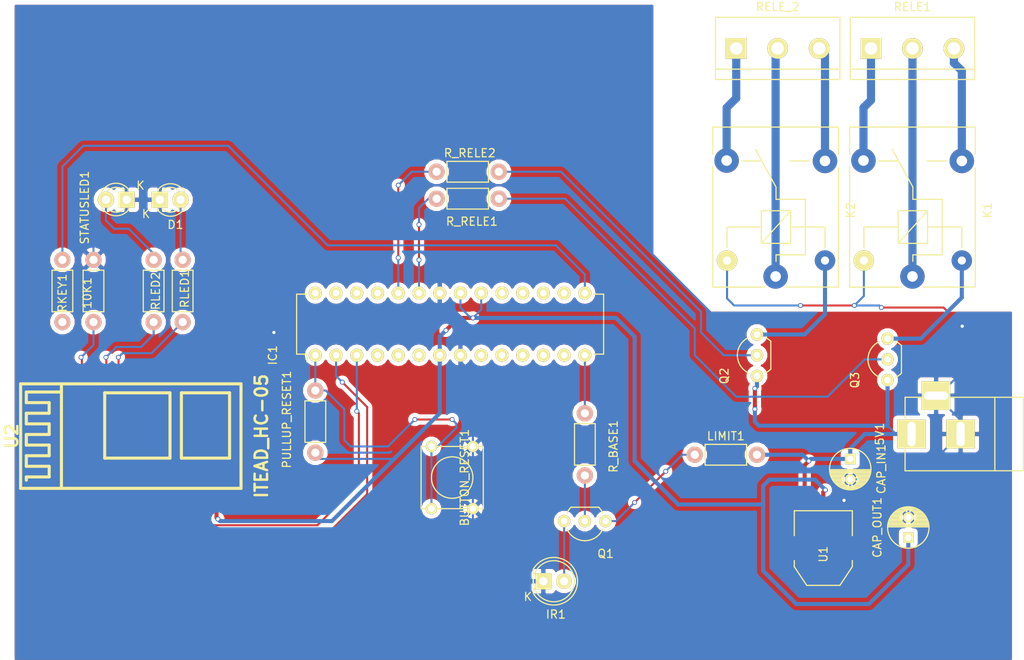
<source format=kicad_pcb>
(kicad_pcb (version 4) (host pcbnew 4.0.2-stable)

  (general
    (links 57)
    (no_connects 1)
    (area 86.54608 42.563 212.499621 123.698001)
    (thickness 1.6)
    (drawings 0)
    (tracks 267)
    (zones 0)
    (modules 26)
    (nets 29)
  )

  (page A4)
  (layers
    (0 F.Cu signal)
    (31 B.Cu signal)
    (32 B.Adhes user)
    (33 F.Adhes user)
    (34 B.Paste user)
    (35 F.Paste user)
    (36 B.SilkS user)
    (37 F.SilkS user)
    (38 B.Mask user)
    (39 F.Mask user)
    (40 Dwgs.User user)
    (41 Cmts.User user)
    (42 Eco1.User user)
    (43 Eco2.User user)
    (44 Edge.Cuts user)
    (45 Margin user)
    (46 B.CrtYd user)
    (47 F.CrtYd user)
    (48 B.Fab user)
    (49 F.Fab user)
  )

  (setup
    (last_trace_width 0.25)
    (trace_clearance 0.2)
    (zone_clearance 0.508)
    (zone_45_only yes)
    (trace_min 0.2)
    (segment_width 0.2)
    (edge_width 0.15)
    (via_size 0.6)
    (via_drill 0.4)
    (via_min_size 0.4)
    (via_min_drill 0.3)
    (uvia_size 0.3)
    (uvia_drill 0.1)
    (uvias_allowed no)
    (uvia_min_size 0.2)
    (uvia_min_drill 0.1)
    (pcb_text_width 0.3)
    (pcb_text_size 1.5 1.5)
    (mod_edge_width 0.15)
    (mod_text_size 1 1)
    (mod_text_width 0.15)
    (pad_size 1.524 1.524)
    (pad_drill 0.762)
    (pad_to_mask_clearance 0.2)
    (aux_axis_origin 0 0)
    (visible_elements 7FFFFFFF)
    (pcbplotparams
      (layerselection 0x00030_80000001)
      (usegerberextensions false)
      (excludeedgelayer true)
      (linewidth 0.100000)
      (plotframeref false)
      (viasonmask false)
      (mode 1)
      (useauxorigin false)
      (hpglpennumber 1)
      (hpglpenspeed 20)
      (hpglpendiameter 15)
      (hpglpenoverlay 2)
      (psnegative false)
      (psa4output false)
      (plotreference true)
      (plotvalue true)
      (plotinvisibletext false)
      (padsonsilk false)
      (subtractmaskfromsilk false)
      (outputformat 1)
      (mirror false)
      (drillshape 1)
      (scaleselection 1)
      (outputdirectory ""))
  )

  (net 0 "")
  (net 1 +5V)
  (net 2 GND)
  (net 3 "Net-(10K1-Pad1)")
  (net 4 /RESET)
  (net 5 +3V3)
  (net 6 "Net-(D1-Pad2)")
  (net 7 "Net-(IR1-Pad2)")
  (net 8 "Net-(LIMIT1-Pad2)")
  (net 9 /BLUETOOTH_KEY)
  (net 10 "Net-(RLED1-Pad2)")
  (net 11 "Net-(RLED2-Pad1)")
  (net 12 "Net-(RLED2-Pad2)")
  (net 13 /IR_CIRCUIT)
  (net 14 "Net-(Q1-Pad2)")
  (net 15 "Net-(IC1-Pad3)")
  (net 16 "Net-(IC1-Pad2)")
  (net 17 /RELE_1)
  (net 18 /RELE_2)
  (net 19 "Net-(K1-Pad3)")
  (net 20 "Net-(K1-Pad1)")
  (net 21 "Net-(K2-Pad3)")
  (net 22 "Net-(K2-Pad1)")
  (net 23 "Net-(Q2-Pad2)")
  (net 24 "Net-(Q3-Pad2)")
  (net 25 "Net-(K1-Pad2)")
  (net 26 "Net-(K1-Pad4)")
  (net 27 "Net-(K2-Pad2)")
  (net 28 "Net-(K2-Pad4)")

  (net_class Default "Esta é a classe de net default."
    (clearance 0.2)
    (trace_width 0.25)
    (via_dia 0.6)
    (via_drill 0.4)
    (uvia_dia 0.3)
    (uvia_drill 0.1)
    (add_net /BLUETOOTH_KEY)
    (add_net /IR_CIRCUIT)
    (add_net /RELE_1)
    (add_net /RELE_2)
    (add_net /RESET)
    (add_net GND)
    (add_net "Net-(10K1-Pad1)")
    (add_net "Net-(D1-Pad2)")
    (add_net "Net-(IC1-Pad2)")
    (add_net "Net-(IC1-Pad3)")
    (add_net "Net-(IR1-Pad2)")
    (add_net "Net-(LIMIT1-Pad2)")
    (add_net "Net-(Q1-Pad2)")
    (add_net "Net-(Q2-Pad2)")
    (add_net "Net-(Q3-Pad2)")
    (add_net "Net-(RLED1-Pad2)")
    (add_net "Net-(RLED2-Pad1)")
    (add_net "Net-(RLED2-Pad2)")
  )

  (net_class 3,3v ""
    (clearance 0.2)
    (trace_width 0.5)
    (via_dia 0.6)
    (via_drill 0.4)
    (uvia_dia 0.3)
    (uvia_drill 0.1)
    (add_net +3V3)
    (add_net +5V)
    (add_net "Net-(K1-Pad2)")
    (add_net "Net-(K2-Pad2)")
  )

  (net_class saidasrele ""
    (clearance 0.2)
    (trace_width 1)
    (via_dia 0.6)
    (via_drill 0.4)
    (uvia_dia 0.3)
    (uvia_drill 0.1)
    (add_net "Net-(K1-Pad1)")
    (add_net "Net-(K1-Pad3)")
    (add_net "Net-(K1-Pad4)")
    (add_net "Net-(K2-Pad1)")
    (add_net "Net-(K2-Pad3)")
    (add_net "Net-(K2-Pad4)")
  )

  (module Connect:BARREL_JACK (layer F.Cu) (tedit 0) (tstamp 575DFE32)
    (at 204.724 96.012 180)
    (descr "DC Barrel Jack")
    (tags "Power Jack")
    (path /575E7B1D)
    (fp_text reference 5V1 (at 10.09904 0 270) (layer F.SilkS)
      (effects (font (size 1 1) (thickness 0.15)))
    )
    (fp_text value BARREL_JACK (at 0 -5.99948 180) (layer F.Fab)
      (effects (font (size 1 1) (thickness 0.15)))
    )
    (fp_line (start -4.0005 -4.50088) (end -4.0005 4.50088) (layer F.SilkS) (width 0.15))
    (fp_line (start -7.50062 -4.50088) (end -7.50062 4.50088) (layer F.SilkS) (width 0.15))
    (fp_line (start -7.50062 4.50088) (end 7.00024 4.50088) (layer F.SilkS) (width 0.15))
    (fp_line (start 7.00024 4.50088) (end 7.00024 -4.50088) (layer F.SilkS) (width 0.15))
    (fp_line (start 7.00024 -4.50088) (end -7.50062 -4.50088) (layer F.SilkS) (width 0.15))
    (pad 1 thru_hole rect (at 6.20014 0 180) (size 3.50012 3.50012) (drill oval 1.00076 2.99974) (layers *.Cu *.Mask F.SilkS)
      (net 1 +5V))
    (pad 2 thru_hole rect (at 0.20066 0 180) (size 3.50012 3.50012) (drill oval 1.00076 2.99974) (layers *.Cu *.Mask F.SilkS)
      (net 2 GND))
    (pad 3 thru_hole rect (at 3.2004 4.699 180) (size 3.50012 3.50012) (drill oval 2.99974 1.00076) (layers *.Cu *.Mask F.SilkS)
      (net 2 GND))
  )

  (module Resistors_ThroughHole:Resistor_Horizontal_RM7mm (layer F.Cu) (tedit 57617ADA) (tstamp 575DFE38)
    (at 98.298 82.296 90)
    (descr "Resistor, Axial,  RM 7.62mm, 1/3W,")
    (tags "Resistor Axial RM 7.62mm 1/3W R3")
    (path /575DFA13)
    (fp_text reference 10K1 (at 3.556 -0.762 90) (layer F.SilkS)
      (effects (font (size 1 1) (thickness 0.15)))
    )
    (fp_text value PULLDOWN (at 3.556 0.254 90) (layer F.Fab)
      (effects (font (size 1 1) (thickness 0.15)))
    )
    (fp_line (start -1.25 -1.5) (end 8.85 -1.5) (layer F.CrtYd) (width 0.05))
    (fp_line (start -1.25 1.5) (end -1.25 -1.5) (layer F.CrtYd) (width 0.05))
    (fp_line (start 8.85 -1.5) (end 8.85 1.5) (layer F.CrtYd) (width 0.05))
    (fp_line (start -1.25 1.5) (end 8.85 1.5) (layer F.CrtYd) (width 0.05))
    (fp_line (start 1.27 -1.27) (end 6.35 -1.27) (layer F.SilkS) (width 0.15))
    (fp_line (start 6.35 -1.27) (end 6.35 1.27) (layer F.SilkS) (width 0.15))
    (fp_line (start 6.35 1.27) (end 1.27 1.27) (layer F.SilkS) (width 0.15))
    (fp_line (start 1.27 1.27) (end 1.27 -1.27) (layer F.SilkS) (width 0.15))
    (pad 1 thru_hole circle (at 0 0 90) (size 1.99898 1.99898) (drill 1.00076) (layers *.Cu *.SilkS *.Mask)
      (net 3 "Net-(10K1-Pad1)"))
    (pad 2 thru_hole circle (at 7.62 0 90) (size 1.99898 1.99898) (drill 1.00076) (layers *.Cu *.SilkS *.Mask)
      (net 2 GND))
  )

  (module Buttons_Switches_ThroughHole:SW_PUSH_SMALL (layer F.Cu) (tedit 57618F01) (tstamp 575DFE40)
    (at 142.24 101.346 270)
    (path /575E6772)
    (fp_text reference BUTTON_RESET1 (at 0 -1.524 450) (layer F.SilkS)
      (effects (font (size 1 1) (thickness 0.15)))
    )
    (fp_text value SW_PUSH (at 0.508 1.524 270) (layer F.Fab)
      (effects (font (size 1 1) (thickness 0.15)))
    )
    (fp_circle (center 0 0) (end 0 -2.54) (layer F.SilkS) (width 0.15))
    (fp_line (start -3.81 -3.81) (end 3.81 -3.81) (layer F.SilkS) (width 0.15))
    (fp_line (start 3.81 -3.81) (end 3.81 3.81) (layer F.SilkS) (width 0.15))
    (fp_line (start 3.81 3.81) (end -3.81 3.81) (layer F.SilkS) (width 0.15))
    (fp_line (start -3.81 -3.81) (end -3.81 3.81) (layer F.SilkS) (width 0.15))
    (pad 1 thru_hole circle (at 3.81 -2.54 270) (size 1.397 1.397) (drill 0.8128) (layers *.Cu *.Mask F.SilkS)
      (net 2 GND))
    (pad 2 thru_hole circle (at 3.81 2.54 270) (size 1.397 1.397) (drill 0.8128) (layers *.Cu *.Mask F.SilkS)
      (net 4 /RESET))
    (pad 1 thru_hole circle (at -3.81 -2.54 270) (size 1.397 1.397) (drill 0.8128) (layers *.Cu *.Mask F.SilkS)
      (net 2 GND))
    (pad 2 thru_hole circle (at -3.81 2.54 270) (size 1.397 1.397) (drill 0.8128) (layers *.Cu *.Mask F.SilkS)
      (net 4 /RESET))
  )

  (module Capacitors_ThroughHole:C_Radial_D5_L6_P2.5 (layer F.Cu) (tedit 0) (tstamp 575DFE46)
    (at 191.008 99.06 270)
    (descr "Radial Electrolytic Capacitor Diameter 5mm x Length 6mm, Pitch 2.5mm")
    (tags "Electrolytic Capacitor")
    (path /575DCE90)
    (fp_text reference CAP_IN1 (at 1.25 -3.8 270) (layer F.SilkS)
      (effects (font (size 1 1) (thickness 0.15)))
    )
    (fp_text value 100uF (at 1.25 3.8 270) (layer F.Fab)
      (effects (font (size 1 1) (thickness 0.15)))
    )
    (fp_line (start 1.325 -2.499) (end 1.325 2.499) (layer F.SilkS) (width 0.15))
    (fp_line (start 1.465 -2.491) (end 1.465 2.491) (layer F.SilkS) (width 0.15))
    (fp_line (start 1.605 -2.475) (end 1.605 -0.095) (layer F.SilkS) (width 0.15))
    (fp_line (start 1.605 0.095) (end 1.605 2.475) (layer F.SilkS) (width 0.15))
    (fp_line (start 1.745 -2.451) (end 1.745 -0.49) (layer F.SilkS) (width 0.15))
    (fp_line (start 1.745 0.49) (end 1.745 2.451) (layer F.SilkS) (width 0.15))
    (fp_line (start 1.885 -2.418) (end 1.885 -0.657) (layer F.SilkS) (width 0.15))
    (fp_line (start 1.885 0.657) (end 1.885 2.418) (layer F.SilkS) (width 0.15))
    (fp_line (start 2.025 -2.377) (end 2.025 -0.764) (layer F.SilkS) (width 0.15))
    (fp_line (start 2.025 0.764) (end 2.025 2.377) (layer F.SilkS) (width 0.15))
    (fp_line (start 2.165 -2.327) (end 2.165 -0.835) (layer F.SilkS) (width 0.15))
    (fp_line (start 2.165 0.835) (end 2.165 2.327) (layer F.SilkS) (width 0.15))
    (fp_line (start 2.305 -2.266) (end 2.305 -0.879) (layer F.SilkS) (width 0.15))
    (fp_line (start 2.305 0.879) (end 2.305 2.266) (layer F.SilkS) (width 0.15))
    (fp_line (start 2.445 -2.196) (end 2.445 -0.898) (layer F.SilkS) (width 0.15))
    (fp_line (start 2.445 0.898) (end 2.445 2.196) (layer F.SilkS) (width 0.15))
    (fp_line (start 2.585 -2.114) (end 2.585 -0.896) (layer F.SilkS) (width 0.15))
    (fp_line (start 2.585 0.896) (end 2.585 2.114) (layer F.SilkS) (width 0.15))
    (fp_line (start 2.725 -2.019) (end 2.725 -0.871) (layer F.SilkS) (width 0.15))
    (fp_line (start 2.725 0.871) (end 2.725 2.019) (layer F.SilkS) (width 0.15))
    (fp_line (start 2.865 -1.908) (end 2.865 -0.823) (layer F.SilkS) (width 0.15))
    (fp_line (start 2.865 0.823) (end 2.865 1.908) (layer F.SilkS) (width 0.15))
    (fp_line (start 3.005 -1.78) (end 3.005 -0.745) (layer F.SilkS) (width 0.15))
    (fp_line (start 3.005 0.745) (end 3.005 1.78) (layer F.SilkS) (width 0.15))
    (fp_line (start 3.145 -1.631) (end 3.145 -0.628) (layer F.SilkS) (width 0.15))
    (fp_line (start 3.145 0.628) (end 3.145 1.631) (layer F.SilkS) (width 0.15))
    (fp_line (start 3.285 -1.452) (end 3.285 -0.44) (layer F.SilkS) (width 0.15))
    (fp_line (start 3.285 0.44) (end 3.285 1.452) (layer F.SilkS) (width 0.15))
    (fp_line (start 3.425 -1.233) (end 3.425 1.233) (layer F.SilkS) (width 0.15))
    (fp_line (start 3.565 -0.944) (end 3.565 0.944) (layer F.SilkS) (width 0.15))
    (fp_line (start 3.705 -0.472) (end 3.705 0.472) (layer F.SilkS) (width 0.15))
    (fp_circle (center 2.5 0) (end 2.5 -0.9) (layer F.SilkS) (width 0.15))
    (fp_circle (center 1.25 0) (end 1.25 -2.5375) (layer F.SilkS) (width 0.15))
    (fp_circle (center 1.25 0) (end 1.25 -2.8) (layer F.CrtYd) (width 0.05))
    (pad 1 thru_hole rect (at 0 0 270) (size 1.3 1.3) (drill 0.8) (layers *.Cu *.Mask F.SilkS)
      (net 1 +5V))
    (pad 2 thru_hole circle (at 2.5 0 270) (size 1.3 1.3) (drill 0.8) (layers *.Cu *.Mask F.SilkS)
      (net 2 GND))
    (model Capacitors_ThroughHole.3dshapes/C_Radial_D5_L6_P2.5.wrl
      (at (xyz 0.0492126 0 0))
      (scale (xyz 1 1 1))
      (rotate (xyz 0 0 90))
    )
  )

  (module Capacitors_ThroughHole:C_Radial_D5_L6_P2.5 (layer F.Cu) (tedit 0) (tstamp 575DFE4C)
    (at 198.12 108.712 90)
    (descr "Radial Electrolytic Capacitor Diameter 5mm x Length 6mm, Pitch 2.5mm")
    (tags "Electrolytic Capacitor")
    (path /575DCEEF)
    (fp_text reference CAP_OUT1 (at 1.25 -3.8 90) (layer F.SilkS)
      (effects (font (size 1 1) (thickness 0.15)))
    )
    (fp_text value 100uF (at 1.25 3.8 90) (layer F.Fab)
      (effects (font (size 1 1) (thickness 0.15)))
    )
    (fp_line (start 1.325 -2.499) (end 1.325 2.499) (layer F.SilkS) (width 0.15))
    (fp_line (start 1.465 -2.491) (end 1.465 2.491) (layer F.SilkS) (width 0.15))
    (fp_line (start 1.605 -2.475) (end 1.605 -0.095) (layer F.SilkS) (width 0.15))
    (fp_line (start 1.605 0.095) (end 1.605 2.475) (layer F.SilkS) (width 0.15))
    (fp_line (start 1.745 -2.451) (end 1.745 -0.49) (layer F.SilkS) (width 0.15))
    (fp_line (start 1.745 0.49) (end 1.745 2.451) (layer F.SilkS) (width 0.15))
    (fp_line (start 1.885 -2.418) (end 1.885 -0.657) (layer F.SilkS) (width 0.15))
    (fp_line (start 1.885 0.657) (end 1.885 2.418) (layer F.SilkS) (width 0.15))
    (fp_line (start 2.025 -2.377) (end 2.025 -0.764) (layer F.SilkS) (width 0.15))
    (fp_line (start 2.025 0.764) (end 2.025 2.377) (layer F.SilkS) (width 0.15))
    (fp_line (start 2.165 -2.327) (end 2.165 -0.835) (layer F.SilkS) (width 0.15))
    (fp_line (start 2.165 0.835) (end 2.165 2.327) (layer F.SilkS) (width 0.15))
    (fp_line (start 2.305 -2.266) (end 2.305 -0.879) (layer F.SilkS) (width 0.15))
    (fp_line (start 2.305 0.879) (end 2.305 2.266) (layer F.SilkS) (width 0.15))
    (fp_line (start 2.445 -2.196) (end 2.445 -0.898) (layer F.SilkS) (width 0.15))
    (fp_line (start 2.445 0.898) (end 2.445 2.196) (layer F.SilkS) (width 0.15))
    (fp_line (start 2.585 -2.114) (end 2.585 -0.896) (layer F.SilkS) (width 0.15))
    (fp_line (start 2.585 0.896) (end 2.585 2.114) (layer F.SilkS) (width 0.15))
    (fp_line (start 2.725 -2.019) (end 2.725 -0.871) (layer F.SilkS) (width 0.15))
    (fp_line (start 2.725 0.871) (end 2.725 2.019) (layer F.SilkS) (width 0.15))
    (fp_line (start 2.865 -1.908) (end 2.865 -0.823) (layer F.SilkS) (width 0.15))
    (fp_line (start 2.865 0.823) (end 2.865 1.908) (layer F.SilkS) (width 0.15))
    (fp_line (start 3.005 -1.78) (end 3.005 -0.745) (layer F.SilkS) (width 0.15))
    (fp_line (start 3.005 0.745) (end 3.005 1.78) (layer F.SilkS) (width 0.15))
    (fp_line (start 3.145 -1.631) (end 3.145 -0.628) (layer F.SilkS) (width 0.15))
    (fp_line (start 3.145 0.628) (end 3.145 1.631) (layer F.SilkS) (width 0.15))
    (fp_line (start 3.285 -1.452) (end 3.285 -0.44) (layer F.SilkS) (width 0.15))
    (fp_line (start 3.285 0.44) (end 3.285 1.452) (layer F.SilkS) (width 0.15))
    (fp_line (start 3.425 -1.233) (end 3.425 1.233) (layer F.SilkS) (width 0.15))
    (fp_line (start 3.565 -0.944) (end 3.565 0.944) (layer F.SilkS) (width 0.15))
    (fp_line (start 3.705 -0.472) (end 3.705 0.472) (layer F.SilkS) (width 0.15))
    (fp_circle (center 2.5 0) (end 2.5 -0.9) (layer F.SilkS) (width 0.15))
    (fp_circle (center 1.25 0) (end 1.25 -2.5375) (layer F.SilkS) (width 0.15))
    (fp_circle (center 1.25 0) (end 1.25 -2.8) (layer F.CrtYd) (width 0.05))
    (pad 1 thru_hole rect (at 0 0 90) (size 1.3 1.3) (drill 0.8) (layers *.Cu *.Mask F.SilkS)
      (net 5 +3V3))
    (pad 2 thru_hole circle (at 2.5 0 90) (size 1.3 1.3) (drill 0.8) (layers *.Cu *.Mask F.SilkS)
      (net 2 GND))
    (model Capacitors_ThroughHole.3dshapes/C_Radial_D5_L6_P2.5.wrl
      (at (xyz 0.0492126 0 0))
      (scale (xyz 1 1 1))
      (rotate (xyz 0 0 90))
    )
  )

  (module LEDs:LED-3MM (layer F.Cu) (tedit 559B82F6) (tstamp 575DFE52)
    (at 106.426 67.31)
    (descr "LED 3mm round vertical")
    (tags "LED  3mm round vertical")
    (path /575DED22)
    (fp_text reference D1 (at 1.91 3.06) (layer F.SilkS)
      (effects (font (size 1 1) (thickness 0.15)))
    )
    (fp_text value LED (at 1.3 -2.9) (layer F.Fab)
      (effects (font (size 1 1) (thickness 0.15)))
    )
    (fp_line (start -1.2 2.3) (end 3.8 2.3) (layer F.CrtYd) (width 0.05))
    (fp_line (start 3.8 2.3) (end 3.8 -2.2) (layer F.CrtYd) (width 0.05))
    (fp_line (start 3.8 -2.2) (end -1.2 -2.2) (layer F.CrtYd) (width 0.05))
    (fp_line (start -1.2 -2.2) (end -1.2 2.3) (layer F.CrtYd) (width 0.05))
    (fp_line (start -0.199 1.314) (end -0.199 1.114) (layer F.SilkS) (width 0.15))
    (fp_line (start -0.199 -1.28) (end -0.199 -1.1) (layer F.SilkS) (width 0.15))
    (fp_arc (start 1.301 0.034) (end -0.199 -1.286) (angle 108.5) (layer F.SilkS) (width 0.15))
    (fp_arc (start 1.301 0.034) (end 0.25 -1.1) (angle 85.7) (layer F.SilkS) (width 0.15))
    (fp_arc (start 1.311 0.034) (end 3.051 0.994) (angle 110) (layer F.SilkS) (width 0.15))
    (fp_arc (start 1.301 0.034) (end 2.335 1.094) (angle 87.5) (layer F.SilkS) (width 0.15))
    (fp_text user K (at -1.69 1.74) (layer F.SilkS)
      (effects (font (size 1 1) (thickness 0.15)))
    )
    (pad 1 thru_hole rect (at 0 0 90) (size 2 2) (drill 1.00076) (layers *.Cu *.Mask F.SilkS)
      (net 2 GND))
    (pad 2 thru_hole circle (at 2.54 0) (size 2 2) (drill 1.00076) (layers *.Cu *.Mask F.SilkS)
      (net 6 "Net-(D1-Pad2)"))
    (model LEDs.3dshapes/LED-3MM.wrl
      (at (xyz 0.05 0 0))
      (scale (xyz 1 1 1))
      (rotate (xyz 0 0 90))
    )
  )

  (module LEDs:LED-5MM (layer F.Cu) (tedit 5570F7EA) (tstamp 575DFE58)
    (at 153.416 114.046)
    (descr "LED 5mm round vertical")
    (tags "LED 5mm round vertical")
    (path /575DB2F8)
    (fp_text reference IR1 (at 1.524 4.064) (layer F.SilkS)
      (effects (font (size 1 1) (thickness 0.15)))
    )
    (fp_text value LED (at 1.524 -3.937) (layer F.Fab)
      (effects (font (size 1 1) (thickness 0.15)))
    )
    (fp_line (start -1.5 -1.55) (end -1.5 1.55) (layer F.CrtYd) (width 0.05))
    (fp_arc (start 1.3 0) (end -1.5 1.55) (angle -302) (layer F.CrtYd) (width 0.05))
    (fp_arc (start 1.27 0) (end -1.23 -1.5) (angle 297.5) (layer F.SilkS) (width 0.15))
    (fp_line (start -1.23 1.5) (end -1.23 -1.5) (layer F.SilkS) (width 0.15))
    (fp_circle (center 1.27 0) (end 0.97 -2.5) (layer F.SilkS) (width 0.15))
    (fp_text user K (at -1.905 1.905) (layer F.SilkS)
      (effects (font (size 1 1) (thickness 0.15)))
    )
    (pad 1 thru_hole rect (at 0 0 90) (size 2 1.9) (drill 1.00076) (layers *.Cu *.Mask F.SilkS)
      (net 2 GND))
    (pad 2 thru_hole circle (at 2.54 0) (size 1.9 1.9) (drill 1.00076) (layers *.Cu *.Mask F.SilkS)
      (net 7 "Net-(IR1-Pad2)"))
    (model LEDs.3dshapes/LED-5MM.wrl
      (at (xyz 0.05 0 0))
      (scale (xyz 1 1 1))
      (rotate (xyz 0 0 90))
    )
  )

  (module Resistors_ThroughHole:Resistor_Horizontal_RM7mm (layer F.Cu) (tedit 575E0535) (tstamp 575DFE5E)
    (at 179.578 98.552 180)
    (descr "Resistor, Axial,  RM 7.62mm, 1/3W,")
    (tags "Resistor Axial RM 7.62mm 1/3W R3")
    (path /575DB5B5)
    (fp_text reference LIMIT1 (at 3.81 2.286 180) (layer F.SilkS)
      (effects (font (size 1 1) (thickness 0.15)))
    )
    (fp_text value 50 (at 4.064 -0.254 180) (layer F.Fab)
      (effects (font (size 1 1) (thickness 0.15)))
    )
    (fp_line (start -1.25 -1.5) (end 8.85 -1.5) (layer F.CrtYd) (width 0.05))
    (fp_line (start -1.25 1.5) (end -1.25 -1.5) (layer F.CrtYd) (width 0.05))
    (fp_line (start 8.85 -1.5) (end 8.85 1.5) (layer F.CrtYd) (width 0.05))
    (fp_line (start -1.25 1.5) (end 8.85 1.5) (layer F.CrtYd) (width 0.05))
    (fp_line (start 1.27 -1.27) (end 6.35 -1.27) (layer F.SilkS) (width 0.15))
    (fp_line (start 6.35 -1.27) (end 6.35 1.27) (layer F.SilkS) (width 0.15))
    (fp_line (start 6.35 1.27) (end 1.27 1.27) (layer F.SilkS) (width 0.15))
    (fp_line (start 1.27 1.27) (end 1.27 -1.27) (layer F.SilkS) (width 0.15))
    (pad 1 thru_hole circle (at 0 0 180) (size 1.99898 1.99898) (drill 1.00076) (layers *.Cu *.SilkS *.Mask)
      (net 1 +5V))
    (pad 2 thru_hole circle (at 7.62 0 180) (size 1.99898 1.99898) (drill 1.00076) (layers *.Cu *.SilkS *.Mask)
      (net 8 "Net-(LIMIT1-Pad2)"))
  )

  (module Resistors_ThroughHole:Resistor_Horizontal_RM7mm (layer F.Cu) (tedit 569FCF07) (tstamp 575DFE64)
    (at 125.476 98.298 90)
    (descr "Resistor, Axial,  RM 7.62mm, 1/3W,")
    (tags "Resistor Axial RM 7.62mm 1/3W R3")
    (path /575E69AB)
    (fp_text reference PULLUP_RESET1 (at 4.05892 -3.50012 90) (layer F.SilkS)
      (effects (font (size 1 1) (thickness 0.15)))
    )
    (fp_text value R (at 3.81 3.81 90) (layer F.Fab)
      (effects (font (size 1 1) (thickness 0.15)))
    )
    (fp_line (start -1.25 -1.5) (end 8.85 -1.5) (layer F.CrtYd) (width 0.05))
    (fp_line (start -1.25 1.5) (end -1.25 -1.5) (layer F.CrtYd) (width 0.05))
    (fp_line (start 8.85 -1.5) (end 8.85 1.5) (layer F.CrtYd) (width 0.05))
    (fp_line (start -1.25 1.5) (end 8.85 1.5) (layer F.CrtYd) (width 0.05))
    (fp_line (start 1.27 -1.27) (end 6.35 -1.27) (layer F.SilkS) (width 0.15))
    (fp_line (start 6.35 -1.27) (end 6.35 1.27) (layer F.SilkS) (width 0.15))
    (fp_line (start 6.35 1.27) (end 1.27 1.27) (layer F.SilkS) (width 0.15))
    (fp_line (start 1.27 1.27) (end 1.27 -1.27) (layer F.SilkS) (width 0.15))
    (pad 1 thru_hole circle (at 0 0 90) (size 1.99898 1.99898) (drill 1.00076) (layers *.Cu *.SilkS *.Mask)
      (net 5 +3V3))
    (pad 2 thru_hole circle (at 7.62 0 90) (size 1.99898 1.99898) (drill 1.00076) (layers *.Cu *.SilkS *.Mask)
      (net 4 /RESET))
  )

  (module Resistors_ThroughHole:Resistor_Horizontal_RM7mm (layer F.Cu) (tedit 576098F0) (tstamp 575DFE6A)
    (at 94.488 74.676 270)
    (descr "Resistor, Axial,  RM 7.62mm, 1/3W,")
    (tags "Resistor Axial RM 7.62mm 1/3W R3")
    (path /575DFE20)
    (fp_text reference RKEY1 (at 4.064 0 270) (layer F.SilkS)
      (effects (font (size 1 1) (thickness 0.15)))
    )
    (fp_text value 470 (at 3.302 0 270) (layer F.Fab)
      (effects (font (size 1 1) (thickness 0.15)))
    )
    (fp_line (start -1.25 -1.5) (end 8.85 -1.5) (layer F.CrtYd) (width 0.05))
    (fp_line (start -1.25 1.5) (end -1.25 -1.5) (layer F.CrtYd) (width 0.05))
    (fp_line (start 8.85 -1.5) (end 8.85 1.5) (layer F.CrtYd) (width 0.05))
    (fp_line (start -1.25 1.5) (end 8.85 1.5) (layer F.CrtYd) (width 0.05))
    (fp_line (start 1.27 -1.27) (end 6.35 -1.27) (layer F.SilkS) (width 0.15))
    (fp_line (start 6.35 -1.27) (end 6.35 1.27) (layer F.SilkS) (width 0.15))
    (fp_line (start 6.35 1.27) (end 1.27 1.27) (layer F.SilkS) (width 0.15))
    (fp_line (start 1.27 1.27) (end 1.27 -1.27) (layer F.SilkS) (width 0.15))
    (pad 1 thru_hole circle (at 0 0 270) (size 1.99898 1.99898) (drill 1.00076) (layers *.Cu *.SilkS *.Mask)
      (net 9 /BLUETOOTH_KEY))
    (pad 2 thru_hole circle (at 7.62 0 270) (size 1.99898 1.99898) (drill 1.00076) (layers *.Cu *.SilkS *.Mask)
      (net 3 "Net-(10K1-Pad1)"))
  )

  (module Resistors_ThroughHole:Resistor_Horizontal_RM7mm (layer F.Cu) (tedit 576098DD) (tstamp 575DFE70)
    (at 109.22 74.676 270)
    (descr "Resistor, Axial,  RM 7.62mm, 1/3W,")
    (tags "Resistor Axial RM 7.62mm 1/3W R3")
    (path /575DEB41)
    (fp_text reference RLED1 (at 3.556 -0.254 270) (layer F.SilkS)
      (effects (font (size 1 1) (thickness 0.15)))
    )
    (fp_text value 220 (at 3.81 -0.254 270) (layer F.Fab)
      (effects (font (size 1 1) (thickness 0.15)))
    )
    (fp_line (start -1.25 -1.5) (end 8.85 -1.5) (layer F.CrtYd) (width 0.05))
    (fp_line (start -1.25 1.5) (end -1.25 -1.5) (layer F.CrtYd) (width 0.05))
    (fp_line (start 8.85 -1.5) (end 8.85 1.5) (layer F.CrtYd) (width 0.05))
    (fp_line (start -1.25 1.5) (end 8.85 1.5) (layer F.CrtYd) (width 0.05))
    (fp_line (start 1.27 -1.27) (end 6.35 -1.27) (layer F.SilkS) (width 0.15))
    (fp_line (start 6.35 -1.27) (end 6.35 1.27) (layer F.SilkS) (width 0.15))
    (fp_line (start 6.35 1.27) (end 1.27 1.27) (layer F.SilkS) (width 0.15))
    (fp_line (start 1.27 1.27) (end 1.27 -1.27) (layer F.SilkS) (width 0.15))
    (pad 1 thru_hole circle (at 0 0 270) (size 1.99898 1.99898) (drill 1.00076) (layers *.Cu *.SilkS *.Mask)
      (net 6 "Net-(D1-Pad2)"))
    (pad 2 thru_hole circle (at 7.62 0 270) (size 1.99898 1.99898) (drill 1.00076) (layers *.Cu *.SilkS *.Mask)
      (net 10 "Net-(RLED1-Pad2)"))
  )

  (module Resistors_ThroughHole:Resistor_Horizontal_RM7mm (layer F.Cu) (tedit 576098DF) (tstamp 575DFE76)
    (at 105.664 74.676 270)
    (descr "Resistor, Axial,  RM 7.62mm, 1/3W,")
    (tags "Resistor Axial RM 7.62mm 1/3W R3")
    (path /575DEC5C)
    (fp_text reference RLED2 (at 3.81 -0.254 270) (layer F.SilkS)
      (effects (font (size 1 1) (thickness 0.15)))
    )
    (fp_text value 220 (at 3.83 -0.09 270) (layer F.Fab)
      (effects (font (size 1 1) (thickness 0.15)))
    )
    (fp_line (start -1.25 -1.5) (end 8.85 -1.5) (layer F.CrtYd) (width 0.05))
    (fp_line (start -1.25 1.5) (end -1.25 -1.5) (layer F.CrtYd) (width 0.05))
    (fp_line (start 8.85 -1.5) (end 8.85 1.5) (layer F.CrtYd) (width 0.05))
    (fp_line (start -1.25 1.5) (end 8.85 1.5) (layer F.CrtYd) (width 0.05))
    (fp_line (start 1.27 -1.27) (end 6.35 -1.27) (layer F.SilkS) (width 0.15))
    (fp_line (start 6.35 -1.27) (end 6.35 1.27) (layer F.SilkS) (width 0.15))
    (fp_line (start 6.35 1.27) (end 1.27 1.27) (layer F.SilkS) (width 0.15))
    (fp_line (start 1.27 1.27) (end 1.27 -1.27) (layer F.SilkS) (width 0.15))
    (pad 1 thru_hole circle (at 0 0 270) (size 1.99898 1.99898) (drill 1.00076) (layers *.Cu *.SilkS *.Mask)
      (net 11 "Net-(RLED2-Pad1)"))
    (pad 2 thru_hole circle (at 7.62 0 270) (size 1.99898 1.99898) (drill 1.00076) (layers *.Cu *.SilkS *.Mask)
      (net 12 "Net-(RLED2-Pad2)"))
  )

  (module Resistors_ThroughHole:Resistor_Horizontal_RM7mm (layer F.Cu) (tedit 5761925D) (tstamp 575DFE7C)
    (at 158.496 93.472 270)
    (descr "Resistor, Axial,  RM 7.62mm, 1/3W,")
    (tags "Resistor Axial RM 7.62mm 1/3W R3")
    (path /575DB4F3)
    (fp_text reference R_BASE1 (at 4.05892 -3.50012 270) (layer F.SilkS)
      (effects (font (size 1 1) (thickness 0.15)))
    )
    (fp_text value 1K (at 4.064 -0.508 360) (layer F.Fab)
      (effects (font (size 1 1) (thickness 0.15)))
    )
    (fp_line (start -1.25 -1.5) (end 8.85 -1.5) (layer F.CrtYd) (width 0.05))
    (fp_line (start -1.25 1.5) (end -1.25 -1.5) (layer F.CrtYd) (width 0.05))
    (fp_line (start 8.85 -1.5) (end 8.85 1.5) (layer F.CrtYd) (width 0.05))
    (fp_line (start -1.25 1.5) (end 8.85 1.5) (layer F.CrtYd) (width 0.05))
    (fp_line (start 1.27 -1.27) (end 6.35 -1.27) (layer F.SilkS) (width 0.15))
    (fp_line (start 6.35 -1.27) (end 6.35 1.27) (layer F.SilkS) (width 0.15))
    (fp_line (start 6.35 1.27) (end 1.27 1.27) (layer F.SilkS) (width 0.15))
    (fp_line (start 1.27 1.27) (end 1.27 -1.27) (layer F.SilkS) (width 0.15))
    (pad 1 thru_hole circle (at 0 0 270) (size 1.99898 1.99898) (drill 1.00076) (layers *.Cu *.SilkS *.Mask)
      (net 13 /IR_CIRCUIT))
    (pad 2 thru_hole circle (at 7.62 0 270) (size 1.99898 1.99898) (drill 1.00076) (layers *.Cu *.SilkS *.Mask)
      (net 14 "Net-(Q1-Pad2)"))
  )

  (module LEDs:LED-3MM (layer F.Cu) (tedit 575DFFED) (tstamp 575DFE82)
    (at 102.362 67.31 180)
    (descr "LED 3mm round vertical")
    (tags "LED  3mm round vertical")
    (path /575DEDDB)
    (fp_text reference STATUSLED1 (at 5.15 -0.96 270) (layer F.SilkS)
      (effects (font (size 1 1) (thickness 0.15)))
    )
    (fp_text value LED (at 1.3 -2.9 180) (layer F.Fab)
      (effects (font (size 1 1) (thickness 0.15)))
    )
    (fp_line (start -1.2 2.3) (end 3.8 2.3) (layer F.CrtYd) (width 0.05))
    (fp_line (start 3.8 2.3) (end 3.8 -2.2) (layer F.CrtYd) (width 0.05))
    (fp_line (start 3.8 -2.2) (end -1.2 -2.2) (layer F.CrtYd) (width 0.05))
    (fp_line (start -1.2 -2.2) (end -1.2 2.3) (layer F.CrtYd) (width 0.05))
    (fp_line (start -0.199 1.314) (end -0.199 1.114) (layer F.SilkS) (width 0.15))
    (fp_line (start -0.199 -1.28) (end -0.199 -1.1) (layer F.SilkS) (width 0.15))
    (fp_arc (start 1.301 0.034) (end -0.199 -1.286) (angle 108.5) (layer F.SilkS) (width 0.15))
    (fp_arc (start 1.301 0.034) (end 0.25 -1.1) (angle 85.7) (layer F.SilkS) (width 0.15))
    (fp_arc (start 1.311 0.034) (end 3.051 0.994) (angle 110) (layer F.SilkS) (width 0.15))
    (fp_arc (start 1.301 0.034) (end 2.335 1.094) (angle 87.5) (layer F.SilkS) (width 0.15))
    (fp_text user K (at -1.69 1.74 180) (layer F.SilkS)
      (effects (font (size 1 1) (thickness 0.15)))
    )
    (pad 1 thru_hole rect (at 0 0 270) (size 2 2) (drill 1.00076) (layers *.Cu *.Mask F.SilkS)
      (net 2 GND))
    (pad 2 thru_hole circle (at 2.54 0 180) (size 2 2) (drill 1.00076) (layers *.Cu *.Mask F.SilkS)
      (net 11 "Net-(RLED2-Pad1)"))
    (model LEDs.3dshapes/LED-3MM.wrl
      (at (xyz 0.05 0 0))
      (scale (xyz 1 1 1))
      (rotate (xyz 0 0 90))
    )
  )

  (module TO_SOT_Packages_SMD:SOT-223 (layer F.Cu) (tedit 5760992B) (tstamp 575DFE8A)
    (at 187.706 109.982 180)
    (descr "module CMS SOT223 4 pins")
    (tags "CMS SOT")
    (path /575DCC48)
    (attr smd)
    (fp_text reference U1 (at 0 -0.762 270) (layer F.SilkS)
      (effects (font (size 1 1) (thickness 0.15)))
    )
    (fp_text value LD1117S33CTR (at 0 0.762 180) (layer F.Fab)
      (effects (font (size 1 1) (thickness 0.15)))
    )
    (fp_line (start -3.556 1.524) (end -3.556 4.572) (layer F.SilkS) (width 0.15))
    (fp_line (start -3.556 4.572) (end 3.556 4.572) (layer F.SilkS) (width 0.15))
    (fp_line (start 3.556 4.572) (end 3.556 1.524) (layer F.SilkS) (width 0.15))
    (fp_line (start -3.556 -1.524) (end -3.556 -2.286) (layer F.SilkS) (width 0.15))
    (fp_line (start -3.556 -2.286) (end -2.032 -4.572) (layer F.SilkS) (width 0.15))
    (fp_line (start -2.032 -4.572) (end 2.032 -4.572) (layer F.SilkS) (width 0.15))
    (fp_line (start 2.032 -4.572) (end 3.556 -2.286) (layer F.SilkS) (width 0.15))
    (fp_line (start 3.556 -2.286) (end 3.556 -1.524) (layer F.SilkS) (width 0.15))
    (pad 4 smd rect (at 0 -3.302 180) (size 3.6576 2.032) (layers F.Cu F.Paste F.Mask))
    (pad 2 smd rect (at 0 3.302 180) (size 1.016 2.032) (layers F.Cu F.Paste F.Mask)
      (net 5 +3V3))
    (pad 3 smd rect (at 2.286 3.302 180) (size 1.016 2.032) (layers F.Cu F.Paste F.Mask)
      (net 1 +5V))
    (pad 1 smd rect (at -2.286 3.302 180) (size 1.016 2.032) (layers F.Cu F.Paste F.Mask)
      (net 2 GND))
    (model TO_SOT_Packages_SMD.3dshapes/SOT-223.wrl
      (at (xyz 0 0 0))
      (scale (xyz 0.4 0.4 0.4))
      (rotate (xyz 0 0 0))
    )
  )

  (module w_rf_modules:ITEAD_HC-05 (layer F.Cu) (tedit 514629DE) (tstamp 575DFEB0)
    (at 102.87 96.266 90)
    (descr "Itead HC-05/HC-06 serial Bluetooth module")
    (path /575DB131)
    (fp_text reference U2 (at 0 -14.59992 90) (layer F.SilkS)
      (effects (font (thickness 0.3048)))
    )
    (fp_text value ITEAD_HC-05 (at 0 15.99946 90) (layer F.SilkS)
      (effects (font (thickness 0.3048)))
    )
    (fp_line (start -3.70078 -12.79652) (end -3.70078 -9.99744) (layer F.SilkS) (width 0.37846))
    (fp_line (start -5.00126 -12.79652) (end -5.00126 -9.99744) (layer F.SilkS) (width 0.37846))
    (fp_line (start -3.69824 -9.99998) (end -4.99872 -9.99998) (layer F.SilkS) (width 0.37846))
    (fp_line (start -1.10236 -12.79906) (end -1.10236 -9.99998) (layer F.SilkS) (width 0.37846))
    (fp_line (start -2.40284 -12.79906) (end -2.40284 -9.99998) (layer F.SilkS) (width 0.37846))
    (fp_line (start -1.09982 -10.00252) (end -2.4003 -10.00252) (layer F.SilkS) (width 0.37846))
    (fp_line (start -2.40284 -12.8016) (end -3.70332 -12.8016) (layer F.SilkS) (width 0.37846))
    (fp_line (start 1.4986 -12.79906) (end 1.4986 -9.99998) (layer F.SilkS) (width 0.37846))
    (fp_line (start 0.19812 -12.79906) (end 0.19812 -9.99998) (layer F.SilkS) (width 0.37846))
    (fp_line (start 1.50114 -10.00252) (end 0.20066 -10.00252) (layer F.SilkS) (width 0.37846))
    (fp_line (start 0.19812 -12.8016) (end -1.10236 -12.8016) (layer F.SilkS) (width 0.37846))
    (fp_line (start 5.40004 -12.79906) (end 5.40004 -8.49884) (layer F.SilkS) (width 0.37846))
    (fp_line (start 4.09956 -12.79906) (end 4.09956 -9.99998) (layer F.SilkS) (width 0.37846))
    (fp_line (start 2.79908 -12.79906) (end 2.79908 -9.99998) (layer F.SilkS) (width 0.37846))
    (fp_line (start -2.70002 12.10056) (end -2.70002 6.20014) (layer F.SilkS) (width 0.37846))
    (fp_line (start 5.30098 6.20014) (end 5.30098 12.10056) (layer F.SilkS) (width 0.37846))
    (fp_line (start -2.70002 6.1976) (end 5.30098 6.1976) (layer F.SilkS) (width 0.37846))
    (fp_line (start 5.30098 12.10056) (end -2.70002 12.10056) (layer F.SilkS) (width 0.37846))
    (fp_line (start 5.30098 -3.2004) (end 5.30098 4.8006) (layer F.SilkS) (width 0.37846))
    (fp_line (start 5.30098 4.8006) (end -2.70002 4.8006) (layer F.SilkS) (width 0.37846))
    (fp_line (start -2.70002 4.8006) (end -2.70002 -3.2004) (layer F.SilkS) (width 0.37846))
    (fp_line (start -2.70002 -3.2004) (end 5.30098 -3.2004) (layer F.SilkS) (width 0.37846))
    (fp_line (start -5.00126 -12.79906) (end -5.40004 -12.79906) (layer F.SilkS) (width 0.37846))
    (fp_line (start 4.1021 -10.00252) (end 2.80162 -10.00252) (layer F.SilkS) (width 0.37846))
    (fp_line (start 2.79908 -12.8016) (end 1.4986 -12.8016) (layer F.SilkS) (width 0.37846))
    (fp_line (start 5.40004 -12.8016) (end 4.09956 -12.8016) (layer F.SilkS) (width 0.37846))
    (fp_line (start 6.4008 -8.49884) (end -6.4008 -8.49884) (layer F.SilkS) (width 0.37846))
    (fp_line (start -6.4008 13.5001) (end -6.4008 -13.5001) (layer F.SilkS) (width 0.37846))
    (fp_line (start -6.4008 -13.5001) (end 6.4008 -13.5001) (layer F.SilkS) (width 0.37846))
    (fp_line (start 6.4008 -13.5001) (end 6.4008 13.5001) (layer F.SilkS) (width 0.37846))
    (fp_line (start 6.4008 13.5001) (end -6.4008 13.5001) (layer F.SilkS) (width 0.37846))
    (pad 11 smd rect (at -6.49986 8.99922 90) (size 1.69926 1.19888) (layers F.Cu F.Paste F.Mask)
      (net 5 +3V3))
    (pad 12 smd rect (at -6.49986 10.50036 90) (size 1.69926 1.19888) (layers F.Cu F.Paste F.Mask)
      (net 5 +3V3))
    (pad 13 smd rect (at -6.49986 11.99896 90) (size 1.69926 1.19888) (layers F.Cu F.Paste F.Mask)
      (net 2 GND))
    (pad 10 smd rect (at -6.49986 7.50062 90) (size 1.69926 1.19888) (layers F.Cu F.Paste F.Mask))
    (pad 9 smd rect (at -6.49986 5.99948 90) (size 1.69926 1.19888) (layers F.Cu F.Paste F.Mask))
    (pad 8 smd rect (at -6.49986 4.50088 90) (size 1.69926 1.19888) (layers F.Cu F.Paste F.Mask))
    (pad 7 smd rect (at -6.49986 2.99974 90) (size 1.69926 1.19888) (layers F.Cu F.Paste F.Mask))
    (pad 6 smd rect (at -6.49986 1.50114 90) (size 1.69926 1.19888) (layers F.Cu F.Paste F.Mask))
    (pad 5 smd rect (at -6.49986 0 90) (size 1.69926 1.19888) (layers F.Cu F.Paste F.Mask))
    (pad 4 smd rect (at -6.49986 -1.50114 90) (size 1.69926 1.19888) (layers F.Cu F.Paste F.Mask))
    (pad 3 smd rect (at -6.49986 -2.99974 90) (size 1.69926 1.19888) (layers F.Cu F.Paste F.Mask))
    (pad 2 smd rect (at -6.49986 -4.50088 90) (size 1.69926 1.19888) (layers F.Cu F.Paste F.Mask)
      (net 15 "Net-(IC1-Pad3)"))
    (pad 1 smd rect (at -6.49986 -5.99948 90) (size 1.69926 1.19888) (layers F.Cu F.Paste F.Mask)
      (net 16 "Net-(IC1-Pad2)"))
    (pad 14 smd rect (at -5.25018 13.69568 90) (size 1.19888 1.59766) (layers F.Cu F.Paste F.Mask))
    (pad 15 smd rect (at -3.7465 13.64996 90) (size 1.19888 1.69926) (layers F.Cu F.Paste F.Mask))
    (pad 16 smd rect (at -2.2479 13.64996 90) (size 1.19888 1.69926) (layers F.Cu F.Paste F.Mask))
    (pad 17 smd rect (at -0.7493 13.64996 90) (size 1.19888 1.69926) (layers F.Cu F.Paste F.Mask))
    (pad 18 smd rect (at 0.7493 13.64996 90) (size 1.19888 1.69926) (layers F.Cu F.Paste F.Mask))
    (pad 19 smd rect (at 2.2479 13.64996 90) (size 1.19888 1.69926) (layers F.Cu F.Paste F.Mask))
    (pad 20 smd rect (at 3.7465 13.64996 90) (size 1.19888 1.69926) (layers F.Cu F.Paste F.Mask))
    (pad 21 smd rect (at 5.2451 13.69822 90) (size 1.19888 1.59766) (layers F.Cu F.Paste F.Mask)
      (net 2 GND))
    (pad 22 smd rect (at 6.49986 11.99896 90) (size 1.69926 1.19888) (layers F.Cu F.Paste F.Mask)
      (net 2 GND))
    (pad 23 smd rect (at 6.49986 10.50036 90) (size 1.69926 1.19888) (layers F.Cu F.Paste F.Mask))
    (pad 24 smd rect (at 6.49986 8.99668 90) (size 1.69926 1.19888) (layers F.Cu F.Paste F.Mask))
    (pad 25 smd rect (at 6.49986 7.50062 90) (size 1.69926 1.19888) (layers F.Cu F.Paste F.Mask))
    (pad 26 smd rect (at 6.49986 5.99948 90) (size 1.69926 1.19888) (layers F.Cu F.Paste F.Mask))
    (pad 27 smd rect (at 6.49986 4.50088 90) (size 1.69926 1.19888) (layers F.Cu F.Paste F.Mask))
    (pad 28 smd rect (at 6.49986 2.99974 90) (size 1.69926 1.19888) (layers F.Cu F.Paste F.Mask))
    (pad 29 smd rect (at 6.49986 1.50114 90) (size 1.69926 1.19888) (layers F.Cu F.Paste F.Mask))
    (pad 30 smd rect (at 6.49986 0 90) (size 1.69926 1.19888) (layers F.Cu F.Paste F.Mask))
    (pad 31 smd rect (at 6.49986 -1.50114 90) (size 1.69926 1.19888) (layers F.Cu F.Paste F.Mask)
      (net 10 "Net-(RLED1-Pad2)"))
    (pad 32 smd rect (at 6.49986 -2.99974 90) (size 1.69926 1.19888) (layers F.Cu F.Paste F.Mask)
      (net 12 "Net-(RLED2-Pad2)"))
    (pad 33 smd rect (at 6.49986 -4.50088 90) (size 1.69926 1.19888) (layers F.Cu F.Paste F.Mask))
    (pad 34 smd rect (at 6.49986 -5.99948 90) (size 1.69926 1.19888) (layers F.Cu F.Paste F.Mask)
      (net 3 "Net-(10K1-Pad1)"))
    (model walter/rf_modules/itead_hc-05.wrl
      (at (xyz 0 0 0))
      (scale (xyz 1 1 1))
      (rotate (xyz 0 0 0))
    )
  )

  (module Housings_DIP:DIP-28_W7.62mm (layer F.Cu) (tedit 54130A77) (tstamp 575E001D)
    (at 125.476 86.36 90)
    (descr "28-lead dip package, row spacing 7.62 mm (300 mils)")
    (tags "dil dip 2.54 300")
    (path /575DB0C6)
    (fp_text reference IC1 (at 0 -5.22 90) (layer F.SilkS)
      (effects (font (size 1 1) (thickness 0.15)))
    )
    (fp_text value ATMEGA328P-P (at 0 -3.72 90) (layer F.Fab)
      (effects (font (size 1 1) (thickness 0.15)))
    )
    (fp_line (start -1.05 -2.45) (end -1.05 35.5) (layer F.CrtYd) (width 0.05))
    (fp_line (start 8.65 -2.45) (end 8.65 35.5) (layer F.CrtYd) (width 0.05))
    (fp_line (start -1.05 -2.45) (end 8.65 -2.45) (layer F.CrtYd) (width 0.05))
    (fp_line (start -1.05 35.5) (end 8.65 35.5) (layer F.CrtYd) (width 0.05))
    (fp_line (start 0.135 -2.295) (end 0.135 -1.025) (layer F.SilkS) (width 0.15))
    (fp_line (start 7.485 -2.295) (end 7.485 -1.025) (layer F.SilkS) (width 0.15))
    (fp_line (start 7.485 35.315) (end 7.485 34.045) (layer F.SilkS) (width 0.15))
    (fp_line (start 0.135 35.315) (end 0.135 34.045) (layer F.SilkS) (width 0.15))
    (fp_line (start 0.135 -2.295) (end 7.485 -2.295) (layer F.SilkS) (width 0.15))
    (fp_line (start 0.135 35.315) (end 7.485 35.315) (layer F.SilkS) (width 0.15))
    (fp_line (start 0.135 -1.025) (end -0.8 -1.025) (layer F.SilkS) (width 0.15))
    (pad 1 thru_hole oval (at 0 0 90) (size 1.6 1.6) (drill 0.8) (layers *.Cu *.Mask F.SilkS)
      (net 4 /RESET))
    (pad 2 thru_hole oval (at 0 2.54 90) (size 1.6 1.6) (drill 0.8) (layers *.Cu *.Mask F.SilkS)
      (net 16 "Net-(IC1-Pad2)"))
    (pad 3 thru_hole oval (at 0 5.08 90) (size 1.6 1.6) (drill 0.8) (layers *.Cu *.Mask F.SilkS)
      (net 15 "Net-(IC1-Pad3)"))
    (pad 4 thru_hole oval (at 0 7.62 90) (size 1.6 1.6) (drill 0.8) (layers *.Cu *.Mask F.SilkS))
    (pad 5 thru_hole oval (at 0 10.16 90) (size 1.6 1.6) (drill 0.8) (layers *.Cu *.Mask F.SilkS))
    (pad 6 thru_hole oval (at 0 12.7 90) (size 1.6 1.6) (drill 0.8) (layers *.Cu *.Mask F.SilkS))
    (pad 7 thru_hole oval (at 0 15.24 90) (size 1.6 1.6) (drill 0.8) (layers *.Cu *.Mask F.SilkS)
      (net 5 +3V3))
    (pad 8 thru_hole oval (at 0 17.78 90) (size 1.6 1.6) (drill 0.8) (layers *.Cu *.Mask F.SilkS)
      (net 2 GND))
    (pad 9 thru_hole oval (at 0 20.32 90) (size 1.6 1.6) (drill 0.8) (layers *.Cu *.Mask F.SilkS))
    (pad 10 thru_hole oval (at 0 22.86 90) (size 1.6 1.6) (drill 0.8) (layers *.Cu *.Mask F.SilkS))
    (pad 11 thru_hole oval (at 0 25.4 90) (size 1.6 1.6) (drill 0.8) (layers *.Cu *.Mask F.SilkS))
    (pad 12 thru_hole oval (at 0 27.94 90) (size 1.6 1.6) (drill 0.8) (layers *.Cu *.Mask F.SilkS))
    (pad 13 thru_hole oval (at 0 30.48 90) (size 1.6 1.6) (drill 0.8) (layers *.Cu *.Mask F.SilkS))
    (pad 14 thru_hole oval (at 0 33.02 90) (size 1.6 1.6) (drill 0.8) (layers *.Cu *.Mask F.SilkS)
      (net 13 /IR_CIRCUIT))
    (pad 15 thru_hole oval (at 7.62 33.02 90) (size 1.6 1.6) (drill 0.8) (layers *.Cu *.Mask F.SilkS)
      (net 9 /BLUETOOTH_KEY))
    (pad 16 thru_hole oval (at 7.62 30.48 90) (size 1.6 1.6) (drill 0.8) (layers *.Cu *.Mask F.SilkS))
    (pad 17 thru_hole oval (at 7.62 27.94 90) (size 1.6 1.6) (drill 0.8) (layers *.Cu *.Mask F.SilkS))
    (pad 18 thru_hole oval (at 7.62 25.4 90) (size 1.6 1.6) (drill 0.8) (layers *.Cu *.Mask F.SilkS))
    (pad 19 thru_hole oval (at 7.62 22.86 90) (size 1.6 1.6) (drill 0.8) (layers *.Cu *.Mask F.SilkS))
    (pad 20 thru_hole oval (at 7.62 20.32 90) (size 1.6 1.6) (drill 0.8) (layers *.Cu *.Mask F.SilkS)
      (net 5 +3V3))
    (pad 21 thru_hole oval (at 7.62 17.78 90) (size 1.6 1.6) (drill 0.8) (layers *.Cu *.Mask F.SilkS)
      (net 5 +3V3))
    (pad 22 thru_hole oval (at 7.62 15.24 90) (size 1.6 1.6) (drill 0.8) (layers *.Cu *.Mask F.SilkS)
      (net 2 GND))
    (pad 23 thru_hole oval (at 7.62 12.7 90) (size 1.6 1.6) (drill 0.8) (layers *.Cu *.Mask F.SilkS)
      (net 17 /RELE_1))
    (pad 24 thru_hole oval (at 7.62 10.16 90) (size 1.6 1.6) (drill 0.8) (layers *.Cu *.Mask F.SilkS)
      (net 18 /RELE_2))
    (pad 25 thru_hole oval (at 7.62 7.62 90) (size 1.6 1.6) (drill 0.8) (layers *.Cu *.Mask F.SilkS))
    (pad 26 thru_hole oval (at 7.62 5.08 90) (size 1.6 1.6) (drill 0.8) (layers *.Cu *.Mask F.SilkS))
    (pad 27 thru_hole oval (at 7.62 2.54 90) (size 1.6 1.6) (drill 0.8) (layers *.Cu *.Mask F.SilkS))
    (pad 28 thru_hole oval (at 7.62 0 90) (size 1.6 1.6) (drill 0.8) (layers *.Cu *.Mask F.SilkS))
    (model Housings_DIP.3dshapes/DIP-28_W7.62mm.wrl
      (at (xyz 0 0 0))
      (scale (xyz 1 1 1))
      (rotate (xyz 0 0 0))
    )
  )

  (module TO_SOT_Packages_THT:TO-92_Inline_Wide (layer F.Cu) (tedit 54F242B4) (tstamp 575E0024)
    (at 161.036 106.68 180)
    (descr "TO-92 leads in-line, wide, drill 0.8mm (see NXP sot054_po.pdf)")
    (tags "to-92 sc-43 sc-43a sot54 PA33 transistor")
    (path /575DB49A)
    (fp_text reference Q1 (at 0 -4 360) (layer F.SilkS)
      (effects (font (size 1 1) (thickness 0.15)))
    )
    (fp_text value BC548 (at 0 3 180) (layer F.Fab)
      (effects (font (size 1 1) (thickness 0.15)))
    )
    (fp_arc (start 2.54 0) (end 0.84 1.7) (angle 20.5) (layer F.SilkS) (width 0.15))
    (fp_arc (start 2.54 0) (end 4.24 1.7) (angle -20.5) (layer F.SilkS) (width 0.15))
    (fp_line (start -1 1.95) (end -1 -2.65) (layer F.CrtYd) (width 0.05))
    (fp_line (start -1 1.95) (end 6.1 1.95) (layer F.CrtYd) (width 0.05))
    (fp_line (start 0.84 1.7) (end 4.24 1.7) (layer F.SilkS) (width 0.15))
    (fp_arc (start 2.54 0) (end 2.54 -2.4) (angle -65.55604127) (layer F.SilkS) (width 0.15))
    (fp_arc (start 2.54 0) (end 2.54 -2.4) (angle 65.55604127) (layer F.SilkS) (width 0.15))
    (fp_line (start -1 -2.65) (end 6.1 -2.65) (layer F.CrtYd) (width 0.05))
    (fp_line (start 6.1 1.95) (end 6.1 -2.65) (layer F.CrtYd) (width 0.05))
    (pad 2 thru_hole circle (at 2.54 0 270) (size 1.524 1.524) (drill 0.8) (layers *.Cu *.Mask F.SilkS)
      (net 14 "Net-(Q1-Pad2)"))
    (pad 3 thru_hole circle (at 5.08 0 270) (size 1.524 1.524) (drill 0.8) (layers *.Cu *.Mask F.SilkS)
      (net 7 "Net-(IR1-Pad2)"))
    (pad 1 thru_hole circle (at 0 0 270) (size 1.524 1.524) (drill 0.8) (layers *.Cu *.Mask F.SilkS)
      (net 8 "Net-(LIMIT1-Pad2)"))
    (model TO_SOT_Packages_THT.3dshapes/TO-92_Inline_Wide.wrl
      (at (xyz 0.1 0 0))
      (scale (xyz 1 1 1))
      (rotate (xyz 0 0 -90))
    )
  )

  (module Relays_ThroughHole:Relay_SANYOU_SRD_Series_Form_C (layer F.Cu) (tedit 5418D3EA) (tstamp 575F5A09)
    (at 198.628 76.708 90)
    (descr "relay, Sanyou SRD series Form C")
    (path /575F62FC)
    (fp_text reference K1 (at 8.1 9.2 90) (layer F.SilkS)
      (effects (font (size 1 1) (thickness 0.15)))
    )
    (fp_text value RELAY_2RT (at 8 -9.6 90) (layer F.Fab)
      (effects (font (size 1 1) (thickness 0.15)))
    )
    (fp_line (start 15 7.7) (end 18.3 7.7) (layer F.SilkS) (width 0.15))
    (fp_line (start 18.3 7.7) (end 18.3 -7.7) (layer F.SilkS) (width 0.15))
    (fp_line (start 18.3 -7.7) (end 14.95 -7.7) (layer F.SilkS) (width 0.15))
    (fp_line (start -1.3 1.35) (end -1.3 7.7) (layer F.SilkS) (width 0.15))
    (fp_line (start -1.3 7.7) (end 13.25 7.7) (layer F.SilkS) (width 0.15))
    (fp_line (start -1.3 -1.4) (end -1.3 -7.7) (layer F.SilkS) (width 0.15))
    (fp_line (start -1.3 -7.7) (end 13.45 -7.7) (layer F.SilkS) (width 0.15))
    (fp_line (start -1.3 -7.65) (end -1.3 -1.4) (layer F.SilkS) (width 0.15))
    (fp_line (start 14.15 4.2) (end 14.15 1.75) (layer F.SilkS) (width 0.15))
    (fp_line (start 14.15 -4.2) (end 14.15 -1.7) (layer F.SilkS) (width 0.15))
    (fp_line (start 3.55 6.05) (end 6.05 6.05) (layer F.SilkS) (width 0.15))
    (fp_line (start 2.65 0.05) (end 1.85 0.05) (layer F.SilkS) (width 0.15))
    (fp_line (start 6.05 -5.95) (end 3.55 -5.95) (layer F.SilkS) (width 0.15))
    (fp_line (start 9.45 0.05) (end 10.95 0.05) (layer F.SilkS) (width 0.15))
    (fp_line (start 10.95 0.05) (end 15.55 -2.45) (layer F.SilkS) (width 0.15))
    (fp_line (start 9.45 3.65) (end 2.65 3.65) (layer F.SilkS) (width 0.15))
    (fp_line (start 9.45 0.05) (end 9.45 3.65) (layer F.SilkS) (width 0.15))
    (fp_line (start 2.65 0.05) (end 2.65 3.65) (layer F.SilkS) (width 0.15))
    (fp_line (start 6.05 -5.95) (end 6.05 -1.75) (layer F.SilkS) (width 0.15))
    (fp_line (start 6.05 1.85) (end 6.05 6.05) (layer F.SilkS) (width 0.15))
    (fp_line (start 8.05 1.85) (end 4.05 -1.75) (layer F.SilkS) (width 0.15))
    (fp_line (start 4.05 1.85) (end 4.05 -1.75) (layer F.SilkS) (width 0.15))
    (fp_line (start 4.05 -1.75) (end 8.05 -1.75) (layer F.SilkS) (width 0.15))
    (fp_line (start 8.05 -1.75) (end 8.05 1.85) (layer F.SilkS) (width 0.15))
    (fp_line (start 8.05 1.85) (end 4.05 1.85) (layer F.SilkS) (width 0.15))
    (pad 2 thru_hole circle (at 1.95 6.05 180) (size 2.5 2.5) (drill 1) (layers *.Cu *.Mask)
      (net 25 "Net-(K1-Pad2)"))
    (pad 3 thru_hole circle (at 14.15 6.05 180) (size 3 3) (drill 1.3) (layers *.Cu *.Mask)
      (net 19 "Net-(K1-Pad3)"))
    (pad 4 thru_hole circle (at 14.2 -6 180) (size 3 3) (drill 1.3) (layers *.Cu *.Mask)
      (net 26 "Net-(K1-Pad4)"))
    (pad 5 thru_hole circle (at 1.95 -5.95 180) (size 2.5 2.5) (drill 1) (layers *.Cu *.Mask F.SilkS)
      (net 2 GND))
    (pad 1 thru_hole circle (at 0 0 180) (size 3 3) (drill 1.3) (layers *.Cu *.Mask)
      (net 20 "Net-(K1-Pad1)"))
    (model Relays_ThroughHole.3dshapes/Relay_SANYOU_SRD_Series_Form_C.wrl
      (at (xyz 0 0 0))
      (scale (xyz 1 1 1))
      (rotate (xyz 0 0 0))
    )
  )

  (module Relays_ThroughHole:Relay_SANYOU_SRD_Series_Form_C (layer F.Cu) (tedit 5418D3EA) (tstamp 575F5A12)
    (at 181.864 76.708 90)
    (descr "relay, Sanyou SRD series Form C")
    (path /575F63F9)
    (fp_text reference K2 (at 8.1 9.2 90) (layer F.SilkS)
      (effects (font (size 1 1) (thickness 0.15)))
    )
    (fp_text value RELAY_2RT (at 8 -9.6 90) (layer F.Fab)
      (effects (font (size 1 1) (thickness 0.15)))
    )
    (fp_line (start 15 7.7) (end 18.3 7.7) (layer F.SilkS) (width 0.15))
    (fp_line (start 18.3 7.7) (end 18.3 -7.7) (layer F.SilkS) (width 0.15))
    (fp_line (start 18.3 -7.7) (end 14.95 -7.7) (layer F.SilkS) (width 0.15))
    (fp_line (start -1.3 1.35) (end -1.3 7.7) (layer F.SilkS) (width 0.15))
    (fp_line (start -1.3 7.7) (end 13.25 7.7) (layer F.SilkS) (width 0.15))
    (fp_line (start -1.3 -1.4) (end -1.3 -7.7) (layer F.SilkS) (width 0.15))
    (fp_line (start -1.3 -7.7) (end 13.45 -7.7) (layer F.SilkS) (width 0.15))
    (fp_line (start -1.3 -7.65) (end -1.3 -1.4) (layer F.SilkS) (width 0.15))
    (fp_line (start 14.15 4.2) (end 14.15 1.75) (layer F.SilkS) (width 0.15))
    (fp_line (start 14.15 -4.2) (end 14.15 -1.7) (layer F.SilkS) (width 0.15))
    (fp_line (start 3.55 6.05) (end 6.05 6.05) (layer F.SilkS) (width 0.15))
    (fp_line (start 2.65 0.05) (end 1.85 0.05) (layer F.SilkS) (width 0.15))
    (fp_line (start 6.05 -5.95) (end 3.55 -5.95) (layer F.SilkS) (width 0.15))
    (fp_line (start 9.45 0.05) (end 10.95 0.05) (layer F.SilkS) (width 0.15))
    (fp_line (start 10.95 0.05) (end 15.55 -2.45) (layer F.SilkS) (width 0.15))
    (fp_line (start 9.45 3.65) (end 2.65 3.65) (layer F.SilkS) (width 0.15))
    (fp_line (start 9.45 0.05) (end 9.45 3.65) (layer F.SilkS) (width 0.15))
    (fp_line (start 2.65 0.05) (end 2.65 3.65) (layer F.SilkS) (width 0.15))
    (fp_line (start 6.05 -5.95) (end 6.05 -1.75) (layer F.SilkS) (width 0.15))
    (fp_line (start 6.05 1.85) (end 6.05 6.05) (layer F.SilkS) (width 0.15))
    (fp_line (start 8.05 1.85) (end 4.05 -1.75) (layer F.SilkS) (width 0.15))
    (fp_line (start 4.05 1.85) (end 4.05 -1.75) (layer F.SilkS) (width 0.15))
    (fp_line (start 4.05 -1.75) (end 8.05 -1.75) (layer F.SilkS) (width 0.15))
    (fp_line (start 8.05 -1.75) (end 8.05 1.85) (layer F.SilkS) (width 0.15))
    (fp_line (start 8.05 1.85) (end 4.05 1.85) (layer F.SilkS) (width 0.15))
    (pad 2 thru_hole circle (at 1.95 6.05 180) (size 2.5 2.5) (drill 1) (layers *.Cu *.Mask)
      (net 27 "Net-(K2-Pad2)"))
    (pad 3 thru_hole circle (at 14.15 6.05 180) (size 3 3) (drill 1.3) (layers *.Cu *.Mask)
      (net 21 "Net-(K2-Pad3)"))
    (pad 4 thru_hole circle (at 14.2 -6 180) (size 3 3) (drill 1.3) (layers *.Cu *.Mask)
      (net 28 "Net-(K2-Pad4)"))
    (pad 5 thru_hole circle (at 1.95 -5.95 180) (size 2.5 2.5) (drill 1) (layers *.Cu *.Mask F.SilkS)
      (net 2 GND))
    (pad 1 thru_hole circle (at 0 0 180) (size 3 3) (drill 1.3) (layers *.Cu *.Mask)
      (net 22 "Net-(K2-Pad1)"))
    (model Relays_ThroughHole.3dshapes/Relay_SANYOU_SRD_Series_Form_C.wrl
      (at (xyz 0 0 0))
      (scale (xyz 1 1 1))
      (rotate (xyz 0 0 0))
    )
  )

  (module TO_SOT_Packages_THT:TO-92_Inline_Wide (layer F.Cu) (tedit 575F5C02) (tstamp 575F5A19)
    (at 179.578 88.9 90)
    (descr "TO-92 leads in-line, wide, drill 0.8mm (see NXP sot054_po.pdf)")
    (tags "to-92 sc-43 sc-43a sot54 PA33 transistor")
    (path /575F75A2)
    (fp_text reference Q2 (at 0 -4 270) (layer F.SilkS)
      (effects (font (size 1 1) (thickness 0.15)))
    )
    (fp_text value BC548 (at 0 3 180) (layer F.Fab)
      (effects (font (size 1 1) (thickness 0.15)))
    )
    (fp_arc (start 2.54 0) (end 0.84 1.7) (angle 20.5) (layer F.SilkS) (width 0.15))
    (fp_arc (start 2.54 0) (end 4.24 1.7) (angle -20.5) (layer F.SilkS) (width 0.15))
    (fp_line (start -1 1.95) (end -1 -2.65) (layer F.CrtYd) (width 0.05))
    (fp_line (start -1 1.95) (end 6.1 1.95) (layer F.CrtYd) (width 0.05))
    (fp_line (start 0.84 1.7) (end 4.24 1.7) (layer F.SilkS) (width 0.15))
    (fp_arc (start 2.54 0) (end 2.54 -2.4) (angle -65.55604127) (layer F.SilkS) (width 0.15))
    (fp_arc (start 2.54 0) (end 2.54 -2.4) (angle 65.55604127) (layer F.SilkS) (width 0.15))
    (fp_line (start -1 -2.65) (end 6.1 -2.65) (layer F.CrtYd) (width 0.05))
    (fp_line (start 6.1 1.95) (end 6.1 -2.65) (layer F.CrtYd) (width 0.05))
    (pad 2 thru_hole circle (at 2.54 0 180) (size 1.524 1.524) (drill 0.8) (layers *.Cu *.Mask F.SilkS)
      (net 23 "Net-(Q2-Pad2)"))
    (pad 3 thru_hole circle (at 5.08 0 180) (size 1.524 1.524) (drill 0.8) (layers *.Cu *.Mask F.SilkS)
      (net 27 "Net-(K2-Pad2)"))
    (pad 1 thru_hole circle (at 0 0 180) (size 1.524 1.524) (drill 0.8) (layers *.Cu *.Mask F.SilkS)
      (net 1 +5V))
    (model TO_SOT_Packages_THT.3dshapes/TO-92_Inline_Wide.wrl
      (at (xyz 0.1 0 0))
      (scale (xyz 1 1 1))
      (rotate (xyz 0 0 -90))
    )
  )

  (module TO_SOT_Packages_THT:TO-92_Inline_Wide (layer F.Cu) (tedit 54F242B4) (tstamp 575F5A20)
    (at 195.58 89.408 90)
    (descr "TO-92 leads in-line, wide, drill 0.8mm (see NXP sot054_po.pdf)")
    (tags "to-92 sc-43 sc-43a sot54 PA33 transistor")
    (path /575F7609)
    (fp_text reference Q3 (at 0 -4 270) (layer F.SilkS)
      (effects (font (size 1 1) (thickness 0.15)))
    )
    (fp_text value BC548 (at 0 3 90) (layer F.Fab)
      (effects (font (size 1 1) (thickness 0.15)))
    )
    (fp_arc (start 2.54 0) (end 0.84 1.7) (angle 20.5) (layer F.SilkS) (width 0.15))
    (fp_arc (start 2.54 0) (end 4.24 1.7) (angle -20.5) (layer F.SilkS) (width 0.15))
    (fp_line (start -1 1.95) (end -1 -2.65) (layer F.CrtYd) (width 0.05))
    (fp_line (start -1 1.95) (end 6.1 1.95) (layer F.CrtYd) (width 0.05))
    (fp_line (start 0.84 1.7) (end 4.24 1.7) (layer F.SilkS) (width 0.15))
    (fp_arc (start 2.54 0) (end 2.54 -2.4) (angle -65.55604127) (layer F.SilkS) (width 0.15))
    (fp_arc (start 2.54 0) (end 2.54 -2.4) (angle 65.55604127) (layer F.SilkS) (width 0.15))
    (fp_line (start -1 -2.65) (end 6.1 -2.65) (layer F.CrtYd) (width 0.05))
    (fp_line (start 6.1 1.95) (end 6.1 -2.65) (layer F.CrtYd) (width 0.05))
    (pad 2 thru_hole circle (at 2.54 0 180) (size 1.524 1.524) (drill 0.8) (layers *.Cu *.Mask F.SilkS)
      (net 24 "Net-(Q3-Pad2)"))
    (pad 3 thru_hole circle (at 5.08 0 180) (size 1.524 1.524) (drill 0.8) (layers *.Cu *.Mask F.SilkS)
      (net 25 "Net-(K1-Pad2)"))
    (pad 1 thru_hole circle (at 0 0 180) (size 1.524 1.524) (drill 0.8) (layers *.Cu *.Mask F.SilkS)
      (net 1 +5V))
    (model TO_SOT_Packages_THT.3dshapes/TO-92_Inline_Wide.wrl
      (at (xyz 0.1 0 0))
      (scale (xyz 1 1 1))
      (rotate (xyz 0 0 -90))
    )
  )

  (module Connect:bornier3 (layer F.Cu) (tedit 0) (tstamp 575F5A27)
    (at 198.628 48.768)
    (descr "Bornier d'alimentation 3 pins")
    (tags DEV)
    (path /575F9102)
    (fp_text reference RELE1 (at 0 -5.08) (layer F.SilkS)
      (effects (font (size 1 1) (thickness 0.15)))
    )
    (fp_text value CONN_01X03 (at 0 5.08) (layer F.Fab)
      (effects (font (size 1 1) (thickness 0.15)))
    )
    (fp_line (start -7.62 3.81) (end -7.62 -3.81) (layer F.SilkS) (width 0.15))
    (fp_line (start 7.62 3.81) (end 7.62 -3.81) (layer F.SilkS) (width 0.15))
    (fp_line (start -7.62 2.54) (end 7.62 2.54) (layer F.SilkS) (width 0.15))
    (fp_line (start -7.62 -3.81) (end 7.62 -3.81) (layer F.SilkS) (width 0.15))
    (fp_line (start -7.62 3.81) (end 7.62 3.81) (layer F.SilkS) (width 0.15))
    (pad 1 thru_hole rect (at -5.08 0) (size 2.54 2.54) (drill 1.524) (layers *.Cu *.Mask F.SilkS)
      (net 26 "Net-(K1-Pad4)"))
    (pad 2 thru_hole circle (at 0 0) (size 2.54 2.54) (drill 1.524) (layers *.Cu *.Mask F.SilkS)
      (net 20 "Net-(K1-Pad1)"))
    (pad 3 thru_hole circle (at 5.08 0) (size 2.54 2.54) (drill 1.524) (layers *.Cu *.Mask F.SilkS)
      (net 19 "Net-(K1-Pad3)"))
    (model Connect.3dshapes/bornier3.wrl
      (at (xyz 0 0 0))
      (scale (xyz 1 1 1))
      (rotate (xyz 0 0 0))
    )
  )

  (module Connect:bornier3 (layer F.Cu) (tedit 0) (tstamp 575F5A2E)
    (at 182.118 48.768)
    (descr "Bornier d'alimentation 3 pins")
    (tags DEV)
    (path /575F95C1)
    (fp_text reference RELE_2 (at 0 -5.08) (layer F.SilkS)
      (effects (font (size 1 1) (thickness 0.15)))
    )
    (fp_text value CONN_01X03 (at 0 5.08) (layer F.Fab)
      (effects (font (size 1 1) (thickness 0.15)))
    )
    (fp_line (start -7.62 3.81) (end -7.62 -3.81) (layer F.SilkS) (width 0.15))
    (fp_line (start 7.62 3.81) (end 7.62 -3.81) (layer F.SilkS) (width 0.15))
    (fp_line (start -7.62 2.54) (end 7.62 2.54) (layer F.SilkS) (width 0.15))
    (fp_line (start -7.62 -3.81) (end 7.62 -3.81) (layer F.SilkS) (width 0.15))
    (fp_line (start -7.62 3.81) (end 7.62 3.81) (layer F.SilkS) (width 0.15))
    (pad 1 thru_hole rect (at -5.08 0) (size 2.54 2.54) (drill 1.524) (layers *.Cu *.Mask F.SilkS)
      (net 28 "Net-(K2-Pad4)"))
    (pad 2 thru_hole circle (at 0 0) (size 2.54 2.54) (drill 1.524) (layers *.Cu *.Mask F.SilkS)
      (net 22 "Net-(K2-Pad1)"))
    (pad 3 thru_hole circle (at 5.08 0) (size 2.54 2.54) (drill 1.524) (layers *.Cu *.Mask F.SilkS)
      (net 21 "Net-(K2-Pad3)"))
    (model Connect.3dshapes/bornier3.wrl
      (at (xyz 0 0 0))
      (scale (xyz 1 1 1))
      (rotate (xyz 0 0 0))
    )
  )

  (module Resistors_ThroughHole:Resistor_Horizontal_RM7mm (layer F.Cu) (tedit 575F5BF4) (tstamp 575F5A34)
    (at 140.335 67.183)
    (descr "Resistor, Axial,  RM 7.62mm, 1/3W,")
    (tags "Resistor Axial RM 7.62mm 1/3W R3")
    (path /575F8853)
    (fp_text reference R_RELE1 (at 4.318 2.794) (layer F.SilkS)
      (effects (font (size 1 1) (thickness 0.15)))
    )
    (fp_text value 1000 (at 3.81 0.254) (layer F.Fab)
      (effects (font (size 1 1) (thickness 0.15)))
    )
    (fp_line (start -1.25 -1.5) (end 8.85 -1.5) (layer F.CrtYd) (width 0.05))
    (fp_line (start -1.25 1.5) (end -1.25 -1.5) (layer F.CrtYd) (width 0.05))
    (fp_line (start 8.85 -1.5) (end 8.85 1.5) (layer F.CrtYd) (width 0.05))
    (fp_line (start -1.25 1.5) (end 8.85 1.5) (layer F.CrtYd) (width 0.05))
    (fp_line (start 1.27 -1.27) (end 6.35 -1.27) (layer F.SilkS) (width 0.15))
    (fp_line (start 6.35 -1.27) (end 6.35 1.27) (layer F.SilkS) (width 0.15))
    (fp_line (start 6.35 1.27) (end 1.27 1.27) (layer F.SilkS) (width 0.15))
    (fp_line (start 1.27 1.27) (end 1.27 -1.27) (layer F.SilkS) (width 0.15))
    (pad 1 thru_hole circle (at 0 0) (size 1.99898 1.99898) (drill 1.00076) (layers *.Cu *.SilkS *.Mask)
      (net 17 /RELE_1))
    (pad 2 thru_hole circle (at 7.62 0) (size 1.99898 1.99898) (drill 1.00076) (layers *.Cu *.SilkS *.Mask)
      (net 24 "Net-(Q3-Pad2)"))
  )

  (module Resistors_ThroughHole:Resistor_Horizontal_RM7mm locked (layer F.Cu) (tedit 575F5E79) (tstamp 575F5A3A)
    (at 147.955 63.881 180)
    (descr "Resistor, Axial,  RM 7.62mm, 1/3W,")
    (tags "Resistor Axial RM 7.62mm 1/3W R3")
    (path /575F8745)
    (fp_text reference R_RELE2 (at 3.556 2.286 180) (layer F.SilkS)
      (effects (font (size 1 1) (thickness 0.15)))
    )
    (fp_text value 1000 (at 4.064 -0.254 180) (layer F.Fab)
      (effects (font (size 1 1) (thickness 0.15)))
    )
    (fp_line (start -1.25 -1.5) (end 8.85 -1.5) (layer F.CrtYd) (width 0.05))
    (fp_line (start -1.25 1.5) (end -1.25 -1.5) (layer F.CrtYd) (width 0.05))
    (fp_line (start 8.85 -1.5) (end 8.85 1.5) (layer F.CrtYd) (width 0.05))
    (fp_line (start -1.25 1.5) (end 8.85 1.5) (layer F.CrtYd) (width 0.05))
    (fp_line (start 1.27 -1.27) (end 6.35 -1.27) (layer F.SilkS) (width 0.15))
    (fp_line (start 6.35 -1.27) (end 6.35 1.27) (layer F.SilkS) (width 0.15))
    (fp_line (start 6.35 1.27) (end 1.27 1.27) (layer F.SilkS) (width 0.15))
    (fp_line (start 1.27 1.27) (end 1.27 -1.27) (layer F.SilkS) (width 0.15))
    (pad 1 thru_hole circle (at 0 0 180) (size 1.99898 1.99898) (drill 1.00076) (layers *.Cu *.SilkS *.Mask)
      (net 23 "Net-(Q2-Pad2)"))
    (pad 2 thru_hole circle (at 7.62 0 180) (size 1.99898 1.99898) (drill 1.00076) (layers *.Cu *.SilkS *.Mask)
      (net 18 /RELE_2))
  )

  (segment (start 179.578 98.552) (end 185.166 98.552) (width 0.5) (layer B.Cu) (net 1))
  (segment (start 185.166 98.552) (end 185.928 99.314) (width 0.5) (layer B.Cu) (net 1) (tstamp 576194D0))
  (segment (start 185.42 106.68) (end 185.42 99.822) (width 0.5) (layer F.Cu) (net 1))
  (segment (start 185.42 99.822) (end 185.928 99.314) (width 0.5) (layer F.Cu) (net 1) (tstamp 576192B0))
  (via (at 185.928 99.314) (size 0.6) (drill 0.4) (layers F.Cu B.Cu) (net 1))
  (segment (start 186.182 99.06) (end 191.008 99.06) (width 0.5) (layer B.Cu) (net 1) (tstamp 576192B3))
  (segment (start 185.928 99.314) (end 186.182 99.06) (width 0.5) (layer B.Cu) (net 1) (tstamp 576192B2))
  (segment (start 191.008 99.06) (end 191.008 97.79) (width 0.5) (layer B.Cu) (net 1))
  (segment (start 191.008 97.79) (end 192.786 96.012) (width 0.5) (layer B.Cu) (net 1) (tstamp 5761928E))
  (segment (start 192.786 96.012) (end 198.52386 96.012) (width 0.5) (layer B.Cu) (net 1) (tstamp 57619290))
  (segment (start 195.58 94.996) (end 179.832 94.996) (width 0.5) (layer B.Cu) (net 1))
  (segment (start 179.832 94.996) (end 179.324 94.488) (width 0.5) (layer B.Cu) (net 1) (tstamp 5761918B))
  (segment (start 179.324 94.488) (end 179.324 92.964) (width 0.5) (layer B.Cu) (net 1) (tstamp 5761918D))
  (via (at 179.324 92.964) (size 0.6) (drill 0.4) (layers F.Cu B.Cu) (net 1))
  (segment (start 179.324 92.964) (end 179.324 90.424) (width 0.5) (layer F.Cu) (net 1) (tstamp 5761918F))
  (via (at 179.324 90.424) (size 0.6) (drill 0.4) (layers F.Cu B.Cu) (net 1))
  (segment (start 179.324 90.424) (end 179.578 90.17) (width 0.5) (layer B.Cu) (net 1) (tstamp 57619192))
  (segment (start 179.578 90.17) (end 179.578 88.9) (width 0.5) (layer B.Cu) (net 1) (tstamp 57619193))
  (segment (start 198.52386 96.012) (end 196.596 96.012) (width 0.25) (layer B.Cu) (net 1))
  (segment (start 195.58 94.996) (end 195.58 89.408) (width 0.5) (layer B.Cu) (net 1) (tstamp 57619187))
  (segment (start 196.596 96.012) (end 195.58 94.996) (width 0.25) (layer B.Cu) (net 1) (tstamp 57619185))
  (segment (start 143.256 86.36) (end 143.256 87.122) (width 0.25) (layer B.Cu) (net 2))
  (segment (start 143.256 87.122) (end 154.178 98.044) (width 0.25) (layer B.Cu) (net 2) (tstamp 576194F4))
  (segment (start 204.52334 110.18266) (end 204.52334 96.012) (width 0.25) (layer B.Cu) (net 2) (tstamp 576194FD))
  (segment (start 194.056 120.65) (end 204.52334 110.18266) (width 0.25) (layer B.Cu) (net 2) (tstamp 576194FB))
  (segment (start 183.642 120.65) (end 194.056 120.65) (width 0.25) (layer B.Cu) (net 2) (tstamp 576194F9))
  (segment (start 161.036 98.044) (end 183.642 120.65) (width 0.25) (layer B.Cu) (net 2) (tstamp 576194F7))
  (segment (start 154.178 98.044) (end 161.036 98.044) (width 0.25) (layer B.Cu) (net 2) (tstamp 576194F5))
  (segment (start 153.416 114.046) (end 150.622 114.046) (width 0.25) (layer B.Cu) (net 2))
  (segment (start 144.78 108.204) (end 144.78 105.156) (width 0.25) (layer B.Cu) (net 2) (tstamp 576194F0))
  (segment (start 150.622 114.046) (end 144.78 108.204) (width 0.25) (layer B.Cu) (net 2) (tstamp 576194EE))
  (segment (start 198.12 106.212) (end 198.12 101.56) (width 0.25) (layer B.Cu) (net 2))
  (segment (start 198.12 101.56) (end 198.08 101.6) (width 0.25) (layer B.Cu) (net 2) (tstamp 576193D1))
  (segment (start 198.08 101.6) (end 197.866 101.6) (width 0.25) (layer B.Cu) (net 2) (tstamp 576193D2))
  (segment (start 197.866 101.6) (end 197.866 101.56) (width 0.25) (layer B.Cu) (net 2) (tstamp 576193D3))
  (segment (start 191.008 101.56) (end 191.008 103.378) (width 0.25) (layer B.Cu) (net 2))
  (segment (start 189.992 104.394) (end 189.992 106.68) (width 0.25) (layer F.Cu) (net 2) (tstamp 576192AD))
  (segment (start 190.246 104.14) (end 189.992 104.394) (width 0.25) (layer F.Cu) (net 2) (tstamp 576192AC))
  (via (at 190.246 104.14) (size 0.6) (drill 0.4) (layers F.Cu B.Cu) (net 2))
  (segment (start 191.008 103.378) (end 190.246 104.14) (width 0.25) (layer B.Cu) (net 2) (tstamp 576192AA))
  (segment (start 191.008 101.56) (end 191.008 102.108) (width 0.25) (layer B.Cu) (net 2))
  (segment (start 204.52334 96.012) (end 204.52334 94.31274) (width 0.25) (layer B.Cu) (net 2))
  (segment (start 204.52334 94.31274) (end 201.5236 91.313) (width 0.25) (layer B.Cu) (net 2) (tstamp 57619298))
  (segment (start 191.008 101.56) (end 197.866 101.56) (width 0.25) (layer B.Cu) (net 2))
  (segment (start 197.866 101.56) (end 198.97534 101.56) (width 0.25) (layer B.Cu) (net 2) (tstamp 576193D4))
  (segment (start 198.97534 101.56) (end 204.52334 96.012) (width 0.25) (layer B.Cu) (net 2) (tstamp 57619294))
  (segment (start 204.52334 96.012) (end 204.52334 96.72066) (width 0.25) (layer B.Cu) (net 2))
  (segment (start 201.5236 91.313) (end 201.803 91.313) (width 0.25) (layer B.Cu) (net 2))
  (segment (start 201.803 91.313) (end 204.724 88.392) (width 0.25) (layer B.Cu) (net 2) (tstamp 57619179))
  (segment (start 204.724 88.392) (end 204.724 82.804) (width 0.25) (layer B.Cu) (net 2) (tstamp 5761917A))
  (via (at 204.724 82.804) (size 0.6) (drill 0.4) (layers F.Cu B.Cu) (net 2))
  (segment (start 204.724 82.804) (end 202.438 80.518) (width 0.25) (layer F.Cu) (net 2) (tstamp 5761917D))
  (segment (start 202.438 80.518) (end 194.818 80.518) (width 0.25) (layer F.Cu) (net 2) (tstamp 5761917E))
  (via (at 194.818 80.518) (size 0.6) (drill 0.4) (layers F.Cu B.Cu) (net 2))
  (segment (start 194.818 80.518) (end 194.564 80.264) (width 0.25) (layer B.Cu) (net 2) (tstamp 57619181))
  (segment (start 194.564 80.264) (end 191.516 80.264) (width 0.25) (layer B.Cu) (net 2) (tstamp 57619182))
  (segment (start 175.914 74.758) (end 175.914 79.394) (width 0.25) (layer B.Cu) (net 2))
  (segment (start 192.678 79.102) (end 192.678 74.758) (width 0.25) (layer B.Cu) (net 2) (tstamp 57619175))
  (segment (start 191.516 80.264) (end 192.678 79.102) (width 0.25) (layer B.Cu) (net 2) (tstamp 57619174))
  (via (at 191.516 80.264) (size 0.6) (drill 0.4) (layers F.Cu B.Cu) (net 2))
  (segment (start 184.912 80.264) (end 191.516 80.264) (width 0.25) (layer F.Cu) (net 2) (tstamp 57619171))
  (via (at 184.912 80.264) (size 0.6) (drill 0.4) (layers F.Cu B.Cu) (net 2))
  (segment (start 176.784 80.264) (end 184.912 80.264) (width 0.25) (layer B.Cu) (net 2) (tstamp 5761916F))
  (segment (start 175.914 79.394) (end 176.784 80.264) (width 0.25) (layer B.Cu) (net 2) (tstamp 5761916D))
  (segment (start 144.78 105.156) (end 144.78 97.536) (width 0.25) (layer B.Cu) (net 2))
  (segment (start 144.78 97.536) (end 144.78 93.218) (width 0.25) (layer B.Cu) (net 2))
  (segment (start 143.256 91.694) (end 143.256 86.36) (width 0.25) (layer B.Cu) (net 2) (tstamp 57618F8D))
  (segment (start 144.78 93.218) (end 143.256 91.694) (width 0.25) (layer B.Cu) (net 2) (tstamp 57618F8B))
  (segment (start 98.298 74.676) (end 98.298 73.152) (width 0.25) (layer B.Cu) (net 2))
  (segment (start 102.362 64.262) (end 102.362 67.31) (width 0.25) (layer B.Cu) (net 2) (tstamp 57618EAF))
  (segment (start 101.854 63.754) (end 102.362 64.262) (width 0.25) (layer B.Cu) (net 2) (tstamp 57618EAD))
  (segment (start 98.806 63.754) (end 101.854 63.754) (width 0.25) (layer B.Cu) (net 2) (tstamp 57618EAB))
  (segment (start 96.774 65.786) (end 98.806 63.754) (width 0.25) (layer B.Cu) (net 2) (tstamp 57618EA9))
  (segment (start 96.774 71.628) (end 96.774 65.786) (width 0.25) (layer B.Cu) (net 2) (tstamp 57618EA6))
  (segment (start 98.298 73.152) (end 96.774 71.628) (width 0.25) (layer B.Cu) (net 2) (tstamp 57618EA4))
  (segment (start 106.426 67.31) (end 106.426 65.278) (width 0.25) (layer B.Cu) (net 2))
  (segment (start 120.396 72.39) (end 120.396 83.566) (width 0.25) (layer B.Cu) (net 2) (tstamp 57618E9E))
  (segment (start 111.76 63.754) (end 120.396 72.39) (width 0.25) (layer B.Cu) (net 2) (tstamp 57618E9C))
  (segment (start 107.95 63.754) (end 111.76 63.754) (width 0.25) (layer B.Cu) (net 2) (tstamp 57618E9A))
  (segment (start 106.426 65.278) (end 107.95 63.754) (width 0.25) (layer B.Cu) (net 2) (tstamp 57618E97))
  (segment (start 140.716 78.74) (end 140.716 80.264) (width 0.25) (layer B.Cu) (net 2))
  (segment (start 140.716 80.264) (end 137.414 83.566) (width 0.25) (layer B.Cu) (net 2) (tstamp 57618E80))
  (segment (start 137.414 83.566) (end 120.396 83.566) (width 0.25) (layer B.Cu) (net 2) (tstamp 57618E82))
  (segment (start 118.872 85.09) (end 118.872 87.376) (width 0.25) (layer F.Cu) (net 2) (tstamp 57618E8B))
  (via (at 120.396 83.566) (size 0.6) (drill 0.4) (layers F.Cu B.Cu) (net 2))
  (segment (start 120.396 83.566) (end 118.872 85.09) (width 0.25) (layer F.Cu) (net 2) (tstamp 57618E8A))
  (segment (start 143.256 86.36) (end 143.256 83.058) (width 0.25) (layer B.Cu) (net 2))
  (segment (start 140.716 80.518) (end 140.716 78.74) (width 0.25) (layer B.Cu) (net 2) (tstamp 57618E7C))
  (segment (start 143.256 83.058) (end 140.716 80.518) (width 0.25) (layer B.Cu) (net 2) (tstamp 57618E78))
  (segment (start 114.86896 89.76614) (end 114.86896 87.82304) (width 0.25) (layer F.Cu) (net 2))
  (segment (start 114.86896 87.82304) (end 115.316 87.376) (width 0.25) (layer F.Cu) (net 2) (tstamp 57618DFB))
  (segment (start 115.316 87.376) (end 118.872 87.376) (width 0.25) (layer F.Cu) (net 2) (tstamp 57618DFC))
  (segment (start 119.888 88.392) (end 119.888 90.932) (width 0.25) (layer F.Cu) (net 2) (tstamp 57618DFE))
  (segment (start 118.872 87.376) (end 119.888 88.392) (width 0.25) (layer F.Cu) (net 2) (tstamp 57618DFD))
  (segment (start 114.86896 102.76586) (end 114.86896 105.09504) (width 0.25) (layer F.Cu) (net 2))
  (segment (start 119.7229 91.0209) (end 116.56822 91.0209) (width 0.25) (layer F.Cu) (net 2) (tstamp 57618DF7))
  (segment (start 121.158 92.456) (end 119.7229 91.0209) (width 0.25) (layer F.Cu) (net 2) (tstamp 57618DF5))
  (segment (start 121.158 104.648) (end 121.158 92.456) (width 0.25) (layer F.Cu) (net 2) (tstamp 57618DF3))
  (segment (start 119.888 105.918) (end 121.158 104.648) (width 0.25) (layer F.Cu) (net 2) (tstamp 57618DF2))
  (segment (start 115.69192 105.918) (end 119.888 105.918) (width 0.25) (layer F.Cu) (net 2) (tstamp 57618DF1))
  (segment (start 114.86896 105.09504) (end 115.69192 105.918) (width 0.25) (layer F.Cu) (net 2) (tstamp 57618DF0))
  (segment (start 102.362 67.31) (end 106.426 67.31) (width 0.25) (layer B.Cu) (net 2))
  (segment (start 96.87052 89.76614) (end 96.87052 86.71052) (width 0.25) (layer F.Cu) (net 3))
  (segment (start 98.298 85.09) (end 98.298 82.296) (width 0.25) (layer B.Cu) (net 3) (tstamp 57617C91))
  (segment (start 96.774 86.614) (end 98.298 85.09) (width 0.25) (layer B.Cu) (net 3) (tstamp 57617C90))
  (via (at 96.774 86.614) (size 0.6) (drill 0.4) (layers F.Cu B.Cu) (net 3))
  (segment (start 96.87052 86.71052) (end 96.774 86.614) (width 0.25) (layer F.Cu) (net 3) (tstamp 57617C8E))
  (segment (start 125.476 90.678) (end 126.746 90.678) (width 0.25) (layer B.Cu) (net 4))
  (segment (start 140.462 97.536) (end 139.7 97.536) (width 0.25) (layer B.Cu) (net 4) (tstamp 57618FC8))
  (segment (start 142.748 95.25) (end 140.462 97.536) (width 0.25) (layer B.Cu) (net 4) (tstamp 57618FC7))
  (segment (start 142.748 94.742) (end 142.748 95.25) (width 0.25) (layer B.Cu) (net 4) (tstamp 57618FC6))
  (segment (start 142.24 94.234) (end 142.748 94.742) (width 0.25) (layer B.Cu) (net 4) (tstamp 57618FC5))
  (via (at 142.24 94.234) (size 0.6) (drill 0.4) (layers F.Cu B.Cu) (net 4))
  (segment (start 141.986 94.234) (end 142.24 94.234) (width 0.25) (layer F.Cu) (net 4) (tstamp 57618FC2))
  (segment (start 137.668 94.234) (end 141.986 94.234) (width 0.25) (layer F.Cu) (net 4) (tstamp 57618FC1))
  (via (at 137.668 94.234) (size 0.6) (drill 0.4) (layers F.Cu B.Cu) (net 4))
  (segment (start 134.366 97.536) (end 137.668 94.234) (width 0.25) (layer B.Cu) (net 4) (tstamp 57618FBD))
  (segment (start 129.794 97.536) (end 134.366 97.536) (width 0.25) (layer B.Cu) (net 4) (tstamp 57618FBC))
  (segment (start 129.032 96.774) (end 129.794 97.536) (width 0.25) (layer B.Cu) (net 4) (tstamp 57618FBB))
  (segment (start 129.032 92.964) (end 129.032 96.774) (width 0.25) (layer B.Cu) (net 4) (tstamp 57618FB9))
  (segment (start 126.746 90.678) (end 129.032 92.964) (width 0.25) (layer B.Cu) (net 4) (tstamp 57618FB7))
  (segment (start 139.7 105.156) (end 139.7 97.536) (width 0.25) (layer B.Cu) (net 4))
  (segment (start 125.476 90.678) (end 125.476 86.36) (width 0.25) (layer B.Cu) (net 4))
  (segment (start 180.34 104.648) (end 169.926 104.648) (width 0.5) (layer B.Cu) (net 5))
  (segment (start 169.926 104.648) (end 164.592 99.314) (width 0.5) (layer B.Cu) (net 5) (tstamp 57619429))
  (segment (start 164.592 99.314) (end 164.592 84.074) (width 0.5) (layer B.Cu) (net 5) (tstamp 5761942B))
  (segment (start 164.592 84.074) (end 162.306 81.788) (width 0.5) (layer B.Cu) (net 5) (tstamp 5761942D))
  (segment (start 162.306 81.788) (end 144.78 81.788) (width 0.5) (layer B.Cu) (net 5) (tstamp 5761942F))
  (segment (start 198.12 108.712) (end 198.12 112.014) (width 0.5) (layer B.Cu) (net 5))
  (segment (start 198.12 112.014) (end 193.294 116.84) (width 0.5) (layer B.Cu) (net 5) (tstamp 576193E7))
  (segment (start 193.294 116.84) (end 184.404 116.84) (width 0.5) (layer B.Cu) (net 5) (tstamp 576193E9))
  (segment (start 184.404 116.84) (end 180.34 112.776) (width 0.5) (layer B.Cu) (net 5) (tstamp 576193EB))
  (segment (start 180.34 112.776) (end 180.34 104.648) (width 0.5) (layer B.Cu) (net 5) (tstamp 576193ED))
  (segment (start 187.706 103.124) (end 187.706 106.68) (width 0.5) (layer F.Cu) (net 5) (tstamp 576193F5))
  (segment (start 180.34 104.648) (end 180.34 102.362) (width 0.5) (layer B.Cu) (net 5) (tstamp 57619427))
  (segment (start 180.34 102.362) (end 181.102 101.6) (width 0.5) (layer B.Cu) (net 5) (tstamp 576193EF))
  (segment (start 181.102 101.6) (end 186.69 101.6) (width 0.5) (layer B.Cu) (net 5) (tstamp 576193F0))
  (segment (start 186.69 101.6) (end 187.96 102.87) (width 0.5) (layer B.Cu) (net 5) (tstamp 576193F1))
  (via (at 187.96 102.87) (size 0.6) (drill 0.4) (layers F.Cu B.Cu) (net 5))
  (segment (start 187.96 102.87) (end 187.706 103.124) (width 0.5) (layer F.Cu) (net 5) (tstamp 576193F4))
  (segment (start 144.78 81.788) (end 144.526 81.788) (width 0.25) (layer B.Cu) (net 5))
  (segment (start 144.526 81.788) (end 143.256 80.518) (width 0.25) (layer B.Cu) (net 5) (tstamp 57618FB0))
  (segment (start 143.256 80.518) (end 143.256 78.74) (width 0.25) (layer B.Cu) (net 5) (tstamp 57618FB1))
  (segment (start 140.716 86.36) (end 140.716 84.074) (width 0.5) (layer B.Cu) (net 5))
  (via (at 144.78 81.788) (size 0.6) (drill 0.4) (layers F.Cu B.Cu) (net 5))
  (segment (start 143.002 81.788) (end 144.78 81.788) (width 0.5) (layer F.Cu) (net 5) (tstamp 57618FA8))
  (segment (start 141.478 83.312) (end 143.002 81.788) (width 0.5) (layer F.Cu) (net 5) (tstamp 57618FA7))
  (via (at 141.478 83.312) (size 0.6) (drill 0.4) (layers F.Cu B.Cu) (net 5))
  (segment (start 140.716 84.074) (end 141.478 83.312) (width 0.5) (layer B.Cu) (net 5) (tstamp 57618FA5))
  (segment (start 145.796 80.772) (end 145.796 78.74) (width 0.25) (layer B.Cu) (net 5) (tstamp 57618FAC))
  (segment (start 144.78 81.788) (end 145.796 80.772) (width 0.25) (layer B.Cu) (net 5) (tstamp 57618FAB))
  (segment (start 125.476 98.298) (end 125.476 98.552) (width 0.25) (layer B.Cu) (net 5))
  (segment (start 125.476 98.552) (end 125.984 99.06) (width 0.25) (layer B.Cu) (net 5) (tstamp 57618F85))
  (segment (start 125.984 99.06) (end 135.128 99.06) (width 0.25) (layer B.Cu) (net 5) (tstamp 57618F86))
  (segment (start 113.37036 105.156) (end 113.37036 106.25836) (width 0.5) (layer F.Cu) (net 5))
  (segment (start 113.37036 106.25836) (end 113.538 106.426) (width 0.5) (layer F.Cu) (net 5) (tstamp 57618E1A))
  (via (at 113.538 106.426) (size 0.6) (drill 0.4) (layers F.Cu B.Cu) (net 5))
  (segment (start 113.538 106.426) (end 113.792 106.68) (width 0.5) (layer B.Cu) (net 5) (tstamp 57618E1E))
  (segment (start 113.792 106.68) (end 127.508 106.68) (width 0.5) (layer B.Cu) (net 5) (tstamp 57618E1F))
  (segment (start 127.508 106.68) (end 135.128 99.06) (width 0.5) (layer B.Cu) (net 5) (tstamp 57618E23))
  (segment (start 140.716 93.472) (end 140.716 86.36) (width 0.5) (layer B.Cu) (net 5) (tstamp 57618E27))
  (segment (start 135.128 99.06) (end 140.716 93.472) (width 0.5) (layer B.Cu) (net 5) (tstamp 57618F89))
  (segment (start 111.86922 102.76586) (end 111.86922 105.01122) (width 0.25) (layer F.Cu) (net 5))
  (segment (start 113.37036 105.32364) (end 113.37036 105.156) (width 0.25) (layer F.Cu) (net 5) (tstamp 57618DC0))
  (segment (start 113.37036 105.156) (end 113.37036 102.76586) (width 0.25) (layer F.Cu) (net 5) (tstamp 57618E18))
  (segment (start 113.284 105.41) (end 113.37036 105.32364) (width 0.25) (layer F.Cu) (net 5) (tstamp 57618DBF))
  (segment (start 112.268 105.41) (end 113.284 105.41) (width 0.25) (layer F.Cu) (net 5) (tstamp 57618DBE))
  (segment (start 111.86922 105.01122) (end 112.268 105.41) (width 0.25) (layer F.Cu) (net 5) (tstamp 57618DBD))
  (segment (start 108.966 67.31) (end 108.966 74.422) (width 0.25) (layer B.Cu) (net 6))
  (segment (start 108.966 74.422) (end 109.22 74.676) (width 0.25) (layer B.Cu) (net 6) (tstamp 57617CAE))
  (segment (start 155.956 114.046) (end 155.956 106.68) (width 0.25) (layer B.Cu) (net 7))
  (segment (start 171.958 98.552) (end 170.434 98.552) (width 0.25) (layer B.Cu) (net 8))
  (segment (start 162.306 106.68) (end 161.036 106.68) (width 0.25) (layer B.Cu) (net 8) (tstamp 576194CC))
  (segment (start 164.592 104.394) (end 162.306 106.68) (width 0.25) (layer B.Cu) (net 8) (tstamp 576194CB))
  (via (at 164.592 104.394) (size 0.6) (drill 0.4) (layers F.Cu B.Cu) (net 8))
  (segment (start 168.402 100.584) (end 164.592 104.394) (width 0.25) (layer F.Cu) (net 8) (tstamp 576194C8))
  (via (at 168.402 100.584) (size 0.6) (drill 0.4) (layers F.Cu B.Cu) (net 8))
  (segment (start 170.434 98.552) (end 168.402 100.584) (width 0.25) (layer B.Cu) (net 8) (tstamp 576194C5))
  (segment (start 94.488 74.676) (end 94.488 63.246) (width 0.25) (layer B.Cu) (net 9))
  (segment (start 158.496 76.454) (end 158.496 78.74) (width 0.25) (layer B.Cu) (net 9) (tstamp 57618EC2))
  (segment (start 154.94 72.898) (end 158.496 76.454) (width 0.25) (layer B.Cu) (net 9) (tstamp 57618EC0))
  (segment (start 127 72.898) (end 154.94 72.898) (width 0.25) (layer B.Cu) (net 9) (tstamp 57618EBE))
  (segment (start 114.808 60.706) (end 127 72.898) (width 0.25) (layer B.Cu) (net 9) (tstamp 57618EBC))
  (segment (start 97.028 60.706) (end 114.808 60.706) (width 0.25) (layer B.Cu) (net 9) (tstamp 57618EBA))
  (segment (start 94.488 63.246) (end 97.028 60.706) (width 0.25) (layer B.Cu) (net 9) (tstamp 57618EB8))
  (segment (start 101.36886 89.76614) (end 101.36886 86.63686) (width 0.25) (layer F.Cu) (net 10))
  (segment (start 105.41 86.106) (end 109.22 82.296) (width 0.25) (layer B.Cu) (net 10) (tstamp 57617CA8))
  (segment (start 101.854 86.106) (end 105.41 86.106) (width 0.25) (layer B.Cu) (net 10) (tstamp 57617CA7))
  (segment (start 101.346 86.614) (end 101.854 86.106) (width 0.25) (layer B.Cu) (net 10) (tstamp 57617CA6))
  (via (at 101.346 86.614) (size 0.6) (drill 0.4) (layers F.Cu B.Cu) (net 10))
  (segment (start 101.36886 86.63686) (end 101.346 86.614) (width 0.25) (layer F.Cu) (net 10) (tstamp 57617CA4))
  (segment (start 105.664 74.676) (end 105.664 73.914) (width 0.25) (layer B.Cu) (net 11))
  (segment (start 105.664 73.914) (end 102.616 70.866) (width 0.25) (layer B.Cu) (net 11) (tstamp 57617CB1))
  (segment (start 102.616 70.866) (end 100.838 70.866) (width 0.25) (layer B.Cu) (net 11) (tstamp 57617CB2))
  (segment (start 100.838 70.866) (end 99.822 69.85) (width 0.25) (layer B.Cu) (net 11) (tstamp 57617CB4))
  (segment (start 99.822 69.85) (end 99.822 67.31) (width 0.25) (layer B.Cu) (net 11) (tstamp 57617CB5))
  (segment (start 99.87026 89.76614) (end 99.87026 86.66226) (width 0.25) (layer F.Cu) (net 12))
  (segment (start 105.664 83.82) (end 105.664 82.296) (width 0.25) (layer B.Cu) (net 12) (tstamp 57617C9F))
  (segment (start 104.14 85.344) (end 105.664 83.82) (width 0.25) (layer B.Cu) (net 12) (tstamp 57617C9D))
  (segment (start 101.092 85.344) (end 104.14 85.344) (width 0.25) (layer B.Cu) (net 12) (tstamp 57617C9B))
  (segment (start 99.822 86.614) (end 101.092 85.344) (width 0.25) (layer B.Cu) (net 12) (tstamp 57617C9A))
  (via (at 99.822 86.614) (size 0.6) (drill 0.4) (layers F.Cu B.Cu) (net 12))
  (segment (start 99.87026 86.66226) (end 99.822 86.614) (width 0.25) (layer F.Cu) (net 12) (tstamp 57617C98))
  (segment (start 158.496 86.36) (end 158.496 93.472) (width 0.25) (layer B.Cu) (net 13))
  (segment (start 158.496 106.68) (end 158.496 101.092) (width 0.25) (layer B.Cu) (net 14))
  (segment (start 130.556 86.36) (end 130.556 93.218) (width 0.25) (layer B.Cu) (net 15))
  (segment (start 98.36912 105.22712) (end 98.36912 102.76586) (width 0.25) (layer F.Cu) (net 15) (tstamp 57617EE7))
  (segment (start 100.33 107.188) (end 98.36912 105.22712) (width 0.25) (layer F.Cu) (net 15) (tstamp 57617EE5))
  (segment (start 125.73 107.188) (end 100.33 107.188) (width 0.25) (layer F.Cu) (net 15) (tstamp 57617EE3))
  (segment (start 130.81 102.108) (end 125.73 107.188) (width 0.25) (layer F.Cu) (net 15) (tstamp 57617EE1))
  (segment (start 130.81 93.472) (end 130.81 102.108) (width 0.25) (layer F.Cu) (net 15) (tstamp 57617EE0))
  (segment (start 130.556 93.218) (end 130.81 93.472) (width 0.25) (layer F.Cu) (net 15) (tstamp 57617EDF))
  (via (at 130.556 93.218) (size 0.6) (drill 0.4) (layers F.Cu B.Cu) (net 15))
  (segment (start 96.87052 102.76586) (end 96.87052 107.53852) (width 0.25) (layer F.Cu) (net 16))
  (segment (start 128.016 88.9) (end 128.016 86.36) (width 0.25) (layer B.Cu) (net 16) (tstamp 57617EF7))
  (segment (start 128.778 89.662) (end 128.016 88.9) (width 0.25) (layer B.Cu) (net 16) (tstamp 57617EF6))
  (via (at 128.778 89.662) (size 0.6) (drill 0.4) (layers F.Cu B.Cu) (net 16))
  (segment (start 131.826 92.71) (end 128.778 89.662) (width 0.25) (layer F.Cu) (net 16) (tstamp 57617EF2))
  (segment (start 131.826 103.378) (end 131.826 92.71) (width 0.25) (layer F.Cu) (net 16) (tstamp 57617EF0))
  (segment (start 126.238 108.966) (end 131.826 103.378) (width 0.25) (layer F.Cu) (net 16) (tstamp 57617EEE))
  (segment (start 98.298 108.966) (end 126.238 108.966) (width 0.25) (layer F.Cu) (net 16) (tstamp 57617EEC))
  (segment (start 96.87052 107.53852) (end 98.298 108.966) (width 0.25) (layer F.Cu) (net 16) (tstamp 57617EEB))
  (segment (start 138.176 78.74) (end 138.176 74.676) (width 0.25) (layer B.Cu) (net 17))
  (segment (start 139.319 67.183) (end 140.335 67.183) (width 0.25) (layer B.Cu) (net 17) (tstamp 57619048))
  (segment (start 138.176 68.326) (end 139.319 67.183) (width 0.25) (layer B.Cu) (net 17) (tstamp 57619047))
  (segment (start 138.176 70.358) (end 138.176 68.326) (width 0.25) (layer B.Cu) (net 17) (tstamp 57619046))
  (via (at 138.176 70.358) (size 0.6) (drill 0.4) (layers F.Cu B.Cu) (net 17))
  (segment (start 138.176 74.676) (end 138.176 70.358) (width 0.25) (layer F.Cu) (net 17) (tstamp 57619043))
  (via (at 138.176 74.676) (size 0.6) (drill 0.4) (layers F.Cu B.Cu) (net 17))
  (segment (start 135.636 78.74) (end 135.636 74.422) (width 0.25) (layer B.Cu) (net 18))
  (segment (start 137.287 63.881) (end 140.335 63.881) (width 0.25) (layer B.Cu) (net 18) (tstamp 5761903D))
  (segment (start 135.636 65.532) (end 137.287 63.881) (width 0.25) (layer B.Cu) (net 18) (tstamp 5761903C))
  (via (at 135.636 65.532) (size 0.6) (drill 0.4) (layers F.Cu B.Cu) (net 18))
  (segment (start 135.636 74.422) (end 135.636 65.532) (width 0.25) (layer F.Cu) (net 18) (tstamp 57619039))
  (via (at 135.636 74.422) (size 0.6) (drill 0.4) (layers F.Cu B.Cu) (net 18))
  (segment (start 204.678 62.558) (end 204.678 51.516) (width 1) (layer B.Cu) (net 19))
  (segment (start 204.678 51.516) (end 203.708 50.546) (width 1) (layer B.Cu) (net 19) (tstamp 576191D3))
  (segment (start 203.708 50.546) (end 203.708 48.768) (width 1) (layer B.Cu) (net 19) (tstamp 576191D4))
  (segment (start 198.628 76.708) (end 198.628 48.768) (width 1) (layer B.Cu) (net 20))
  (segment (start 187.914 62.558) (end 187.914 49.484) (width 1) (layer B.Cu) (net 21))
  (segment (start 187.914 49.484) (end 187.198 48.768) (width 0.25) (layer B.Cu) (net 21) (tstamp 576191C9))
  (segment (start 181.864 76.708) (end 181.864 49.022) (width 1) (layer B.Cu) (net 22))
  (segment (start 181.864 49.022) (end 182.118 48.768) (width 0.25) (layer B.Cu) (net 22) (tstamp 576191C6))
  (segment (start 147.955 63.881) (end 155.575 63.881) (width 0.25) (layer B.Cu) (net 23))
  (segment (start 175.514 86.36) (end 179.578 86.36) (width 0.25) (layer B.Cu) (net 23) (tstamp 5761914F))
  (segment (start 172.72 83.566) (end 175.514 86.36) (width 0.25) (layer B.Cu) (net 23) (tstamp 5761914D))
  (segment (start 172.72 81.026) (end 172.72 83.566) (width 0.25) (layer B.Cu) (net 23) (tstamp 5761914B))
  (segment (start 155.575 63.881) (end 172.72 81.026) (width 0.25) (layer B.Cu) (net 23) (tstamp 57619149))
  (segment (start 147.955 67.183) (end 156.083 67.183) (width 0.25) (layer B.Cu) (net 24))
  (segment (start 192.786 86.868) (end 195.58 86.868) (width 0.25) (layer B.Cu) (net 24) (tstamp 5761915D))
  (segment (start 188.214 91.44) (end 192.786 86.868) (width 0.25) (layer B.Cu) (net 24) (tstamp 5761915B))
  (segment (start 177.038 91.44) (end 188.214 91.44) (width 0.25) (layer B.Cu) (net 24) (tstamp 57619159))
  (segment (start 171.958 86.36) (end 177.038 91.44) (width 0.25) (layer B.Cu) (net 24) (tstamp 57619157))
  (segment (start 171.958 83.058) (end 171.958 86.36) (width 0.25) (layer B.Cu) (net 24) (tstamp 57619155))
  (segment (start 156.083 67.183) (end 171.958 83.058) (width 0.25) (layer B.Cu) (net 24) (tstamp 57619153))
  (segment (start 195.58 84.328) (end 199.644 84.328) (width 0.5) (layer B.Cu) (net 25))
  (segment (start 204.678 79.294) (end 204.678 74.758) (width 0.5) (layer B.Cu) (net 25) (tstamp 57619169))
  (segment (start 199.644 84.328) (end 204.678 79.294) (width 0.5) (layer B.Cu) (net 25) (tstamp 57619167))
  (segment (start 192.628 62.508) (end 192.628 56.038) (width 1) (layer B.Cu) (net 26))
  (segment (start 192.628 56.038) (end 193.548 55.118) (width 1) (layer B.Cu) (net 26) (tstamp 576191CC))
  (segment (start 193.548 55.118) (end 193.548 48.768) (width 1) (layer B.Cu) (net 26) (tstamp 576191CE))
  (segment (start 179.578 83.82) (end 185.42 83.82) (width 0.5) (layer B.Cu) (net 27))
  (segment (start 187.914 81.326) (end 187.914 74.758) (width 0.5) (layer B.Cu) (net 27) (tstamp 57619163))
  (segment (start 185.42 83.82) (end 187.914 81.326) (width 0.5) (layer B.Cu) (net 27) (tstamp 57619161))
  (segment (start 175.864 62.508) (end 175.864 56.038) (width 1) (layer B.Cu) (net 28))
  (segment (start 177.038 54.864) (end 177.038 48.768) (width 1) (layer B.Cu) (net 28) (tstamp 576191C2))
  (segment (start 175.864 56.038) (end 177.038 54.864) (width 1) (layer B.Cu) (net 28) (tstamp 576191C0))

  (zone (net 2) (net_name GND) (layer B.Cu) (tstamp 57619BEC) (hatch none 0.508)
    (connect_pads (clearance 0.508))
    (min_thickness 0.254)
    (fill yes (arc_segments 16) (thermal_gap 0.508) (thermal_bridge_width 0.508))
    (polygon
      (pts
        (xy 210.82 102.362) (xy 210.82 123.698) (xy 88.646 123.698) (xy 88.646 43.434) (xy 166.878 43.434)
        (xy 166.878 73.914) (xy 173.99 81.026) (xy 210.82 81.026) (xy 210.82 103.124)
      )
    )
    (filled_polygon
      (pts
        (xy 166.751 73.914) (xy 166.761006 73.96341) (xy 166.788197 74.003803) (xy 173.900197 81.115803) (xy 173.942211 81.143666)
        (xy 173.99 81.153) (xy 186.835421 81.153) (xy 185.05342 82.935) (xy 180.668478 82.935) (xy 180.37037 82.636371)
        (xy 179.8571 82.423243) (xy 179.301339 82.422758) (xy 178.787697 82.63499) (xy 178.394371 83.02763) (xy 178.181243 83.5409)
        (xy 178.180758 84.096661) (xy 178.39299 84.610303) (xy 178.78563 85.003629) (xy 178.993512 85.089949) (xy 178.787697 85.17499)
        (xy 178.394371 85.56763) (xy 178.38093 85.6) (xy 175.828802 85.6) (xy 173.48 83.251198) (xy 173.48 81.026)
        (xy 173.422148 80.735161) (xy 173.257401 80.488599) (xy 156.112401 63.343599) (xy 155.865839 63.178852) (xy 155.575 63.121)
        (xy 149.409496 63.121) (xy 149.341462 62.956345) (xy 148.882073 62.496154) (xy 148.281547 62.246794) (xy 147.631306 62.246226)
        (xy 147.030345 62.494538) (xy 146.570154 62.953927) (xy 146.320794 63.554453) (xy 146.320226 64.204694) (xy 146.568538 64.805655)
        (xy 147.027927 65.265846) (xy 147.628453 65.515206) (xy 148.278694 65.515774) (xy 148.879655 65.267462) (xy 149.339846 64.808073)
        (xy 149.409221 64.641) (xy 155.260198 64.641) (xy 171.96 81.340802) (xy 171.96 81.985198) (xy 156.620401 66.645599)
        (xy 156.373839 66.480852) (xy 156.083 66.423) (xy 149.409496 66.423) (xy 149.341462 66.258345) (xy 148.882073 65.798154)
        (xy 148.281547 65.548794) (xy 147.631306 65.548226) (xy 147.030345 65.796538) (xy 146.570154 66.255927) (xy 146.320794 66.856453)
        (xy 146.320226 67.506694) (xy 146.568538 68.107655) (xy 147.027927 68.567846) (xy 147.628453 68.817206) (xy 148.278694 68.817774)
        (xy 148.879655 68.569462) (xy 149.339846 68.110073) (xy 149.409221 67.943) (xy 155.768198 67.943) (xy 171.198 83.372802)
        (xy 171.198 86.36) (xy 171.255852 86.650839) (xy 171.420599 86.897401) (xy 176.500599 91.977401) (xy 176.747161 92.142148)
        (xy 177.038 92.2) (xy 178.765889 92.2) (xy 178.531808 92.433673) (xy 178.389162 92.777201) (xy 178.388838 93.149167)
        (xy 178.439 93.270569) (xy 178.439 94.487995) (xy 178.438999 94.488) (xy 178.450905 94.547852) (xy 178.506367 94.826675)
        (xy 178.594891 94.959161) (xy 178.69821 95.11379) (xy 179.206208 95.621787) (xy 179.20621 95.62179) (xy 179.493325 95.813633)
        (xy 179.832 95.881) (xy 191.665421 95.881) (xy 190.38221 97.16421) (xy 190.190367 97.451325) (xy 190.190367 97.451326)
        (xy 190.122999 97.79) (xy 190.123 97.790005) (xy 190.123 97.806778) (xy 190.122683 97.806838) (xy 189.906559 97.94591)
        (xy 189.761569 98.15811) (xy 189.758149 98.175) (xy 186.182005 98.175) (xy 186.182 98.174999) (xy 186.064042 98.198463)
        (xy 185.79179 97.92621) (xy 185.712453 97.873199) (xy 185.504675 97.734367) (xy 185.410353 97.715605) (xy 185.166 97.666999)
        (xy 185.165995 97.667) (xy 180.980847 97.667) (xy 180.964462 97.627345) (xy 180.505073 97.167154) (xy 179.904547 96.917794)
        (xy 179.254306 96.917226) (xy 178.653345 97.165538) (xy 178.193154 97.624927) (xy 177.943794 98.225453) (xy 177.943226 98.875694)
        (xy 178.191538 99.476655) (xy 178.650927 99.936846) (xy 179.251453 100.186206) (xy 179.901694 100.186774) (xy 180.502655 99.938462)
        (xy 180.962846 99.479073) (xy 180.980316 99.437) (xy 184.79942 99.437) (xy 185.085255 99.722835) (xy 185.134883 99.842943)
        (xy 185.397673 100.106192) (xy 185.741201 100.248838) (xy 186.113167 100.249162) (xy 186.456943 100.107117) (xy 186.619343 99.945)
        (xy 189.754778 99.945) (xy 189.754838 99.945317) (xy 189.89391 100.161441) (xy 190.10611 100.306431) (xy 190.358 100.35744)
        (xy 190.520385 100.35744) (xy 190.344271 100.430389) (xy 190.28859 100.660984) (xy 191.008 101.380395) (xy 191.72741 100.660984)
        (xy 191.671729 100.430389) (xy 191.462098 100.35744) (xy 191.658 100.35744) (xy 191.893317 100.313162) (xy 192.109441 100.17409)
        (xy 192.254431 99.96189) (xy 192.30544 99.71) (xy 192.30544 98.41) (xy 192.261162 98.174683) (xy 192.12209 97.958559)
        (xy 192.103632 97.945947) (xy 193.152579 96.897) (xy 196.12636 96.897) (xy 196.12636 97.76206) (xy 196.170638 97.997377)
        (xy 196.30971 98.213501) (xy 196.52191 98.358491) (xy 196.7738 98.4095) (xy 200.27392 98.4095) (xy 200.509237 98.365222)
        (xy 200.725361 98.22615) (xy 200.870351 98.01395) (xy 200.92136 97.76206) (xy 200.92136 96.29775) (xy 202.13828 96.29775)
        (xy 202.13828 97.88837) (xy 202.234953 98.121759) (xy 202.413582 98.300387) (xy 202.646971 98.39706) (xy 204.23759 98.39706)
        (xy 204.39634 98.23831) (xy 204.39634 96.139) (xy 204.65034 96.139) (xy 204.65034 98.23831) (xy 204.80909 98.39706)
        (xy 206.399709 98.39706) (xy 206.633098 98.300387) (xy 206.811727 98.121759) (xy 206.9084 97.88837) (xy 206.9084 96.29775)
        (xy 206.74965 96.139) (xy 204.65034 96.139) (xy 204.39634 96.139) (xy 202.29703 96.139) (xy 202.13828 96.29775)
        (xy 200.92136 96.29775) (xy 200.92136 94.26194) (xy 200.877082 94.026623) (xy 200.73801 93.810499) (xy 200.57345 93.69806)
        (xy 201.23785 93.69806) (xy 201.3966 93.53931) (xy 201.3966 91.44) (xy 201.6506 91.44) (xy 201.6506 93.53931)
        (xy 201.80935 93.69806) (xy 202.475272 93.69806) (xy 202.413582 93.723613) (xy 202.234953 93.902241) (xy 202.13828 94.13563)
        (xy 202.13828 95.72625) (xy 202.29703 95.885) (xy 204.39634 95.885) (xy 204.39634 93.78569) (xy 204.65034 93.78569)
        (xy 204.65034 95.885) (xy 206.74965 95.885) (xy 206.9084 95.72625) (xy 206.9084 94.13563) (xy 206.811727 93.902241)
        (xy 206.633098 93.723613) (xy 206.399709 93.62694) (xy 204.80909 93.62694) (xy 204.65034 93.78569) (xy 204.39634 93.78569)
        (xy 204.23759 93.62694) (xy 203.571668 93.62694) (xy 203.633358 93.601387) (xy 203.811987 93.422759) (xy 203.90866 93.18937)
        (xy 203.90866 91.59875) (xy 203.74991 91.44) (xy 201.6506 91.44) (xy 201.3966 91.44) (xy 199.29729 91.44)
        (xy 199.13854 91.59875) (xy 199.13854 93.18937) (xy 199.235213 93.422759) (xy 199.413842 93.601387) (xy 199.4455 93.6145)
        (xy 196.7738 93.6145) (xy 196.538483 93.658778) (xy 196.465 93.706063) (xy 196.465 90.498478) (xy 196.763629 90.20037)
        (xy 196.976757 89.6871) (xy 196.976975 89.43663) (xy 199.13854 89.43663) (xy 199.13854 91.02725) (xy 199.29729 91.186)
        (xy 201.3966 91.186) (xy 201.3966 89.08669) (xy 201.6506 89.08669) (xy 201.6506 91.186) (xy 203.74991 91.186)
        (xy 203.90866 91.02725) (xy 203.90866 89.43663) (xy 203.811987 89.203241) (xy 203.633358 89.024613) (xy 203.399969 88.92794)
        (xy 201.80935 88.92794) (xy 201.6506 89.08669) (xy 201.3966 89.08669) (xy 201.23785 88.92794) (xy 199.647231 88.92794)
        (xy 199.413842 89.024613) (xy 199.235213 89.203241) (xy 199.13854 89.43663) (xy 196.976975 89.43663) (xy 196.977242 89.131339)
        (xy 196.76501 88.617697) (xy 196.37237 88.224371) (xy 196.164488 88.138051) (xy 196.370303 88.05301) (xy 196.763629 87.66037)
        (xy 196.976757 87.1471) (xy 196.977242 86.591339) (xy 196.76501 86.077697) (xy 196.37237 85.684371) (xy 196.164488 85.598051)
        (xy 196.370303 85.51301) (xy 196.670837 85.213) (xy 199.643995 85.213) (xy 199.644 85.213001) (xy 199.926484 85.15681)
        (xy 199.982675 85.145633) (xy 200.26979 84.95379) (xy 204.070579 81.153) (xy 210.693 81.153) (xy 210.693 123.571)
        (xy 88.773 123.571) (xy 88.773 114.33175) (xy 151.831 114.33175) (xy 151.831 115.172309) (xy 151.927673 115.405698)
        (xy 152.106301 115.584327) (xy 152.33969 115.681) (xy 153.13025 115.681) (xy 153.289 115.52225) (xy 153.289 114.173)
        (xy 151.98975 114.173) (xy 151.831 114.33175) (xy 88.773 114.33175) (xy 88.773 112.919691) (xy 151.831 112.919691)
        (xy 151.831 113.76025) (xy 151.98975 113.919) (xy 153.289 113.919) (xy 153.289 112.56975) (xy 153.543 112.56975)
        (xy 153.543 113.919) (xy 153.563 113.919) (xy 153.563 114.173) (xy 153.543 114.173) (xy 153.543 115.52225)
        (xy 153.70175 115.681) (xy 154.49231 115.681) (xy 154.725699 115.584327) (xy 154.904327 115.405698) (xy 154.954012 115.285749)
        (xy 155.056997 115.388914) (xy 155.639341 115.630724) (xy 156.269893 115.631275) (xy 156.852657 115.390481) (xy 157.298914 114.945003)
        (xy 157.540724 114.362659) (xy 157.541275 113.732107) (xy 157.300481 113.149343) (xy 156.855003 112.703086) (xy 156.716 112.645367)
        (xy 156.716 107.877531) (xy 156.746303 107.86501) (xy 157.139629 107.47237) (xy 157.225949 107.264488) (xy 157.31099 107.470303)
        (xy 157.70363 107.863629) (xy 158.2169 108.076757) (xy 158.772661 108.077242) (xy 159.286303 107.86501) (xy 159.679629 107.47237)
        (xy 159.765949 107.264488) (xy 159.85099 107.470303) (xy 160.24363 107.863629) (xy 160.7569 108.076757) (xy 161.312661 108.077242)
        (xy 161.826303 107.86501) (xy 162.219629 107.47237) (xy 162.23307 107.44) (xy 162.306 107.44) (xy 162.596839 107.382148)
        (xy 162.843401 107.217401) (xy 164.73168 105.329122) (xy 164.777167 105.329162) (xy 165.120943 105.187117) (xy 165.384192 104.924327)
        (xy 165.526838 104.580799) (xy 165.527162 104.208833) (xy 165.385117 103.865057) (xy 165.122327 103.601808) (xy 164.778799 103.459162)
        (xy 164.406833 103.458838) (xy 164.063057 103.600883) (xy 163.799808 103.863673) (xy 163.657162 104.207201) (xy 163.657121 104.254077)
        (xy 162.121343 105.789855) (xy 161.82837 105.496371) (xy 161.3151 105.283243) (xy 160.759339 105.282758) (xy 160.245697 105.49499)
        (xy 159.852371 105.88763) (xy 159.766051 106.095512) (xy 159.68101 105.889697) (xy 159.28837 105.496371) (xy 159.256 105.48293)
        (xy 159.256 102.546496) (xy 159.420655 102.478462) (xy 159.880846 102.019073) (xy 160.130206 101.418547) (xy 160.130774 100.768306)
        (xy 159.882462 100.167345) (xy 159.423073 99.707154) (xy 158.822547 99.457794) (xy 158.172306 99.457226) (xy 157.571345 99.705538)
        (xy 157.111154 100.164927) (xy 156.861794 100.765453) (xy 156.861226 101.415694) (xy 157.109538 102.016655) (xy 157.568927 102.476846)
        (xy 157.736 102.546221) (xy 157.736 105.482469) (xy 157.705697 105.49499) (xy 157.312371 105.88763) (xy 157.226051 106.095512)
        (xy 157.14101 105.889697) (xy 156.74837 105.496371) (xy 156.2351 105.283243) (xy 155.679339 105.282758) (xy 155.165697 105.49499)
        (xy 154.772371 105.88763) (xy 154.559243 106.4009) (xy 154.558758 106.956661) (xy 154.77099 107.470303) (xy 155.16363 107.863629)
        (xy 155.196 107.87707) (xy 155.196 112.645053) (xy 155.059343 112.701519) (xy 154.954133 112.806545) (xy 154.904327 112.686302)
        (xy 154.725699 112.507673) (xy 154.49231 112.411) (xy 153.70175 112.411) (xy 153.543 112.56975) (xy 153.289 112.56975)
        (xy 153.13025 112.411) (xy 152.33969 112.411) (xy 152.106301 112.507673) (xy 151.927673 112.686302) (xy 151.831 112.919691)
        (xy 88.773 112.919691) (xy 88.773 106.611167) (xy 112.602838 106.611167) (xy 112.744883 106.954943) (xy 113.007673 107.218192)
        (xy 113.128987 107.268566) (xy 113.166208 107.305787) (xy 113.16621 107.30579) (xy 113.453325 107.497633) (xy 113.792 107.565001)
        (xy 113.792005 107.565) (xy 127.507995 107.565) (xy 127.508 107.565001) (xy 127.790484 107.50881) (xy 127.846675 107.497633)
        (xy 128.13379 107.30579) (xy 128.133791 107.305789) (xy 135.753787 99.685792) (xy 135.75379 99.68579) (xy 138.506435 96.933144)
        (xy 138.366732 97.269587) (xy 138.366269 97.800086) (xy 138.568854 98.29038) (xy 138.94 98.662174) (xy 138.94 104.030464)
        (xy 138.570173 104.399647) (xy 138.366732 104.889587) (xy 138.366269 105.420086) (xy 138.568854 105.91038) (xy 138.943647 106.285827)
        (xy 139.433587 106.489268) (xy 139.964086 106.489731) (xy 140.45438 106.287146) (xy 140.651681 106.090188) (xy 144.025417 106.090188)
        (xy 144.087071 106.3258) (xy 144.58748 106.501927) (xy 145.117199 106.473148) (xy 145.472929 106.3258) (xy 145.534583 106.090188)
        (xy 144.78 105.335605) (xy 144.025417 106.090188) (xy 140.651681 106.090188) (xy 140.829827 105.912353) (xy 141.033268 105.422413)
        (xy 141.033668 104.96348) (xy 143.434073 104.96348) (xy 143.462852 105.493199) (xy 143.6102 105.848929) (xy 143.845812 105.910583)
        (xy 144.600395 105.156) (xy 144.959605 105.156) (xy 145.714188 105.910583) (xy 145.9498 105.848929) (xy 146.125927 105.34852)
        (xy 146.097148 104.818801) (xy 145.9498 104.463071) (xy 145.714188 104.401417) (xy 144.959605 105.156) (xy 144.600395 105.156)
        (xy 143.845812 104.401417) (xy 143.6102 104.463071) (xy 143.434073 104.96348) (xy 141.033668 104.96348) (xy 141.033731 104.891914)
        (xy 140.831146 104.40162) (xy 140.651652 104.221812) (xy 144.025417 104.221812) (xy 144.78 104.976395) (xy 145.534583 104.221812)
        (xy 145.472929 103.9862) (xy 144.97252 103.810073) (xy 144.442801 103.838852) (xy 144.087071 103.9862) (xy 144.025417 104.221812)
        (xy 140.651652 104.221812) (xy 140.46 104.029826) (xy 140.46 98.661536) (xy 140.651681 98.470188) (xy 144.025417 98.470188)
        (xy 144.087071 98.7058) (xy 144.58748 98.881927) (xy 145.117199 98.853148) (xy 145.472929 98.7058) (xy 145.534583 98.470188)
        (xy 144.78 97.715605) (xy 144.025417 98.470188) (xy 140.651681 98.470188) (xy 140.829827 98.292353) (xy 140.89054 98.146139)
        (xy 140.999401 98.073401) (xy 141.729322 97.34348) (xy 143.434073 97.34348) (xy 143.462852 97.873199) (xy 143.6102 98.228929)
        (xy 143.845812 98.290583) (xy 144.600395 97.536) (xy 144.959605 97.536) (xy 145.714188 98.290583) (xy 145.9498 98.228929)
        (xy 146.125927 97.72852) (xy 146.097148 97.198801) (xy 145.9498 96.843071) (xy 145.714188 96.781417) (xy 144.959605 97.536)
        (xy 144.600395 97.536) (xy 143.845812 96.781417) (xy 143.6102 96.843071) (xy 143.434073 97.34348) (xy 141.729322 97.34348)
        (xy 142.47099 96.601812) (xy 144.025417 96.601812) (xy 144.78 97.356395) (xy 145.534583 96.601812) (xy 145.472929 96.3662)
        (xy 144.97252 96.190073) (xy 144.442801 96.218852) (xy 144.087071 96.3662) (xy 144.025417 96.601812) (xy 142.47099 96.601812)
        (xy 143.285401 95.787401) (xy 143.450148 95.54084) (xy 143.508 95.25) (xy 143.508 94.742) (xy 143.450148 94.451161)
        (xy 143.285401 94.204599) (xy 143.175122 94.09432) (xy 143.175162 94.048833) (xy 143.033117 93.705057) (xy 142.770327 93.441808)
        (xy 142.426799 93.299162) (xy 142.054833 93.298838) (xy 141.711057 93.440883) (xy 141.581455 93.570259) (xy 141.601 93.472)
        (xy 141.601 87.489473) (xy 141.730698 87.402811) (xy 142.000986 86.998297) (xy 142.103611 87.215134) (xy 142.518577 87.591041)
        (xy 142.906961 87.751904) (xy 143.129 87.629915) (xy 143.129 86.487) (xy 143.109 86.487) (xy 143.109 86.233)
        (xy 143.129 86.233) (xy 143.129 85.090085) (xy 143.383 85.090085) (xy 143.383 86.233) (xy 143.403 86.233)
        (xy 143.403 86.487) (xy 143.383 86.487) (xy 143.383 87.629915) (xy 143.605039 87.751904) (xy 143.993423 87.591041)
        (xy 144.408389 87.215134) (xy 144.511014 86.998297) (xy 144.781302 87.402811) (xy 145.246849 87.71388) (xy 145.796 87.823113)
        (xy 146.345151 87.71388) (xy 146.810698 87.402811) (xy 147.066 87.020725) (xy 147.321302 87.402811) (xy 147.786849 87.71388)
        (xy 148.336 87.823113) (xy 148.885151 87.71388) (xy 149.350698 87.402811) (xy 149.606 87.020725) (xy 149.861302 87.402811)
        (xy 150.326849 87.71388) (xy 150.876 87.823113) (xy 151.425151 87.71388) (xy 151.890698 87.402811) (xy 152.146 87.020725)
        (xy 152.401302 87.402811) (xy 152.866849 87.71388) (xy 153.416 87.823113) (xy 153.965151 87.71388) (xy 154.430698 87.402811)
        (xy 154.686 87.020725) (xy 154.941302 87.402811) (xy 155.406849 87.71388) (xy 155.956 87.823113) (xy 156.505151 87.71388)
        (xy 156.970698 87.402811) (xy 157.226 87.020725) (xy 157.481302 87.402811) (xy 157.736 87.572995) (xy 157.736 92.017504)
        (xy 157.571345 92.085538) (xy 157.111154 92.544927) (xy 156.861794 93.145453) (xy 156.861226 93.795694) (xy 157.109538 94.396655)
        (xy 157.568927 94.856846) (xy 158.169453 95.106206) (xy 158.819694 95.106774) (xy 159.420655 94.858462) (xy 159.880846 94.399073)
        (xy 160.130206 93.798547) (xy 160.130774 93.148306) (xy 159.882462 92.547345) (xy 159.423073 92.087154) (xy 159.256 92.017779)
        (xy 159.256 87.572995) (xy 159.510698 87.402811) (xy 159.821767 86.937264) (xy 159.931 86.388113) (xy 159.931 86.331887)
        (xy 159.821767 85.782736) (xy 159.510698 85.317189) (xy 159.045151 85.00612) (xy 158.496 84.896887) (xy 157.946849 85.00612)
        (xy 157.481302 85.317189) (xy 157.226 85.699275) (xy 156.970698 85.317189) (xy 156.505151 85.00612) (xy 155.956 84.896887)
        (xy 155.406849 85.00612) (xy 154.941302 85.317189) (xy 154.686 85.699275) (xy 154.430698 85.317189) (xy 153.965151 85.00612)
        (xy 153.416 84.896887) (xy 152.866849 85.00612) (xy 152.401302 85.317189) (xy 152.146 85.699275) (xy 151.890698 85.317189)
        (xy 151.425151 85.00612) (xy 150.876 84.896887) (xy 150.326849 85.00612) (xy 149.861302 85.317189) (xy 149.606 85.699275)
        (xy 149.350698 85.317189) (xy 148.885151 85.00612) (xy 148.336 84.896887) (xy 147.786849 85.00612) (xy 147.321302 85.317189)
        (xy 147.066 85.699275) (xy 146.810698 85.317189) (xy 146.345151 85.00612) (xy 145.796 84.896887) (xy 145.246849 85.00612)
        (xy 144.781302 85.317189) (xy 144.511014 85.721703) (xy 144.408389 85.504866) (xy 143.993423 85.128959) (xy 143.605039 84.968096)
        (xy 143.383 85.090085) (xy 143.129 85.090085) (xy 142.906961 84.968096) (xy 142.518577 85.128959) (xy 142.103611 85.504866)
        (xy 142.000986 85.721703) (xy 141.730698 85.317189) (xy 141.601 85.230527) (xy 141.601 84.44058) (xy 141.886835 84.154745)
        (xy 142.006943 84.105117) (xy 142.270192 83.842327) (xy 142.412838 83.498799) (xy 142.413162 83.126833) (xy 142.271117 82.783057)
        (xy 142.008327 82.519808) (xy 141.664799 82.377162) (xy 141.292833 82.376838) (xy 140.949057 82.518883) (xy 140.685808 82.781673)
        (xy 140.635434 82.902987) (xy 140.09021 83.44821) (xy 139.898367 83.735325) (xy 139.898367 83.735326) (xy 139.830999 84.074)
        (xy 139.831 84.074005) (xy 139.831 85.230527) (xy 139.701302 85.317189) (xy 139.446 85.699275) (xy 139.190698 85.317189)
        (xy 138.725151 85.00612) (xy 138.176 84.896887) (xy 137.626849 85.00612) (xy 137.161302 85.317189) (xy 136.906 85.699275)
        (xy 136.650698 85.317189) (xy 136.185151 85.00612) (xy 135.636 84.896887) (xy 135.086849 85.00612) (xy 134.621302 85.317189)
        (xy 134.366 85.699275) (xy 134.110698 85.317189) (xy 133.645151 85.00612) (xy 133.096 84.896887) (xy 132.546849 85.00612)
        (xy 132.081302 85.317189) (xy 131.826 85.699275) (xy 131.570698 85.317189) (xy 131.105151 85.00612) (xy 130.556 84.896887)
        (xy 130.006849 85.00612) (xy 129.541302 85.317189) (xy 129.286 85.699275) (xy 129.030698 85.317189) (xy 128.565151 85.00612)
        (xy 128.016 84.896887) (xy 127.466849 85.00612) (xy 127.001302 85.317189) (xy 126.746 85.699275) (xy 126.490698 85.317189)
        (xy 126.025151 85.00612) (xy 125.476 84.896887) (xy 124.926849 85.00612) (xy 124.461302 85.317189) (xy 124.150233 85.782736)
        (xy 124.041 86.331887) (xy 124.041 86.388113) (xy 124.150233 86.937264) (xy 124.461302 87.402811) (xy 124.716 87.572995)
        (xy 124.716 89.223504) (xy 124.551345 89.291538) (xy 124.091154 89.750927) (xy 123.841794 90.351453) (xy 123.841226 91.001694)
        (xy 124.089538 91.602655) (xy 124.548927 92.062846) (xy 125.149453 92.312206) (xy 125.799694 92.312774) (xy 126.400655 92.064462)
        (xy 126.729444 91.736246) (xy 128.272 93.278802) (xy 128.272 96.774) (xy 128.329852 97.064839) (xy 128.494599 97.311401)
        (xy 129.256599 98.073401) (xy 129.503161 98.238148) (xy 129.794 98.296) (xy 134.366 98.296) (xy 134.656839 98.238148)
        (xy 134.781704 98.154716) (xy 134.63642 98.3) (xy 127.110489 98.3) (xy 127.110774 97.974306) (xy 126.862462 97.373345)
        (xy 126.403073 96.913154) (xy 125.802547 96.663794) (xy 125.152306 96.663226) (xy 124.551345 96.911538) (xy 124.091154 97.370927)
        (xy 123.841794 97.971453) (xy 123.841226 98.621694) (xy 124.089538 99.222655) (xy 124.548927 99.682846) (xy 125.149453 99.932206)
        (xy 125.799694 99.932774) (xy 126.072628 99.82) (xy 133.116421 99.82) (xy 127.14142 105.795) (xy 114.229238 105.795)
        (xy 114.068327 105.633808) (xy 113.724799 105.491162) (xy 113.352833 105.490838) (xy 113.009057 105.632883) (xy 112.745808 105.895673)
        (xy 112.603162 106.239201) (xy 112.602838 106.611167) (xy 88.773 106.611167) (xy 88.773 86.799167) (xy 95.838838 86.799167)
        (xy 95.980883 87.142943) (xy 96.243673 87.406192) (xy 96.587201 87.548838) (xy 96.959167 87.549162) (xy 97.302943 87.407117)
        (xy 97.566192 87.144327) (xy 97.708838 86.800799) (xy 97.708839 86.799167) (xy 98.886838 86.799167) (xy 99.028883 87.142943)
        (xy 99.291673 87.406192) (xy 99.635201 87.548838) (xy 100.007167 87.549162) (xy 100.350943 87.407117) (xy 100.584176 87.174291)
        (xy 100.815673 87.406192) (xy 101.159201 87.548838) (xy 101.531167 87.549162) (xy 101.874943 87.407117) (xy 102.138192 87.144327)
        (xy 102.253764 86.866) (xy 105.41 86.866) (xy 105.700839 86.808148) (xy 105.947401 86.643401) (xy 108.728917 83.861885)
        (xy 108.893453 83.930206) (xy 109.543694 83.930774) (xy 110.144655 83.682462) (xy 110.604846 83.223073) (xy 110.854206 82.622547)
        (xy 110.854774 81.972306) (xy 110.606462 81.371345) (xy 110.147073 80.911154) (xy 109.546547 80.661794) (xy 108.896306 80.661226)
        (xy 108.295345 80.909538) (xy 107.835154 81.368927) (xy 107.585794 81.969453) (xy 107.585226 82.619694) (xy 107.654309 82.786889)
        (xy 106.375035 84.066163) (xy 106.377983 84.051339) (xy 106.424 83.82) (xy 106.424 83.750496) (xy 106.588655 83.682462)
        (xy 107.048846 83.223073) (xy 107.298206 82.622547) (xy 107.298774 81.972306) (xy 107.050462 81.371345) (xy 106.591073 80.911154)
        (xy 105.990547 80.661794) (xy 105.340306 80.661226) (xy 104.739345 80.909538) (xy 104.279154 81.368927) (xy 104.029794 81.969453)
        (xy 104.029226 82.619694) (xy 104.277538 83.220655) (xy 104.732643 83.676555) (xy 103.825198 84.584) (xy 101.092 84.584)
        (xy 100.80116 84.641852) (xy 100.554599 84.806599) (xy 99.68232 85.678878) (xy 99.636833 85.678838) (xy 99.293057 85.820883)
        (xy 99.029808 86.083673) (xy 98.887162 86.427201) (xy 98.886838 86.799167) (xy 97.708839 86.799167) (xy 97.708879 86.753923)
        (xy 98.835401 85.627401) (xy 99.000148 85.38084) (xy 99.012809 85.317189) (xy 99.058 85.09) (xy 99.058 83.750496)
        (xy 99.222655 83.682462) (xy 99.682846 83.223073) (xy 99.932206 82.622547) (xy 99.932774 81.972306) (xy 99.684462 81.371345)
        (xy 99.225073 80.911154) (xy 98.624547 80.661794) (xy 97.974306 80.661226) (xy 97.373345 80.909538) (xy 96.913154 81.368927)
        (xy 96.663794 81.969453) (xy 96.663226 82.619694) (xy 96.911538 83.220655) (xy 97.370927 83.680846) (xy 97.538 83.750221)
        (xy 97.538 84.775198) (xy 96.63432 85.678878) (xy 96.588833 85.678838) (xy 96.245057 85.820883) (xy 95.981808 86.083673)
        (xy 95.839162 86.427201) (xy 95.838838 86.799167) (xy 88.773 86.799167) (xy 88.773 82.619694) (xy 92.853226 82.619694)
        (xy 93.101538 83.220655) (xy 93.560927 83.680846) (xy 94.161453 83.930206) (xy 94.811694 83.930774) (xy 95.412655 83.682462)
        (xy 95.872846 83.223073) (xy 96.122206 82.622547) (xy 96.122774 81.972306) (xy 95.874462 81.371345) (xy 95.415073 80.911154)
        (xy 94.814547 80.661794) (xy 94.164306 80.661226) (xy 93.563345 80.909538) (xy 93.103154 81.368927) (xy 92.853794 81.969453)
        (xy 92.853226 82.619694) (xy 88.773 82.619694) (xy 88.773 74.999694) (xy 92.853226 74.999694) (xy 93.101538 75.600655)
        (xy 93.560927 76.060846) (xy 94.161453 76.310206) (xy 94.811694 76.310774) (xy 95.412655 76.062462) (xy 95.647363 75.828163)
        (xy 97.325443 75.828163) (xy 97.424042 76.094965) (xy 98.033582 76.321401) (xy 98.683377 76.297341) (xy 99.171958 76.094965)
        (xy 99.270557 75.828163) (xy 98.298 74.855605) (xy 97.325443 75.828163) (xy 95.647363 75.828163) (xy 95.872846 75.603073)
        (xy 96.122206 75.002547) (xy 96.122722 74.411582) (xy 96.652599 74.411582) (xy 96.676659 75.061377) (xy 96.879035 75.549958)
        (xy 97.145837 75.648557) (xy 98.118395 74.676) (xy 98.477605 74.676) (xy 99.450163 75.648557) (xy 99.716965 75.549958)
        (xy 99.943401 74.940418) (xy 99.919341 74.290623) (xy 99.716965 73.802042) (xy 99.450163 73.703443) (xy 98.477605 74.676)
        (xy 98.118395 74.676) (xy 97.145837 73.703443) (xy 96.879035 73.802042) (xy 96.652599 74.411582) (xy 96.122722 74.411582)
        (xy 96.122774 74.352306) (xy 95.874462 73.751345) (xy 95.647351 73.523837) (xy 97.325443 73.523837) (xy 98.298 74.496395)
        (xy 99.270557 73.523837) (xy 99.171958 73.257035) (xy 98.562418 73.030599) (xy 97.912623 73.054659) (xy 97.424042 73.257035)
        (xy 97.325443 73.523837) (xy 95.647351 73.523837) (xy 95.415073 73.291154) (xy 95.248 73.221779) (xy 95.248 67.633795)
        (xy 98.186716 67.633795) (xy 98.435106 68.234943) (xy 98.894637 68.695278) (xy 99.062 68.764773) (xy 99.062 69.85)
        (xy 99.119852 70.140839) (xy 99.284599 70.387401) (xy 100.300599 71.403401) (xy 100.547161 71.568148) (xy 100.838 71.626)
        (xy 102.301198 71.626) (xy 104.351703 73.676505) (xy 104.279154 73.748927) (xy 104.029794 74.349453) (xy 104.029226 74.999694)
        (xy 104.277538 75.600655) (xy 104.736927 76.060846) (xy 105.337453 76.310206) (xy 105.987694 76.310774) (xy 106.588655 76.062462)
        (xy 107.048846 75.603073) (xy 107.298206 75.002547) (xy 107.298774 74.352306) (xy 107.050462 73.751345) (xy 106.591073 73.291154)
        (xy 105.990547 73.041794) (xy 105.866488 73.041686) (xy 103.153401 70.328599) (xy 102.906839 70.163852) (xy 102.616 70.106)
        (xy 101.152802 70.106) (xy 100.582 69.535198) (xy 100.582 68.765047) (xy 100.746943 68.696894) (xy 100.809197 68.634749)
        (xy 100.823673 68.669698) (xy 101.002301 68.848327) (xy 101.23569 68.945) (xy 102.07625 68.945) (xy 102.235 68.78625)
        (xy 102.235 67.437) (xy 102.489 67.437) (xy 102.489 68.78625) (xy 102.64775 68.945) (xy 103.48831 68.945)
        (xy 103.721699 68.848327) (xy 103.900327 68.669698) (xy 103.997 68.436309) (xy 103.997 67.59575) (xy 104.791 67.59575)
        (xy 104.791 68.436309) (xy 104.887673 68.669698) (xy 105.066301 68.848327) (xy 105.29969 68.945) (xy 106.14025 68.945)
        (xy 106.299 68.78625) (xy 106.299 67.437) (xy 104.94975 67.437) (xy 104.791 67.59575) (xy 103.997 67.59575)
        (xy 103.83825 67.437) (xy 102.489 67.437) (xy 102.235 67.437) (xy 102.215 67.437) (xy 102.215 67.183)
        (xy 102.235 67.183) (xy 102.235 65.83375) (xy 102.489 65.83375) (xy 102.489 67.183) (xy 103.83825 67.183)
        (xy 103.997 67.02425) (xy 103.997 66.183691) (xy 104.791 66.183691) (xy 104.791 67.02425) (xy 104.94975 67.183)
        (xy 106.299 67.183) (xy 106.299 65.83375) (xy 106.553 65.83375) (xy 106.553 67.183) (xy 106.573 67.183)
        (xy 106.573 67.437) (xy 106.553 67.437) (xy 106.553 68.78625) (xy 106.71175 68.945) (xy 107.55231 68.945)
        (xy 107.785699 68.848327) (xy 107.964327 68.669698) (xy 107.97863 68.635166) (xy 108.038637 68.695278) (xy 108.206 68.764773)
        (xy 108.206 73.378727) (xy 107.835154 73.748927) (xy 107.585794 74.349453) (xy 107.585226 74.999694) (xy 107.833538 75.600655)
        (xy 108.292927 76.060846) (xy 108.893453 76.310206) (xy 109.543694 76.310774) (xy 110.144655 76.062462) (xy 110.604846 75.603073)
        (xy 110.854206 75.002547) (xy 110.854774 74.352306) (xy 110.606462 73.751345) (xy 110.147073 73.291154) (xy 109.726 73.116309)
        (xy 109.726 68.765047) (xy 109.890943 68.696894) (xy 110.351278 68.237363) (xy 110.600716 67.636648) (xy 110.601284 66.986205)
        (xy 110.352894 66.385057) (xy 109.893363 65.924722) (xy 109.292648 65.675284) (xy 108.642205 65.674716) (xy 108.041057 65.923106)
        (xy 107.978803 65.985251) (xy 107.964327 65.950302) (xy 107.785699 65.771673) (xy 107.55231 65.675) (xy 106.71175 65.675)
        (xy 106.553 65.83375) (xy 106.299 65.83375) (xy 106.14025 65.675) (xy 105.29969 65.675) (xy 105.066301 65.771673)
        (xy 104.887673 65.950302) (xy 104.791 66.183691) (xy 103.997 66.183691) (xy 103.900327 65.950302) (xy 103.721699 65.771673)
        (xy 103.48831 65.675) (xy 102.64775 65.675) (xy 102.489 65.83375) (xy 102.235 65.83375) (xy 102.07625 65.675)
        (xy 101.23569 65.675) (xy 101.002301 65.771673) (xy 100.823673 65.950302) (xy 100.80937 65.984834) (xy 100.749363 65.924722)
        (xy 100.148648 65.675284) (xy 99.498205 65.674716) (xy 98.897057 65.923106) (xy 98.436722 66.382637) (xy 98.187284 66.983352)
        (xy 98.186716 67.633795) (xy 95.248 67.633795) (xy 95.248 63.560802) (xy 97.342802 61.466) (xy 114.493198 61.466)
        (xy 126.462599 73.435401) (xy 126.709161 73.600148) (xy 127 73.658) (xy 135.077889 73.658) (xy 134.843808 73.891673)
        (xy 134.701162 74.235201) (xy 134.700838 74.607167) (xy 134.842883 74.950943) (xy 134.876 74.984118) (xy 134.876 77.527005)
        (xy 134.621302 77.697189) (xy 134.366 78.079275) (xy 134.110698 77.697189) (xy 133.645151 77.38612) (xy 133.096 77.276887)
        (xy 132.546849 77.38612) (xy 132.081302 77.697189) (xy 131.826 78.079275) (xy 131.570698 77.697189) (xy 131.105151 77.38612)
        (xy 130.556 77.276887) (xy 130.006849 77.38612) (xy 129.541302 77.697189) (xy 129.286 78.079275) (xy 129.030698 77.697189)
        (xy 128.565151 77.38612) (xy 128.016 77.276887) (xy 127.466849 77.38612) (xy 127.001302 77.697189) (xy 126.746 78.079275)
        (xy 126.490698 77.697189) (xy 126.025151 77.38612) (xy 125.476 77.276887) (xy 124.926849 77.38612) (xy 124.461302 77.697189)
        (xy 124.150233 78.162736) (xy 124.041 78.711887) (xy 124.041 78.768113) (xy 124.150233 79.317264) (xy 124.461302 79.782811)
        (xy 124.926849 80.09388) (xy 125.476 80.203113) (xy 126.025151 80.09388) (xy 126.490698 79.782811) (xy 126.746 79.400725)
        (xy 127.001302 79.782811) (xy 127.466849 80.09388) (xy 128.016 80.203113) (xy 128.565151 80.09388) (xy 129.030698 79.782811)
        (xy 129.286 79.400725) (xy 129.541302 79.782811) (xy 130.006849 80.09388) (xy 130.556 80.203113) (xy 131.105151 80.09388)
        (xy 131.570698 79.782811) (xy 131.826 79.400725) (xy 132.081302 79.782811) (xy 132.546849 80.09388) (xy 133.096 80.203113)
        (xy 133.645151 80.09388) (xy 134.110698 79.782811) (xy 134.366 79.400725) (xy 134.621302 79.782811) (xy 135.086849 80.09388)
        (xy 135.636 80.203113) (xy 136.185151 80.09388) (xy 136.650698 79.782811) (xy 136.906 79.400725) (xy 137.161302 79.782811)
        (xy 137.626849 80.09388) (xy 138.176 80.203113) (xy 138.725151 80.09388) (xy 139.190698 79.782811) (xy 139.460986 79.378297)
        (xy 139.563611 79.595134) (xy 139.978577 79.971041) (xy 140.366961 80.131904) (xy 140.589 80.009915) (xy 140.589 78.867)
        (xy 140.569 78.867) (xy 140.569 78.613) (xy 140.589 78.613) (xy 140.589 77.470085) (xy 140.366961 77.348096)
        (xy 139.978577 77.508959) (xy 139.563611 77.884866) (xy 139.460986 78.101703) (xy 139.190698 77.697189) (xy 138.936 77.527005)
        (xy 138.936 75.238463) (xy 138.968192 75.206327) (xy 139.110838 74.862799) (xy 139.111162 74.490833) (xy 138.969117 74.147057)
        (xy 138.706327 73.883808) (xy 138.362799 73.741162) (xy 137.990833 73.740838) (xy 137.647057 73.882883) (xy 137.383808 74.145673)
        (xy 137.241162 74.489201) (xy 137.240838 74.861167) (xy 137.382883 75.204943) (xy 137.416 75.238118) (xy 137.416 77.527005)
        (xy 137.161302 77.697189) (xy 136.906 78.079275) (xy 136.650698 77.697189) (xy 136.396 77.527005) (xy 136.396 74.984463)
        (xy 136.428192 74.952327) (xy 136.570838 74.608799) (xy 136.571162 74.236833) (xy 136.429117 73.893057) (xy 136.19447 73.658)
        (xy 154.625198 73.658) (xy 157.736 76.768802) (xy 157.736 77.527005) (xy 157.481302 77.697189) (xy 157.226 78.079275)
        (xy 156.970698 77.697189) (xy 156.505151 77.38612) (xy 155.956 77.276887) (xy 155.406849 77.38612) (xy 154.941302 77.697189)
        (xy 154.686 78.079275) (xy 154.430698 77.697189) (xy 153.965151 77.38612) (xy 153.416 77.276887) (xy 152.866849 77.38612)
        (xy 152.401302 77.697189) (xy 152.146 78.079275) (xy 151.890698 77.697189) (xy 151.425151 77.38612) (xy 150.876 77.276887)
        (xy 150.326849 77.38612) (xy 149.861302 77.697189) (xy 149.606 78.079275) (xy 149.350698 77.697189) (xy 148.885151 77.38612)
        (xy 148.336 77.276887) (xy 147.786849 77.38612) (xy 147.321302 77.697189) (xy 147.066 78.079275) (xy 146.810698 77.697189)
        (xy 146.345151 77.38612) (xy 145.796 77.276887) (xy 145.246849 77.38612) (xy 144.781302 77.697189) (xy 144.526 78.079275)
        (xy 144.270698 77.697189) (xy 143.805151 77.38612) (xy 143.256 77.276887) (xy 142.706849 77.38612) (xy 142.241302 77.697189)
        (xy 141.971014 78.101703) (xy 141.868389 77.884866) (xy 141.453423 77.508959) (xy 141.065039 77.348096) (xy 140.843 77.470085)
        (xy 140.843 78.613) (xy 140.863 78.613) (xy 140.863 78.867) (xy 140.843 78.867) (xy 140.843 80.009915)
        (xy 141.065039 80.131904) (xy 141.453423 79.971041) (xy 141.868389 79.595134) (xy 141.971014 79.378297) (xy 142.241302 79.782811)
        (xy 142.496 79.952995) (xy 142.496 80.518) (xy 142.553852 80.808839) (xy 142.718599 81.055401) (xy 143.988599 82.325401)
        (xy 144.008802 82.3389) (xy 144.249673 82.580192) (xy 144.593201 82.722838) (xy 144.965167 82.723162) (xy 145.086569 82.673)
        (xy 161.93942 82.673) (xy 163.707 84.440579) (xy 163.707 99.313995) (xy 163.706999 99.314) (xy 163.76319 99.596484)
        (xy 163.774367 99.652675) (xy 163.902424 99.844327) (xy 163.96621 99.93979) (xy 169.300208 105.273787) (xy 169.30021 105.27379)
        (xy 169.559198 105.446839) (xy 169.587325 105.465633) (xy 169.926 105.533001) (xy 169.926005 105.533) (xy 179.455 105.533)
        (xy 179.455 112.775995) (xy 179.454999 112.776) (xy 179.479466 112.899) (xy 179.522367 113.114675) (xy 179.71421 113.40179)
        (xy 183.778208 117.465787) (xy 183.77821 117.46579) (xy 184.065325 117.657633) (xy 184.121516 117.66881) (xy 184.404 117.725001)
        (xy 184.404005 117.725) (xy 193.293995 117.725) (xy 193.294 117.725001) (xy 193.576484 117.66881) (xy 193.632675 117.657633)
        (xy 193.91979 117.46579) (xy 198.745787 112.639792) (xy 198.74579 112.63979) (xy 198.937633 112.352675) (xy 198.94881 112.296484)
        (xy 199.005001 112.014) (xy 199.005 112.013995) (xy 199.005 109.965222) (xy 199.005317 109.965162) (xy 199.221441 109.82609)
        (xy 199.366431 109.61389) (xy 199.41744 109.362) (xy 199.41744 108.062) (xy 199.373162 107.826683) (xy 199.23409 107.610559)
        (xy 199.02189 107.465569) (xy 198.77 107.41456) (xy 198.607615 107.41456) (xy 198.783729 107.341611) (xy 198.83941 107.111016)
        (xy 198.12 106.391605) (xy 197.40059 107.111016) (xy 197.456271 107.341611) (xy 197.665902 107.41456) (xy 197.47 107.41456)
        (xy 197.234683 107.458838) (xy 197.018559 107.59791) (xy 196.873569 107.81011) (xy 196.82256 108.062) (xy 196.82256 109.362)
        (xy 196.866838 109.597317) (xy 197.00591 109.813441) (xy 197.21811 109.958431) (xy 197.235 109.961851) (xy 197.235 111.647421)
        (xy 192.92742 115.955) (xy 184.770579 115.955) (xy 181.225 112.40942) (xy 181.225 106.031078) (xy 196.822378 106.031078)
        (xy 196.851917 106.541428) (xy 196.990389 106.875729) (xy 197.220984 106.93141) (xy 197.940395 106.212) (xy 198.299605 106.212)
        (xy 199.019016 106.93141) (xy 199.249611 106.875729) (xy 199.417622 106.392922) (xy 199.388083 105.882572) (xy 199.249611 105.548271)
        (xy 199.019016 105.49259) (xy 198.299605 106.212) (xy 197.940395 106.212) (xy 197.220984 105.49259) (xy 196.990389 105.548271)
        (xy 196.822378 106.031078) (xy 181.225 106.031078) (xy 181.225 105.312984) (xy 197.40059 105.312984) (xy 198.12 106.032395)
        (xy 198.83941 105.312984) (xy 198.783729 105.082389) (xy 198.300922 104.914378) (xy 197.790572 104.943917) (xy 197.456271 105.082389)
        (xy 197.40059 105.312984) (xy 181.225 105.312984) (xy 181.225 102.72858) (xy 181.468579 102.485) (xy 186.32342 102.485)
        (xy 187.117255 103.278834) (xy 187.166883 103.398943) (xy 187.429673 103.662192) (xy 187.773201 103.804838) (xy 188.145167 103.805162)
        (xy 188.488943 103.663117) (xy 188.752192 103.400327) (xy 188.894838 103.056799) (xy 188.895162 102.684833) (xy 188.801857 102.459016)
        (xy 190.28859 102.459016) (xy 190.344271 102.689611) (xy 190.827078 102.857622) (xy 191.337428 102.828083) (xy 191.671729 102.689611)
        (xy 191.72741 102.459016) (xy 191.008 101.739605) (xy 190.28859 102.459016) (xy 188.801857 102.459016) (xy 188.753117 102.341057)
        (xy 188.490327 102.077808) (xy 188.369013 102.027434) (xy 187.720658 101.379078) (xy 189.710378 101.379078) (xy 189.739917 101.889428)
        (xy 189.878389 102.223729) (xy 190.108984 102.27941) (xy 190.828395 101.56) (xy 191.187605 101.56) (xy 191.907016 102.27941)
        (xy 192.137611 102.223729) (xy 192.305622 101.740922) (xy 192.276083 101.230572) (xy 192.137611 100.896271) (xy 191.907016 100.84059)
        (xy 191.187605 101.56) (xy 190.828395 101.56) (xy 190.108984 100.84059) (xy 189.878389 100.896271) (xy 189.710378 101.379078)
        (xy 187.720658 101.379078) (xy 187.31579 100.97421) (xy 187.199145 100.896271) (xy 187.028675 100.782367) (xy 186.970519 100.770799)
        (xy 186.69 100.714999) (xy 186.689995 100.715) (xy 181.102005 100.715) (xy 181.102 100.714999) (xy 180.821481 100.770799)
        (xy 180.763325 100.782367) (xy 180.47621 100.97421) (xy 180.476208 100.974213) (xy 179.71421 101.73621) (xy 179.522367 102.023325)
        (xy 179.522367 102.023326) (xy 179.454999 102.362) (xy 179.455 102.362005) (xy 179.455 103.763) (xy 170.292579 103.763)
        (xy 167.929985 101.400405) (xy 168.215201 101.518838) (xy 168.587167 101.519162) (xy 168.930943 101.377117) (xy 169.194192 101.114327)
        (xy 169.336838 100.770799) (xy 169.336879 100.723923) (xy 170.577837 99.482965) (xy 171.030927 99.936846) (xy 171.631453 100.186206)
        (xy 172.281694 100.186774) (xy 172.882655 99.938462) (xy 173.342846 99.479073) (xy 173.592206 98.878547) (xy 173.592774 98.228306)
        (xy 173.344462 97.627345) (xy 172.885073 97.167154) (xy 172.284547 96.917794) (xy 171.634306 96.917226) (xy 171.033345 97.165538)
        (xy 170.573154 97.624927) (xy 170.503779 97.792) (xy 170.434 97.792) (xy 170.143161 97.849852) (xy 169.896599 98.014599)
        (xy 168.26232 99.648878) (xy 168.216833 99.648838) (xy 167.873057 99.790883) (xy 167.609808 100.053673) (xy 167.467162 100.397201)
        (xy 167.466838 100.769167) (xy 167.585196 101.055617) (xy 165.477 98.94742) (xy 165.477 84.074005) (xy 165.477001 84.074)
        (xy 165.409633 83.735325) (xy 165.374311 83.682462) (xy 165.21779 83.44821) (xy 165.217787 83.448208) (xy 162.93179 81.16221)
        (xy 162.644675 80.970367) (xy 162.588484 80.95919) (xy 162.306 80.902999) (xy 162.305995 80.903) (xy 146.529942 80.903)
        (xy 146.556 80.772) (xy 146.556 79.952995) (xy 146.810698 79.782811) (xy 147.066 79.400725) (xy 147.321302 79.782811)
        (xy 147.786849 80.09388) (xy 148.336 80.203113) (xy 148.885151 80.09388) (xy 149.350698 79.782811) (xy 149.606 79.400725)
        (xy 149.861302 79.782811) (xy 150.326849 80.09388) (xy 150.876 80.203113) (xy 151.425151 80.09388) (xy 151.890698 79.782811)
        (xy 152.146 79.400725) (xy 152.401302 79.782811) (xy 152.866849 80.09388) (xy 153.416 80.203113) (xy 153.965151 80.09388)
        (xy 154.430698 79.782811) (xy 154.686 79.400725) (xy 154.941302 79.782811) (xy 155.406849 80.09388) (xy 155.956 80.203113)
        (xy 156.505151 80.09388) (xy 156.970698 79.782811) (xy 157.226 79.400725) (xy 157.481302 79.782811) (xy 157.946849 80.09388)
        (xy 158.496 80.203113) (xy 159.045151 80.09388) (xy 159.510698 79.782811) (xy 159.821767 79.317264) (xy 159.931 78.768113)
        (xy 159.931 78.711887) (xy 159.821767 78.162736) (xy 159.510698 77.697189) (xy 159.256 77.527005) (xy 159.256 76.454)
        (xy 159.198148 76.163161) (xy 159.198148 76.16316) (xy 159.033401 75.916599) (xy 155.477401 72.360599) (xy 155.230839 72.195852)
        (xy 154.94 72.138) (xy 127.314802 72.138) (xy 125.719969 70.543167) (xy 137.240838 70.543167) (xy 137.382883 70.886943)
        (xy 137.645673 71.150192) (xy 137.989201 71.292838) (xy 138.361167 71.293162) (xy 138.704943 71.151117) (xy 138.968192 70.888327)
        (xy 139.110838 70.544799) (xy 139.111162 70.172833) (xy 138.969117 69.829057) (xy 138.936 69.795882) (xy 138.936 68.640802)
        (xy 139.208615 68.368187) (xy 139.407927 68.567846) (xy 140.008453 68.817206) (xy 140.658694 68.817774) (xy 141.259655 68.569462)
        (xy 141.719846 68.110073) (xy 141.969206 67.509547) (xy 141.969774 66.859306) (xy 141.721462 66.258345) (xy 141.262073 65.798154)
        (xy 140.661547 65.548794) (xy 140.011306 65.548226) (xy 139.410345 65.796538) (xy 138.950154 66.255927) (xy 138.79094 66.639358)
        (xy 138.781599 66.645599) (xy 137.638599 67.788599) (xy 137.473852 68.035161) (xy 137.416 68.326) (xy 137.416 69.795537)
        (xy 137.383808 69.827673) (xy 137.241162 70.171201) (xy 137.240838 70.543167) (xy 125.719969 70.543167) (xy 120.893969 65.717167)
        (xy 134.700838 65.717167) (xy 134.842883 66.060943) (xy 135.105673 66.324192) (xy 135.449201 66.466838) (xy 135.821167 66.467162)
        (xy 136.164943 66.325117) (xy 136.428192 66.062327) (xy 136.570838 65.718799) (xy 136.570879 65.671923) (xy 137.601802 64.641)
        (xy 138.880504 64.641) (xy 138.948538 64.805655) (xy 139.407927 65.265846) (xy 140.008453 65.515206) (xy 140.658694 65.515774)
        (xy 141.259655 65.267462) (xy 141.719846 64.808073) (xy 141.969206 64.207547) (xy 141.969774 63.557306) (xy 141.721462 62.956345)
        (xy 141.262073 62.496154) (xy 140.661547 62.246794) (xy 140.011306 62.246226) (xy 139.410345 62.494538) (xy 138.950154 62.953927)
        (xy 138.880779 63.121) (xy 137.287 63.121) (xy 136.996161 63.178852) (xy 136.749599 63.343599) (xy 135.49632 64.596878)
        (xy 135.450833 64.596838) (xy 135.107057 64.738883) (xy 134.843808 65.001673) (xy 134.701162 65.345201) (xy 134.700838 65.717167)
        (xy 120.893969 65.717167) (xy 115.345401 60.168599) (xy 115.098839 60.003852) (xy 114.808 59.946) (xy 97.028 59.946)
        (xy 96.785414 59.994254) (xy 96.73716 60.003852) (xy 96.490599 60.168599) (xy 93.950599 62.708599) (xy 93.785852 62.955161)
        (xy 93.728 63.246) (xy 93.728 73.221504) (xy 93.563345 73.289538) (xy 93.103154 73.748927) (xy 92.853794 74.349453)
        (xy 92.853226 74.999694) (xy 88.773 74.999694) (xy 88.773 43.561) (xy 166.751 43.561)
      )
    )
  )
  (zone (net 2) (net_name GND) (layer F.Cu) (tstamp 57619BEC) (hatch none 0.508)
    (connect_pads (clearance 0.508))
    (min_thickness 0.254)
    (fill yes (arc_segments 16) (thermal_gap 0.508) (thermal_bridge_width 0.508))
    (polygon
      (pts
        (xy 210.82 102.362) (xy 210.82 123.698) (xy 88.646 123.698) (xy 88.646 43.434) (xy 166.878 43.434)
        (xy 166.878 73.914) (xy 173.99 81.026) (xy 210.82 81.026) (xy 210.82 103.124)
      )
    )
    (filled_polygon
      (pts
        (xy 166.751 73.914) (xy 166.761006 73.96341) (xy 166.788197 74.003803) (xy 173.900197 81.115803) (xy 173.942211 81.143666)
        (xy 173.99 81.153) (xy 210.693 81.153) (xy 210.693 123.571) (xy 88.773 123.571) (xy 88.773 114.33175)
        (xy 151.831 114.33175) (xy 151.831 115.172309) (xy 151.927673 115.405698) (xy 152.106301 115.584327) (xy 152.33969 115.681)
        (xy 153.13025 115.681) (xy 153.289 115.52225) (xy 153.289 114.173) (xy 151.98975 114.173) (xy 151.831 114.33175)
        (xy 88.773 114.33175) (xy 88.773 112.919691) (xy 151.831 112.919691) (xy 151.831 113.76025) (xy 151.98975 113.919)
        (xy 153.289 113.919) (xy 153.289 112.56975) (xy 153.543 112.56975) (xy 153.543 113.919) (xy 153.563 113.919)
        (xy 153.563 114.173) (xy 153.543 114.173) (xy 153.543 115.52225) (xy 153.70175 115.681) (xy 154.49231 115.681)
        (xy 154.725699 115.584327) (xy 154.904327 115.405698) (xy 154.954012 115.285749) (xy 155.056997 115.388914) (xy 155.639341 115.630724)
        (xy 156.269893 115.631275) (xy 156.852657 115.390481) (xy 157.298914 114.945003) (xy 157.540724 114.362659) (xy 157.541275 113.732107)
        (xy 157.300481 113.149343) (xy 156.855003 112.703086) (xy 156.272659 112.461276) (xy 155.642107 112.460725) (xy 155.059343 112.701519)
        (xy 154.954133 112.806545) (xy 154.904327 112.686302) (xy 154.725699 112.507673) (xy 154.49231 112.411) (xy 153.70175 112.411)
        (xy 153.543 112.56975) (xy 153.289 112.56975) (xy 153.13025 112.411) (xy 152.33969 112.411) (xy 152.106301 112.507673)
        (xy 151.927673 112.686302) (xy 151.831 112.919691) (xy 88.773 112.919691) (xy 88.773 112.268) (xy 185.22976 112.268)
        (xy 185.22976 114.3) (xy 185.274038 114.535317) (xy 185.41311 114.751441) (xy 185.62531 114.896431) (xy 185.8772 114.94744)
        (xy 189.5348 114.94744) (xy 189.770117 114.903162) (xy 189.986241 114.76409) (xy 190.131231 114.55189) (xy 190.18224 114.3)
        (xy 190.18224 112.268) (xy 190.137962 112.032683) (xy 189.99889 111.816559) (xy 189.78669 111.671569) (xy 189.5348 111.62056)
        (xy 185.8772 111.62056) (xy 185.641883 111.664838) (xy 185.425759 111.80391) (xy 185.280769 112.01611) (xy 185.22976 112.268)
        (xy 88.773 112.268) (xy 88.773 101.91623) (xy 95.62364 101.91623) (xy 95.62364 103.61549) (xy 95.667918 103.850807)
        (xy 95.80699 104.066931) (xy 96.01919 104.211921) (xy 96.11052 104.230416) (xy 96.11052 107.53852) (xy 96.168372 107.829359)
        (xy 96.333119 108.075921) (xy 97.760599 109.503401) (xy 98.007161 109.668148) (xy 98.298 109.726) (xy 126.238 109.726)
        (xy 126.528839 109.668148) (xy 126.775401 109.503401) (xy 129.322141 106.956661) (xy 154.558758 106.956661) (xy 154.77099 107.470303)
        (xy 155.16363 107.863629) (xy 155.6769 108.076757) (xy 156.232661 108.077242) (xy 156.746303 107.86501) (xy 157.139629 107.47237)
        (xy 157.225949 107.264488) (xy 157.31099 107.470303) (xy 157.70363 107.863629) (xy 158.2169 108.076757) (xy 158.772661 108.077242)
        (xy 159.286303 107.86501) (xy 159.679629 107.47237) (xy 159.765949 107.264488) (xy 159.85099 107.470303) (xy 160.24363 107.863629)
        (xy 160.7569 108.076757) (xy 161.312661 108.077242) (xy 161.826303 107.86501) (xy 162.219629 107.47237) (xy 162.432757 106.9591)
        (xy 162.433242 106.403339) (xy 162.22101 105.889697) (xy 161.995707 105.664) (xy 184.26456 105.664) (xy 184.26456 107.696)
        (xy 184.308838 107.931317) (xy 184.44791 108.147441) (xy 184.66011 108.292431) (xy 184.912 108.34344) (xy 185.928 108.34344)
        (xy 186.163317 108.299162) (xy 186.379441 108.16009) (xy 186.524431 107.94789) (xy 186.562543 107.759686) (xy 186.594838 107.931317)
        (xy 186.73391 108.147441) (xy 186.94611 108.292431) (xy 187.198 108.34344) (xy 188.214 108.34344) (xy 188.449317 108.299162)
        (xy 188.665441 108.16009) (xy 188.810431 107.94789) (xy 188.849 107.757431) (xy 188.849 107.82231) (xy 188.945673 108.055699)
        (xy 189.124302 108.234327) (xy 189.357691 108.331) (xy 189.70625 108.331) (xy 189.865 108.17225) (xy 189.865 106.807)
        (xy 190.119 106.807) (xy 190.119 108.17225) (xy 190.27775 108.331) (xy 190.626309 108.331) (xy 190.859698 108.234327)
        (xy 191.032025 108.062) (xy 196.82256 108.062) (xy 196.82256 109.362) (xy 196.866838 109.597317) (xy 197.00591 109.813441)
        (xy 197.21811 109.958431) (xy 197.47 110.00944) (xy 198.77 110.00944) (xy 199.005317 109.965162) (xy 199.221441 109.82609)
        (xy 199.366431 109.61389) (xy 199.41744 109.362) (xy 199.41744 108.062) (xy 199.373162 107.826683) (xy 199.23409 107.610559)
        (xy 199.02189 107.465569) (xy 198.77 107.41456) (xy 198.607615 107.41456) (xy 198.783729 107.341611) (xy 198.83941 107.111016)
        (xy 198.12 106.391605) (xy 197.40059 107.111016) (xy 197.456271 107.341611) (xy 197.665902 107.41456) (xy 197.47 107.41456)
        (xy 197.234683 107.458838) (xy 197.018559 107.59791) (xy 196.873569 107.81011) (xy 196.82256 108.062) (xy 191.032025 108.062)
        (xy 191.038327 108.055699) (xy 191.135 107.82231) (xy 191.135 106.96575) (xy 190.97625 106.807) (xy 190.119 106.807)
        (xy 189.865 106.807) (xy 189.845 106.807) (xy 189.845 106.553) (xy 189.865 106.553) (xy 189.865 105.18775)
        (xy 190.119 105.18775) (xy 190.119 106.553) (xy 190.97625 106.553) (xy 191.135 106.39425) (xy 191.135 106.031078)
        (xy 196.822378 106.031078) (xy 196.851917 106.541428) (xy 196.990389 106.875729) (xy 197.220984 106.93141) (xy 197.940395 106.212)
        (xy 198.299605 106.212) (xy 199.019016 106.93141) (xy 199.249611 106.875729) (xy 199.417622 106.392922) (xy 199.388083 105.882572)
        (xy 199.249611 105.548271) (xy 199.019016 105.49259) (xy 198.299605 106.212) (xy 197.940395 106.212) (xy 197.220984 105.49259)
        (xy 196.990389 105.548271) (xy 196.822378 106.031078) (xy 191.135 106.031078) (xy 191.135 105.53769) (xy 191.041924 105.312984)
        (xy 197.40059 105.312984) (xy 198.12 106.032395) (xy 198.83941 105.312984) (xy 198.783729 105.082389) (xy 198.300922 104.914378)
        (xy 197.790572 104.943917) (xy 197.456271 105.082389) (xy 197.40059 105.312984) (xy 191.041924 105.312984) (xy 191.038327 105.304301)
        (xy 190.859698 105.125673) (xy 190.626309 105.029) (xy 190.27775 105.029) (xy 190.119 105.18775) (xy 189.865 105.18775)
        (xy 189.70625 105.029) (xy 189.357691 105.029) (xy 189.124302 105.125673) (xy 188.945673 105.304301) (xy 188.849 105.53769)
        (xy 188.849 105.597887) (xy 188.817162 105.428683) (xy 188.67809 105.212559) (xy 188.591 105.153053) (xy 188.591 103.561238)
        (xy 188.752192 103.400327) (xy 188.894838 103.056799) (xy 188.895162 102.684833) (xy 188.801857 102.459016) (xy 190.28859 102.459016)
        (xy 190.344271 102.689611) (xy 190.827078 102.857622) (xy 191.337428 102.828083) (xy 191.671729 102.689611) (xy 191.72741 102.459016)
        (xy 191.008 101.739605) (xy 190.28859 102.459016) (xy 188.801857 102.459016) (xy 188.753117 102.341057) (xy 188.490327 102.077808)
        (xy 188.146799 101.935162) (xy 187.774833 101.934838) (xy 187.431057 102.076883) (xy 187.167808 102.339673) (xy 187.117434 102.460986)
        (xy 187.08021 102.49821) (xy 186.888367 102.785325) (xy 186.888367 102.785326) (xy 186.820999 103.124) (xy 186.821 103.124005)
        (xy 186.821 105.152009) (xy 186.746559 105.19991) (xy 186.601569 105.41211) (xy 186.563457 105.600314) (xy 186.531162 105.428683)
        (xy 186.39209 105.212559) (xy 186.305 105.153053) (xy 186.305 101.379078) (xy 189.710378 101.379078) (xy 189.739917 101.889428)
        (xy 189.878389 102.223729) (xy 190.108984 102.27941) (xy 190.828395 101.56) (xy 191.187605 101.56) (xy 191.907016 102.27941)
        (xy 192.137611 102.223729) (xy 192.305622 101.740922) (xy 192.276083 101.230572) (xy 192.137611 100.896271) (xy 191.907016 100.84059)
        (xy 191.187605 101.56) (xy 190.828395 101.56) (xy 190.108984 100.84059) (xy 189.878389 100.896271) (xy 189.710378 101.379078)
        (xy 186.305 101.379078) (xy 186.305 100.188579) (xy 186.336835 100.156745) (xy 186.456943 100.107117) (xy 186.720192 99.844327)
        (xy 186.862838 99.500799) (xy 186.863162 99.128833) (xy 186.721117 98.785057) (xy 186.458327 98.521808) (xy 186.189065 98.41)
        (xy 189.71056 98.41) (xy 189.71056 99.71) (xy 189.754838 99.945317) (xy 189.89391 100.161441) (xy 190.10611 100.306431)
        (xy 190.358 100.35744) (xy 190.520385 100.35744) (xy 190.344271 100.430389) (xy 190.28859 100.660984) (xy 191.008 101.380395)
        (xy 191.72741 100.660984) (xy 191.671729 100.430389) (xy 191.462098 100.35744) (xy 191.658 100.35744) (xy 191.893317 100.313162)
        (xy 192.109441 100.17409) (xy 192.254431 99.96189) (xy 192.30544 99.71) (xy 192.30544 98.41) (xy 192.261162 98.174683)
        (xy 192.12209 97.958559) (xy 191.90989 97.813569) (xy 191.658 97.76256) (xy 190.358 97.76256) (xy 190.122683 97.806838)
        (xy 189.906559 97.94591) (xy 189.761569 98.15811) (xy 189.71056 98.41) (xy 186.189065 98.41) (xy 186.114799 98.379162)
        (xy 185.742833 98.378838) (xy 185.399057 98.520883) (xy 185.135808 98.783673) (xy 185.085434 98.904987) (xy 184.79421 99.19621)
        (xy 184.602367 99.483325) (xy 184.602367 99.483326) (xy 184.534999 99.822) (xy 184.535 99.822005) (xy 184.535 105.152009)
        (xy 184.460559 105.19991) (xy 184.315569 105.41211) (xy 184.26456 105.664) (xy 161.995707 105.664) (xy 161.82837 105.496371)
        (xy 161.3151 105.283243) (xy 160.759339 105.282758) (xy 160.245697 105.49499) (xy 159.852371 105.88763) (xy 159.766051 106.095512)
        (xy 159.68101 105.889697) (xy 159.28837 105.496371) (xy 158.7751 105.283243) (xy 158.219339 105.282758) (xy 157.705697 105.49499)
        (xy 157.312371 105.88763) (xy 157.226051 106.095512) (xy 157.14101 105.889697) (xy 156.74837 105.496371) (xy 156.2351 105.283243)
        (xy 155.679339 105.282758) (xy 155.165697 105.49499) (xy 154.772371 105.88763) (xy 154.559243 106.4009) (xy 154.558758 106.956661)
        (xy 129.322141 106.956661) (xy 130.858716 105.420086) (xy 138.366269 105.420086) (xy 138.568854 105.91038) (xy 138.943647 106.285827)
        (xy 139.433587 106.489268) (xy 139.964086 106.489731) (xy 140.45438 106.287146) (xy 140.651681 106.090188) (xy 144.025417 106.090188)
        (xy 144.087071 106.3258) (xy 144.58748 106.501927) (xy 145.117199 106.473148) (xy 145.472929 106.3258) (xy 145.534583 106.090188)
        (xy 144.78 105.335605) (xy 144.025417 106.090188) (xy 140.651681 106.090188) (xy 140.829827 105.912353) (xy 141.033268 105.422413)
        (xy 141.033668 104.96348) (xy 143.434073 104.96348) (xy 143.462852 105.493199) (xy 143.6102 105.848929) (xy 143.845812 105.910583)
        (xy 144.600395 105.156) (xy 144.959605 105.156) (xy 145.714188 105.910583) (xy 145.9498 105.848929) (xy 146.125927 105.34852)
        (xy 146.097148 104.818801) (xy 145.997889 104.579167) (xy 163.656838 104.579167) (xy 163.798883 104.922943) (xy 164.061673 105.186192)
        (xy 164.405201 105.328838) (xy 164.777167 105.329162) (xy 165.120943 105.187117) (xy 165.384192 104.924327) (xy 165.526838 104.580799)
        (xy 165.526879 104.533923) (xy 168.54168 101.519122) (xy 168.587167 101.519162) (xy 168.930943 101.377117) (xy 169.194192 101.114327)
        (xy 169.336838 100.770799) (xy 169.337162 100.398833) (xy 169.195117 100.055057) (xy 168.932327 99.791808) (xy 168.588799 99.649162)
        (xy 168.216833 99.648838) (xy 167.873057 99.790883) (xy 167.609808 100.053673) (xy 167.467162 100.397201) (xy 167.467121 100.444077)
        (xy 164.45232 103.458878) (xy 164.406833 103.458838) (xy 164.063057 103.600883) (xy 163.799808 103.863673) (xy 163.657162 104.207201)
        (xy 163.656838 104.579167) (xy 145.997889 104.579167) (xy 145.9498 104.463071) (xy 145.714188 104.401417) (xy 144.959605 105.156)
        (xy 144.600395 105.156) (xy 143.845812 104.401417) (xy 143.6102 104.463071) (xy 143.434073 104.96348) (xy 141.033668 104.96348)
        (xy 141.033731 104.891914) (xy 140.831146 104.40162) (xy 140.651652 104.221812) (xy 144.025417 104.221812) (xy 144.78 104.976395)
        (xy 145.534583 104.221812) (xy 145.472929 103.9862) (xy 144.97252 103.810073) (xy 144.442801 103.838852) (xy 144.087071 103.9862)
        (xy 144.025417 104.221812) (xy 140.651652 104.221812) (xy 140.456353 104.026173) (xy 139.966413 103.822732) (xy 139.435914 103.822269)
        (xy 138.94562 104.024854) (xy 138.570173 104.399647) (xy 138.366732 104.889587) (xy 138.366269 105.420086) (xy 130.858716 105.420086)
        (xy 132.363401 103.915401) (xy 132.528148 103.66884) (xy 132.586 103.378) (xy 132.586 101.415694) (xy 156.861226 101.415694)
        (xy 157.109538 102.016655) (xy 157.568927 102.476846) (xy 158.169453 102.726206) (xy 158.819694 102.726774) (xy 159.420655 102.478462)
        (xy 159.880846 102.019073) (xy 160.130206 101.418547) (xy 160.130774 100.768306) (xy 159.882462 100.167345) (xy 159.423073 99.707154)
        (xy 158.822547 99.457794) (xy 158.172306 99.457226) (xy 157.571345 99.705538) (xy 157.111154 100.164927) (xy 156.861794 100.765453)
        (xy 156.861226 101.415694) (xy 132.586 101.415694) (xy 132.586 97.800086) (xy 138.366269 97.800086) (xy 138.568854 98.29038)
        (xy 138.943647 98.665827) (xy 139.433587 98.869268) (xy 139.964086 98.869731) (xy 140.45438 98.667146) (xy 140.651681 98.470188)
        (xy 144.025417 98.470188) (xy 144.087071 98.7058) (xy 144.58748 98.881927) (xy 144.702207 98.875694) (xy 170.323226 98.875694)
        (xy 170.571538 99.476655) (xy 171.030927 99.936846) (xy 171.631453 100.186206) (xy 172.281694 100.186774) (xy 172.882655 99.938462)
        (xy 173.342846 99.479073) (xy 173.592206 98.878547) (xy 173.592208 98.875694) (xy 177.943226 98.875694) (xy 178.191538 99.476655)
        (xy 178.650927 99.936846) (xy 179.251453 100.186206) (xy 179.901694 100.186774) (xy 180.502655 99.938462) (xy 180.962846 99.479073)
        (xy 181.212206 98.878547) (xy 181.212774 98.228306) (xy 180.964462 97.627345) (xy 180.505073 97.167154) (xy 179.904547 96.917794)
        (xy 179.254306 96.917226) (xy 178.653345 97.165538) (xy 178.193154 97.624927) (xy 177.943794 98.225453) (xy 177.943226 98.875694)
        (xy 173.592208 98.875694) (xy 173.592774 98.228306) (xy 173.344462 97.627345) (xy 172.885073 97.167154) (xy 172.284547 96.917794)
        (xy 171.634306 96.917226) (xy 171.033345 97.165538) (xy 170.573154 97.624927) (xy 170.323794 98.225453) (xy 170.323226 98.875694)
        (xy 144.702207 98.875694) (xy 145.117199 98.853148) (xy 145.472929 98.7058) (xy 145.534583 98.470188) (xy 144.78 97.715605)
        (xy 144.025417 98.470188) (xy 140.651681 98.470188) (xy 140.829827 98.292353) (xy 141.033268 97.802413) (xy 141.033668 97.34348)
        (xy 143.434073 97.34348) (xy 143.462852 97.873199) (xy 143.6102 98.228929) (xy 143.845812 98.290583) (xy 144.600395 97.536)
        (xy 144.959605 97.536) (xy 145.714188 98.290583) (xy 145.9498 98.228929) (xy 146.125927 97.72852) (xy 146.097148 97.198801)
        (xy 145.9498 96.843071) (xy 145.714188 96.781417) (xy 144.959605 97.536) (xy 144.600395 97.536) (xy 143.845812 96.781417)
        (xy 143.6102 96.843071) (xy 143.434073 97.34348) (xy 141.033668 97.34348) (xy 141.033731 97.271914) (xy 140.831146 96.78162)
        (xy 140.651652 96.601812) (xy 144.025417 96.601812) (xy 144.78 97.356395) (xy 145.534583 96.601812) (xy 145.472929 96.3662)
        (xy 144.97252 96.190073) (xy 144.442801 96.218852) (xy 144.087071 96.3662) (xy 144.025417 96.601812) (xy 140.651652 96.601812)
        (xy 140.456353 96.406173) (xy 139.966413 96.202732) (xy 139.435914 96.202269) (xy 138.94562 96.404854) (xy 138.570173 96.779647)
        (xy 138.366732 97.269587) (xy 138.366269 97.800086) (xy 132.586 97.800086) (xy 132.586 94.419167) (xy 136.732838 94.419167)
        (xy 136.874883 94.762943) (xy 137.137673 95.026192) (xy 137.481201 95.168838) (xy 137.853167 95.169162) (xy 138.196943 95.027117)
        (xy 138.230118 94.994) (xy 141.677537 94.994) (xy 141.709673 95.026192) (xy 142.053201 95.168838) (xy 142.425167 95.169162)
        (xy 142.768943 95.027117) (xy 143.032192 94.764327) (xy 143.174838 94.420799) (xy 143.175162 94.048833) (xy 143.070568 93.795694)
        (xy 156.861226 93.795694) (xy 157.109538 94.396655) (xy 157.568927 94.856846) (xy 158.169453 95.106206) (xy 158.819694 95.106774)
        (xy 159.420655 94.858462) (xy 159.880846 94.399073) (xy 159.937788 94.26194) (xy 196.12636 94.26194) (xy 196.12636 97.76206)
        (xy 196.170638 97.997377) (xy 196.30971 98.213501) (xy 196.52191 98.358491) (xy 196.7738 98.4095) (xy 200.27392 98.4095)
        (xy 200.509237 98.365222) (xy 200.725361 98.22615) (xy 200.870351 98.01395) (xy 200.92136 97.76206) (xy 200.92136 96.29775)
        (xy 202.13828 96.29775) (xy 202.13828 97.88837) (xy 202.234953 98.121759) (xy 202.413582 98.300387) (xy 202.646971 98.39706)
        (xy 204.23759 98.39706) (xy 204.39634 98.23831) (xy 204.39634 96.139) (xy 204.65034 96.139) (xy 204.65034 98.23831)
        (xy 204.80909 98.39706) (xy 206.399709 98.39706) (xy 206.633098 98.300387) (xy 206.811727 98.121759) (xy 206.9084 97.88837)
        (xy 206.9084 96.29775) (xy 206.74965 96.139) (xy 204.65034 96.139) (xy 204.39634 96.139) (xy 202.29703 96.139)
        (xy 202.13828 96.29775) (xy 200.92136 96.29775) (xy 200.92136 94.26194) (xy 200.877082 94.026623) (xy 200.73801 93.810499)
        (xy 200.57345 93.69806) (xy 201.23785 93.69806) (xy 201.3966 93.53931) (xy 201.3966 91.44) (xy 201.6506 91.44)
        (xy 201.6506 93.53931) (xy 201.80935 93.69806) (xy 202.475272 93.69806) (xy 202.413582 93.723613) (xy 202.234953 93.902241)
        (xy 202.13828 94.13563) (xy 202.13828 95.72625) (xy 202.29703 95.885) (xy 204.39634 95.885) (xy 204.39634 93.78569)
        (xy 204.65034 93.78569) (xy 204.65034 95.885) (xy 206.74965 95.885) (xy 206.9084 95.72625) (xy 206.9084 94.13563)
        (xy 206.811727 93.902241) (xy 206.633098 93.723613) (xy 206.399709 93.62694) (xy 204.80909 93.62694) (xy 204.65034 93.78569)
        (xy 204.39634 93.78569) (xy 204.23759 93.62694) (xy 203.571668 93.62694) (xy 203.633358 93.601387) (xy 203.811987 93.422759)
        (xy 203.90866 93.18937) (xy 203.90866 91.59875) (xy 203.74991 91.44) (xy 201.6506 91.44) (xy 201.3966 91.44)
        (xy 199.29729 91.44) (xy 199.13854 91.59875) (xy 199.13854 93.18937) (xy 199.235213 93.422759) (xy 199.413842 93.601387)
        (xy 199.4455 93.6145) (xy 196.7738 93.6145) (xy 196.538483 93.658778) (xy 196.322359 93.79785) (xy 196.177369 94.01005)
        (xy 196.12636 94.26194) (xy 159.937788 94.26194) (xy 160.130206 93.798547) (xy 160.130774 93.148306) (xy 159.882462 92.547345)
        (xy 159.423073 92.087154) (xy 158.822547 91.837794) (xy 158.172306 91.837226) (xy 157.571345 92.085538) (xy 157.111154 92.544927)
        (xy 156.861794 93.145453) (xy 156.861226 93.795694) (xy 143.070568 93.795694) (xy 143.033117 93.705057) (xy 142.770327 93.441808)
        (xy 142.426799 93.299162) (xy 142.054833 93.298838) (xy 141.711057 93.440883) (xy 141.677882 93.474) (xy 138.230463 93.474)
        (xy 138.198327 93.441808) (xy 137.854799 93.299162) (xy 137.482833 93.298838) (xy 137.139057 93.440883) (xy 136.875808 93.703673)
        (xy 136.733162 94.047201) (xy 136.732838 94.419167) (xy 132.586 94.419167) (xy 132.586 92.71) (xy 132.528148 92.419161)
        (xy 132.363401 92.172599) (xy 129.713122 89.52232) (xy 129.713162 89.476833) (xy 129.571117 89.133057) (xy 129.308327 88.869808)
        (xy 128.964799 88.727162) (xy 128.592833 88.726838) (xy 128.249057 88.868883) (xy 127.985808 89.131673) (xy 127.843162 89.475201)
        (xy 127.842838 89.847167) (xy 127.984883 90.190943) (xy 128.247673 90.454192) (xy 128.591201 90.596838) (xy 128.638077 90.596879)
        (xy 130.337719 92.296521) (xy 130.027057 92.424883) (xy 129.763808 92.687673) (xy 129.621162 93.031201) (xy 129.620838 93.403167)
        (xy 129.762883 93.746943) (xy 130.025673 94.010192) (xy 130.05 94.020294) (xy 130.05 101.793198) (xy 125.415198 106.428)
        (xy 114.472999 106.428) (xy 114.473162 106.240833) (xy 114.331117 105.897057) (xy 114.25536 105.821168) (xy 114.25536 105.156)
        (xy 114.187993 104.817325) (xy 114.13036 104.731071) (xy 114.13036 104.245167) (xy 114.14321 104.25049) (xy 114.58321 104.25049)
        (xy 114.74196 104.09174) (xy 114.74196 102.89286) (xy 114.99596 102.89286) (xy 114.99596 104.09174) (xy 115.15471 104.25049)
        (xy 115.59471 104.25049) (xy 115.828099 104.153817) (xy 116.006727 103.975188) (xy 116.1034 103.741799) (xy 116.1034 103.05161)
        (xy 115.94465 102.89286) (xy 114.99596 102.89286) (xy 114.74196 102.89286) (xy 114.72196 102.89286) (xy 114.72196 102.63886)
        (xy 114.74196 102.63886) (xy 114.74196 101.43998) (xy 114.58321 101.28123) (xy 114.14321 101.28123) (xy 114.106441 101.29646)
        (xy 113.9698 101.26879) (xy 112.77092 101.26879) (xy 112.614242 101.298271) (xy 112.46866 101.26879) (xy 111.26978 101.26879)
        (xy 111.114418 101.298023) (xy 110.97006 101.26879) (xy 109.77118 101.26879) (xy 109.614502 101.298271) (xy 109.46892 101.26879)
        (xy 108.27004 101.26879) (xy 108.114678 101.298023) (xy 107.97032 101.26879) (xy 106.77144 101.26879) (xy 106.614762 101.298271)
        (xy 106.46918 101.26879) (xy 105.2703 101.26879) (xy 105.114938 101.298023) (xy 104.97058 101.26879) (xy 103.7717 101.26879)
        (xy 103.615022 101.298271) (xy 103.46944 101.26879) (xy 102.27056 101.26879) (xy 102.113882 101.298271) (xy 101.9683 101.26879)
        (xy 100.76942 101.26879) (xy 100.614058 101.298023) (xy 100.4697 101.26879) (xy 99.27082 101.26879) (xy 99.114142 101.298271)
        (xy 98.96856 101.26879) (xy 97.76968 101.26879) (xy 97.614318 101.298023) (xy 97.46996 101.26879) (xy 96.27108 101.26879)
        (xy 96.035763 101.313068) (xy 95.819639 101.45214) (xy 95.674649 101.66434) (xy 95.62364 101.91623) (xy 88.773 101.91623)
        (xy 88.773 88.91651) (xy 95.62364 88.91651) (xy 95.62364 90.61577) (xy 95.667918 90.851087) (xy 95.80699 91.067211)
        (xy 96.01919 91.212201) (xy 96.27108 91.26321) (xy 97.46996 91.26321) (xy 97.625322 91.233977) (xy 97.76968 91.26321)
        (xy 98.96856 91.26321) (xy 99.125238 91.233729) (xy 99.27082 91.26321) (xy 100.4697 91.26321) (xy 100.625062 91.233977)
        (xy 100.76942 91.26321) (xy 101.9683 91.26321) (xy 102.124978 91.233729) (xy 102.27056 91.26321) (xy 103.46944 91.26321)
        (xy 103.626118 91.233729) (xy 103.7717 91.26321) (xy 104.97058 91.26321) (xy 105.125942 91.233977) (xy 105.2703 91.26321)
        (xy 106.46918 91.26321) (xy 106.625858 91.233729) (xy 106.77144 91.26321) (xy 107.97032 91.26321) (xy 108.125682 91.233977)
        (xy 108.27004 91.26321) (xy 109.46892 91.26321) (xy 109.625598 91.233729) (xy 109.77118 91.26321) (xy 110.97006 91.26321)
        (xy 111.124105 91.234224) (xy 111.26724 91.26321) (xy 112.46612 91.26321) (xy 112.624115 91.233481) (xy 112.77092 91.26321)
        (xy 113.9698 91.26321) (xy 114.109694 91.236887) (xy 114.14321 91.25077) (xy 114.58321 91.25077) (xy 114.74196 91.09202)
        (xy 114.74196 89.89314) (xy 114.99596 89.89314) (xy 114.99596 91.09202) (xy 115.15471 91.25077) (xy 115.19027 91.25077)
        (xy 115.13439 91.30665) (xy 115.13439 91.579638) (xy 115.073899 91.66817) (xy 115.02289 91.92006) (xy 115.02289 93.11894)
        (xy 115.052123 93.274302) (xy 115.02289 93.41866) (xy 115.02289 94.61754) (xy 115.052123 94.772902) (xy 115.02289 94.91726)
        (xy 115.02289 96.11614) (xy 115.052123 96.271502) (xy 115.02289 96.41586) (xy 115.02289 97.61474) (xy 115.052123 97.770102)
        (xy 115.02289 97.91446) (xy 115.02289 99.11334) (xy 115.052123 99.268702) (xy 115.02289 99.41306) (xy 115.02289 100.61194)
        (xy 115.067168 100.847257) (xy 115.11941 100.928443) (xy 115.11941 101.31653) (xy 114.99596 101.43998) (xy 114.99596 102.63886)
        (xy 115.407841 102.63886) (xy 115.51496 102.712051) (xy 115.76685 102.76306) (xy 117.36451 102.76306) (xy 117.599827 102.718782)
        (xy 117.815951 102.57971) (xy 117.960941 102.36751) (xy 118.01195 102.11562) (xy 118.01195 100.91674) (xy 117.984668 100.771749)
        (xy 118.01703 100.61194) (xy 118.01703 99.41306) (xy 117.987797 99.257698) (xy 118.01703 99.11334) (xy 118.01703 98.621694)
        (xy 123.841226 98.621694) (xy 124.089538 99.222655) (xy 124.548927 99.682846) (xy 125.149453 99.932206) (xy 125.799694 99.932774)
        (xy 126.400655 99.684462) (xy 126.860846 99.225073) (xy 127.110206 98.624547) (xy 127.110774 97.974306) (xy 126.862462 97.373345)
        (xy 126.403073 96.913154) (xy 125.802547 96.663794) (xy 125.152306 96.663226) (xy 124.551345 96.911538) (xy 124.091154 97.370927)
        (xy 123.841794 97.971453) (xy 123.841226 98.621694) (xy 118.01703 98.621694) (xy 118.01703 97.91446) (xy 117.987797 97.759098)
        (xy 118.01703 97.61474) (xy 118.01703 96.41586) (xy 117.987797 96.260498) (xy 118.01703 96.11614) (xy 118.01703 94.91726)
        (xy 117.987797 94.761898) (xy 118.01703 94.61754) (xy 118.01703 93.41866) (xy 117.987797 93.263298) (xy 118.01703 93.11894)
        (xy 118.01703 91.92006) (xy 117.989914 91.775949) (xy 118.00205 91.746649) (xy 118.00205 91.30665) (xy 117.8433 91.1479)
        (xy 116.69522 91.1479) (xy 116.69522 91.1679) (xy 116.44122 91.1679) (xy 116.44122 91.1479) (xy 116.42122 91.1479)
        (xy 116.42122 91.001694) (xy 123.841226 91.001694) (xy 124.089538 91.602655) (xy 124.548927 92.062846) (xy 125.149453 92.312206)
        (xy 125.799694 92.312774) (xy 126.400655 92.064462) (xy 126.860846 91.605073) (xy 127.110206 91.004547) (xy 127.110774 90.354306)
        (xy 126.862462 89.753345) (xy 126.403073 89.293154) (xy 125.802547 89.043794) (xy 125.152306 89.043226) (xy 124.551345 89.291538)
        (xy 124.091154 89.750927) (xy 123.841794 90.351453) (xy 123.841226 91.001694) (xy 116.42122 91.001694) (xy 116.42122 90.8939)
        (xy 116.44122 90.8939) (xy 116.44122 89.94521) (xy 116.69522 89.94521) (xy 116.69522 90.8939) (xy 117.8433 90.8939)
        (xy 118.00205 90.73515) (xy 118.00205 90.295151) (xy 117.905377 90.061762) (xy 117.726749 89.883133) (xy 117.49336 89.78646)
        (xy 116.85397 89.78646) (xy 116.69522 89.94521) (xy 116.44122 89.94521) (xy 116.28247 89.78646) (xy 115.64308 89.78646)
        (xy 115.409691 89.883133) (xy 115.399684 89.89314) (xy 114.99596 89.89314) (xy 114.74196 89.89314) (xy 114.72196 89.89314)
        (xy 114.72196 89.63914) (xy 114.74196 89.63914) (xy 114.74196 88.44026) (xy 114.99596 88.44026) (xy 114.99596 89.63914)
        (xy 115.94465 89.63914) (xy 116.1034 89.48039) (xy 116.1034 88.790201) (xy 116.006727 88.556812) (xy 115.828099 88.378183)
        (xy 115.59471 88.28151) (xy 115.15471 88.28151) (xy 114.99596 88.44026) (xy 114.74196 88.44026) (xy 114.58321 88.28151)
        (xy 114.14321 88.28151) (xy 114.106441 88.29674) (xy 113.9698 88.26907) (xy 112.77092 88.26907) (xy 112.612925 88.298799)
        (xy 112.46612 88.26907) (xy 111.26724 88.26907) (xy 111.113195 88.298056) (xy 110.97006 88.26907) (xy 109.77118 88.26907)
        (xy 109.614502 88.298551) (xy 109.46892 88.26907) (xy 108.27004 88.26907) (xy 108.114678 88.298303) (xy 107.97032 88.26907)
        (xy 106.77144 88.26907) (xy 106.614762 88.298551) (xy 106.46918 88.26907) (xy 105.2703 88.26907) (xy 105.114938 88.298303)
        (xy 104.97058 88.26907) (xy 103.7717 88.26907) (xy 103.615022 88.298551) (xy 103.46944 88.26907) (xy 102.27056 88.26907)
        (xy 102.12886 88.295733) (xy 102.12886 87.153643) (xy 102.138192 87.144327) (xy 102.280838 86.800799) (xy 102.281162 86.428833)
        (xy 102.241105 86.331887) (xy 124.041 86.331887) (xy 124.041 86.388113) (xy 124.150233 86.937264) (xy 124.461302 87.402811)
        (xy 124.926849 87.71388) (xy 125.476 87.823113) (xy 126.025151 87.71388) (xy 126.490698 87.402811) (xy 126.746 87.020725)
        (xy 127.001302 87.402811) (xy 127.466849 87.71388) (xy 128.016 87.823113) (xy 128.565151 87.71388) (xy 129.030698 87.402811)
        (xy 129.286 87.020725) (xy 129.541302 87.402811) (xy 130.006849 87.71388) (xy 130.556 87.823113) (xy 131.105151 87.71388)
        (xy 131.570698 87.402811) (xy 131.826 87.020725) (xy 132.081302 87.402811) (xy 132.546849 87.71388) (xy 133.096 87.823113)
        (xy 133.645151 87.71388) (xy 134.110698 87.402811) (xy 134.366 87.020725) (xy 134.621302 87.402811) (xy 135.086849 87.71388)
        (xy 135.636 87.823113) (xy 136.185151 87.71388) (xy 136.650698 87.402811) (xy 136.906 87.020725) (xy 137.161302 87.402811)
        (xy 137.626849 87.71388) (xy 138.176 87.823113) (xy 138.725151 87.71388) (xy 139.190698 87.402811) (xy 139.446 87.020725)
        (xy 139.701302 87.402811) (xy 140.166849 87.71388) (xy 140.716 87.823113) (xy 141.265151 87.71388) (xy 141.730698 87.402811)
        (xy 142.000986 86.998297) (xy 142.103611 87.215134) (xy 142.518577 87.591041) (xy 142.906961 87.751904) (xy 143.129 87.629915)
        (xy 143.129 86.487) (xy 143.109 86.487) (xy 143.109 86.233) (xy 143.129 86.233) (xy 143.129 85.090085)
        (xy 143.383 85.090085) (xy 143.383 86.233) (xy 143.403 86.233) (xy 143.403 86.487) (xy 143.383 86.487)
        (xy 143.383 87.629915) (xy 143.605039 87.751904) (xy 143.993423 87.591041) (xy 144.408389 87.215134) (xy 144.511014 86.998297)
        (xy 144.781302 87.402811) (xy 145.246849 87.71388) (xy 145.796 87.823113) (xy 146.345151 87.71388) (xy 146.810698 87.402811)
        (xy 147.066 87.020725) (xy 147.321302 87.402811) (xy 147.786849 87.71388) (xy 148.336 87.823113) (xy 148.885151 87.71388)
        (xy 149.350698 87.402811) (xy 149.606 87.020725) (xy 149.861302 87.402811) (xy 150.326849 87.71388) (xy 150.876 87.823113)
        (xy 151.425151 87.71388) (xy 151.890698 87.402811) (xy 152.146 87.020725) (xy 152.401302 87.402811) (xy 152.866849 87.71388)
        (xy 153.416 87.823113) (xy 153.965151 87.71388) (xy 154.430698 87.402811) (xy 154.686 87.020725) (xy 154.941302 87.402811)
        (xy 155.406849 87.71388) (xy 155.956 87.823113) (xy 156.505151 87.71388) (xy 156.970698 87.402811) (xy 157.226 87.020725)
        (xy 157.481302 87.402811) (xy 157.946849 87.71388) (xy 158.496 87.823113) (xy 159.045151 87.71388) (xy 159.510698 87.402811)
        (xy 159.821767 86.937264) (xy 159.931 86.388113) (xy 159.931 86.331887) (xy 159.821767 85.782736) (xy 159.510698 85.317189)
        (xy 159.045151 85.00612) (xy 158.496 84.896887) (xy 157.946849 85.00612) (xy 157.481302 85.317189) (xy 157.226 85.699275)
        (xy 156.970698 85.317189) (xy 156.505151 85.00612) (xy 155.956 84.896887) (xy 155.406849 85.00612) (xy 154.941302 85.317189)
        (xy 154.686 85.699275) (xy 154.430698 85.317189) (xy 153.965151 85.00612) (xy 153.416 84.896887) (xy 152.866849 85.00612)
        (xy 152.401302 85.317189) (xy 152.146 85.699275) (xy 151.890698 85.317189) (xy 151.425151 85.00612) (xy 150.876 84.896887)
        (xy 150.326849 85.00612) (xy 149.861302 85.317189) (xy 149.606 85.699275) (xy 149.350698 85.317189) (xy 148.885151 85.00612)
        (xy 148.336 84.896887) (xy 147.786849 85.00612) (xy 147.321302 85.317189) (xy 147.066 85.699275) (xy 146.810698 85.317189)
        (xy 146.345151 85.00612) (xy 145.796 84.896887) (xy 145.246849 85.00612) (xy 144.781302 85.317189) (xy 144.511014 85.721703)
        (xy 144.408389 85.504866) (xy 143.993423 85.128959) (xy 143.605039 84.968096) (xy 143.383 85.090085) (xy 143.129 85.090085)
        (xy 142.906961 84.968096) (xy 142.518577 85.128959) (xy 142.103611 85.504866) (xy 142.000986 85.721703) (xy 141.730698 85.317189)
        (xy 141.265151 85.00612) (xy 140.716 84.896887) (xy 140.166849 85.00612) (xy 139.701302 85.317189) (xy 139.446 85.699275)
        (xy 139.190698 85.317189) (xy 138.725151 85.00612) (xy 138.176 84.896887) (xy 137.626849 85.00612) (xy 137.161302 85.317189)
        (xy 136.906 85.699275) (xy 136.650698 85.317189) (xy 136.185151 85.00612) (xy 135.636 84.896887) (xy 135.086849 85.00612)
        (xy 134.621302 85.317189) (xy 134.366 85.699275) (xy 134.110698 85.317189) (xy 133.645151 85.00612) (xy 133.096 84.896887)
        (xy 132.546849 85.00612) (xy 132.081302 85.317189) (xy 131.826 85.699275) (xy 131.570698 85.317189) (xy 131.105151 85.00612)
        (xy 130.556 84.896887) (xy 130.006849 85.00612) (xy 129.541302 85.317189) (xy 129.286 85.699275) (xy 129.030698 85.317189)
        (xy 128.565151 85.00612) (xy 128.016 84.896887) (xy 127.466849 85.00612) (xy 127.001302 85.317189) (xy 126.746 85.699275)
        (xy 126.490698 85.317189) (xy 126.025151 85.00612) (xy 125.476 84.896887) (xy 124.926849 85.00612) (xy 124.461302 85.317189)
        (xy 124.150233 85.782736) (xy 124.041 86.331887) (xy 102.241105 86.331887) (xy 102.139117 86.085057) (xy 101.876327 85.821808)
        (xy 101.532799 85.679162) (xy 101.160833 85.678838) (xy 100.817057 85.820883) (xy 100.583824 86.053709) (xy 100.352327 85.821808)
        (xy 100.008799 85.679162) (xy 99.636833 85.678838) (xy 99.293057 85.820883) (xy 99.029808 86.083673) (xy 98.887162 86.427201)
        (xy 98.886838 86.799167) (xy 99.028883 87.142943) (xy 99.11026 87.224462) (xy 99.11026 88.297765) (xy 98.96856 88.26907)
        (xy 97.76968 88.26907) (xy 97.63052 88.295255) (xy 97.63052 86.989409) (xy 97.708838 86.800799) (xy 97.709162 86.428833)
        (xy 97.567117 86.085057) (xy 97.304327 85.821808) (xy 96.960799 85.679162) (xy 96.588833 85.678838) (xy 96.245057 85.820883)
        (xy 95.981808 86.083673) (xy 95.839162 86.427201) (xy 95.838838 86.799167) (xy 95.980883 87.142943) (xy 96.11052 87.272806)
        (xy 96.11052 88.299281) (xy 96.035763 88.313348) (xy 95.819639 88.45242) (xy 95.674649 88.66462) (xy 95.62364 88.91651)
        (xy 88.773 88.91651) (xy 88.773 82.619694) (xy 92.853226 82.619694) (xy 93.101538 83.220655) (xy 93.560927 83.680846)
        (xy 94.161453 83.930206) (xy 94.811694 83.930774) (xy 95.412655 83.682462) (xy 95.872846 83.223073) (xy 96.122206 82.622547)
        (xy 96.122208 82.619694) (xy 96.663226 82.619694) (xy 96.911538 83.220655) (xy 97.370927 83.680846) (xy 97.971453 83.930206)
        (xy 98.621694 83.930774) (xy 99.222655 83.682462) (xy 99.682846 83.223073) (xy 99.932206 82.622547) (xy 99.932208 82.619694)
        (xy 104.029226 82.619694) (xy 104.277538 83.220655) (xy 104.736927 83.680846) (xy 105.337453 83.930206) (xy 105.987694 83.930774)
        (xy 106.588655 83.682462) (xy 107.048846 83.223073) (xy 107.298206 82.622547) (xy 107.298208 82.619694) (xy 107.585226 82.619694)
        (xy 107.833538 83.220655) (xy 108.292927 83.680846) (xy 108.893453 83.930206) (xy 109.543694 83.930774) (xy 110.144655 83.682462)
        (xy 110.330273 83.497167) (xy 140.542838 83.497167) (xy 140.684883 83.840943) (xy 140.947673 84.104192) (xy 141.291201 84.246838)
        (xy 141.663167 84.247162) (xy 142.006943 84.105117) (xy 142.015413 84.096661) (xy 178.180758 84.096661) (xy 178.39299 84.610303)
        (xy 178.78563 85.003629) (xy 178.993512 85.089949) (xy 178.787697 85.17499) (xy 178.394371 85.56763) (xy 178.181243 86.0809)
        (xy 178.180758 86.636661) (xy 178.39299 87.150303) (xy 178.78563 87.543629) (xy 178.993512 87.629949) (xy 178.787697 87.71499)
        (xy 178.394371 88.10763) (xy 178.181243 88.6209) (xy 178.180758 89.176661) (xy 178.39299 89.690303) (xy 178.563963 89.861574)
        (xy 178.531808 89.893673) (xy 178.389162 90.237201) (xy 178.388838 90.609167) (xy 178.439 90.730569) (xy 178.439 92.657178)
        (xy 178.389162 92.777201) (xy 178.388838 93.149167) (xy 178.530883 93.492943) (xy 178.793673 93.756192) (xy 179.137201 93.898838)
        (xy 179.509167 93.899162) (xy 179.852943 93.757117) (xy 180.116192 93.494327) (xy 180.258838 93.150799) (xy 180.259162 92.778833)
        (xy 180.209 92.657431) (xy 180.209 90.730822) (xy 180.258838 90.610799) (xy 180.259162 90.238833) (xy 180.220788 90.145962)
        (xy 180.368303 90.08501) (xy 180.761629 89.69237) (xy 180.974757 89.1791) (xy 180.975242 88.623339) (xy 180.76301 88.109697)
        (xy 180.37037 87.716371) (xy 180.162488 87.630051) (xy 180.368303 87.54501) (xy 180.761629 87.15237) (xy 180.974757 86.6391)
        (xy 180.975242 86.083339) (xy 180.76301 85.569697) (xy 180.37037 85.176371) (xy 180.162488 85.090051) (xy 180.368303 85.00501)
        (xy 180.761629 84.61237) (xy 180.76483 84.604661) (xy 194.182758 84.604661) (xy 194.39499 85.118303) (xy 194.78763 85.511629)
        (xy 194.995512 85.597949) (xy 194.789697 85.68299) (xy 194.396371 86.07563) (xy 194.183243 86.5889) (xy 194.182758 87.144661)
        (xy 194.39499 87.658303) (xy 194.78763 88.051629) (xy 194.995512 88.137949) (xy 194.789697 88.22299) (xy 194.396371 88.61563)
        (xy 194.183243 89.1289) (xy 194.182758 89.684661) (xy 194.39499 90.198303) (xy 194.78763 90.591629) (xy 195.3009 90.804757)
        (xy 195.856661 90.805242) (xy 196.370303 90.59301) (xy 196.763629 90.20037) (xy 196.976757 89.6871) (xy 196.976975 89.43663)
        (xy 199.13854 89.43663) (xy 199.13854 91.02725) (xy 199.29729 91.186) (xy 201.3966 91.186) (xy 201.3966 89.08669)
        (xy 201.6506 89.08669) (xy 201.6506 91.186) (xy 203.74991 91.186) (xy 203.90866 91.02725) (xy 203.90866 89.43663)
        (xy 203.811987 89.203241) (xy 203.633358 89.024613) (xy 203.399969 88.92794) (xy 201.80935 88.92794) (xy 201.6506 89.08669)
        (xy 201.3966 89.08669) (xy 201.23785 88.92794) (xy 199.647231 88.92794) (xy 199.413842 89.024613) (xy 199.235213 89.203241)
        (xy 199.13854 89.43663) (xy 196.976975 89.43663) (xy 196.977242 89.131339) (xy 196.76501 88.617697) (xy 196.37237 88.224371)
        (xy 196.164488 88.138051) (xy 196.370303 88.05301) (xy 196.763629 87.66037) (xy 196.976757 87.1471) (xy 196.977242 86.591339)
        (xy 196.76501 86.077697) (xy 196.37237 85.684371) (xy 196.164488 85.598051) (xy 196.370303 85.51301) (xy 196.763629 85.12037)
        (xy 196.976757 84.6071) (xy 196.977242 84.051339) (xy 196.76501 83.537697) (xy 196.37237 83.144371) (xy 195.8591 82.931243)
        (xy 195.303339 82.930758) (xy 194.789697 83.14299) (xy 194.396371 83.53563) (xy 194.183243 84.0489) (xy 194.182758 84.604661)
        (xy 180.76483 84.604661) (xy 180.974757 84.0991) (xy 180.975242 83.543339) (xy 180.76301 83.029697) (xy 180.37037 82.636371)
        (xy 179.8571 82.423243) (xy 179.301339 82.422758) (xy 178.787697 82.63499) (xy 178.394371 83.02763) (xy 178.181243 83.5409)
        (xy 178.180758 84.096661) (xy 142.015413 84.096661) (xy 142.270192 83.842327) (xy 142.320566 83.721014) (xy 143.368579 82.673)
        (xy 144.473178 82.673) (xy 144.593201 82.722838) (xy 144.965167 82.723162) (xy 145.308943 82.581117) (xy 145.572192 82.318327)
        (xy 145.714838 81.974799) (xy 145.715162 81.602833) (xy 145.573117 81.259057) (xy 145.310327 80.995808) (xy 144.966799 80.853162)
        (xy 144.594833 80.852838) (xy 144.473431 80.903) (xy 143.002 80.903) (xy 142.663325 80.970367) (xy 142.37621 81.16221)
        (xy 142.376208 81.162213) (xy 141.069164 82.469256) (xy 140.949057 82.518883) (xy 140.685808 82.781673) (xy 140.543162 83.125201)
        (xy 140.542838 83.497167) (xy 110.330273 83.497167) (xy 110.604846 83.223073) (xy 110.854206 82.622547) (xy 110.854774 81.972306)
        (xy 110.606462 81.371345) (xy 110.147073 80.911154) (xy 109.546547 80.661794) (xy 108.896306 80.661226) (xy 108.295345 80.909538)
        (xy 107.835154 81.368927) (xy 107.585794 81.969453) (xy 107.585226 82.619694) (xy 107.298208 82.619694) (xy 107.298774 81.972306)
        (xy 107.050462 81.371345) (xy 106.591073 80.911154) (xy 105.990547 80.661794) (xy 105.340306 80.661226) (xy 104.739345 80.909538)
        (xy 104.279154 81.368927) (xy 104.029794 81.969453) (xy 104.029226 82.619694) (xy 99.932208 82.619694) (xy 99.932774 81.972306)
        (xy 99.684462 81.371345) (xy 99.225073 80.911154) (xy 98.624547 80.661794) (xy 97.974306 80.661226) (xy 97.373345 80.909538)
        (xy 96.913154 81.368927) (xy 96.663794 81.969453) (xy 96.663226 82.619694) (xy 96.122208 82.619694) (xy 96.122774 81.972306)
        (xy 95.874462 81.371345) (xy 95.415073 80.911154) (xy 94.814547 80.661794) (xy 94.164306 80.661226) (xy 93.563345 80.909538)
        (xy 93.103154 81.368927) (xy 92.853794 81.969453) (xy 92.853226 82.619694) (xy 88.773 82.619694) (xy 88.773 78.711887)
        (xy 124.041 78.711887) (xy 124.041 78.768113) (xy 124.150233 79.317264) (xy 124.461302 79.782811) (xy 124.926849 80.09388)
        (xy 125.476 80.203113) (xy 126.025151 80.09388) (xy 126.490698 79.782811) (xy 126.746 79.400725) (xy 127.001302 79.782811)
        (xy 127.466849 80.09388) (xy 128.016 80.203113) (xy 128.565151 80.09388) (xy 129.030698 79.782811) (xy 129.286 79.400725)
        (xy 129.541302 79.782811) (xy 130.006849 80.09388) (xy 130.556 80.203113) (xy 131.105151 80.09388) (xy 131.570698 79.782811)
        (xy 131.826 79.400725) (xy 132.081302 79.782811) (xy 132.546849 80.09388) (xy 133.096 80.203113) (xy 133.645151 80.09388)
        (xy 134.110698 79.782811) (xy 134.366 79.400725) (xy 134.621302 79.782811) (xy 135.086849 80.09388) (xy 135.636 80.203113)
        (xy 136.185151 80.09388) (xy 136.650698 79.782811) (xy 136.906 79.400725) (xy 137.161302 79.782811) (xy 137.626849 80.09388)
        (xy 138.176 80.203113) (xy 138.725151 80.09388) (xy 139.190698 79.782811) (xy 139.460986 79.378297) (xy 139.563611 79.595134)
        (xy 139.978577 79.971041) (xy 140.366961 80.131904) (xy 140.589 80.009915) (xy 140.589 78.867) (xy 140.569 78.867)
        (xy 140.569 78.613) (xy 140.589 78.613) (xy 140.589 77.470085) (xy 140.843 77.470085) (xy 140.843 78.613)
        (xy 140.863 78.613) (xy 140.863 78.867) (xy 140.843 78.867) (xy 140.843 80.009915) (xy 141.065039 80.131904)
        (xy 141.453423 79.971041) (xy 141.868389 79.595134) (xy 141.971014 79.378297) (xy 142.241302 79.782811) (xy 142.706849 80.09388)
        (xy 143.256 80.203113) (xy 143.805151 80.09388) (xy 144.270698 79.782811) (xy 144.526 79.400725) (xy 144.781302 79.782811)
        (xy 145.246849 80.09388) (xy 145.796 80.203113) (xy 146.345151 80.09388) (xy 146.810698 79.782811) (xy 147.066 79.400725)
        (xy 147.321302 79.782811) (xy 147.786849 80.09388) (xy 148.336 80.203113) (xy 148.885151 80.09388) (xy 149.350698 79.782811)
        (xy 149.606 79.400725) (xy 149.861302 79.782811) (xy 150.326849 80.09388) (xy 150.876 80.203113) (xy 151.425151 80.09388)
        (xy 151.890698 79.782811) (xy 152.146 79.400725) (xy 152.401302 79.782811) (xy 152.866849 80.09388) (xy 153.416 80.203113)
        (xy 153.965151 80.09388) (xy 154.430698 79.782811) (xy 154.686 79.400725) (xy 154.941302 79.782811) (xy 155.406849 80.09388)
        (xy 155.956 80.203113) (xy 156.505151 80.09388) (xy 156.970698 79.782811) (xy 157.226 79.400725) (xy 157.481302 79.782811)
        (xy 157.946849 80.09388) (xy 158.496 80.203113) (xy 159.045151 80.09388) (xy 159.510698 79.782811) (xy 159.821767 79.317264)
        (xy 159.931 78.768113) (xy 159.931 78.711887) (xy 159.821767 78.162736) (xy 159.510698 77.697189) (xy 159.045151 77.38612)
        (xy 158.496 77.276887) (xy 157.946849 77.38612) (xy 157.481302 77.697189) (xy 157.226 78.079275) (xy 156.970698 77.697189)
        (xy 156.505151 77.38612) (xy 155.956 77.276887) (xy 155.406849 77.38612) (xy 154.941302 77.697189) (xy 154.686 78.079275)
        (xy 154.430698 77.697189) (xy 153.965151 77.38612) (xy 153.416 77.276887) (xy 152.866849 77.38612) (xy 152.401302 77.697189)
        (xy 152.146 78.079275) (xy 151.890698 77.697189) (xy 151.425151 77.38612) (xy 150.876 77.276887) (xy 150.326849 77.38612)
        (xy 149.861302 77.697189) (xy 149.606 78.079275) (xy 149.350698 77.697189) (xy 148.885151 77.38612) (xy 148.336 77.276887)
        (xy 147.786849 77.38612) (xy 147.321302 77.697189) (xy 147.066 78.079275) (xy 146.810698 77.697189) (xy 146.345151 77.38612)
        (xy 145.796 77.276887) (xy 145.246849 77.38612) (xy 144.781302 77.697189) (xy 144.526 78.079275) (xy 144.270698 77.697189)
        (xy 143.805151 77.38612) (xy 143.256 77.276887) (xy 142.706849 77.38612) (xy 142.241302 77.697189) (xy 141.971014 78.101703)
        (xy 141.868389 77.884866) (xy 141.453423 77.508959) (xy 141.065039 77.348096) (xy 140.843 77.470085) (xy 140.589 77.470085)
        (xy 140.366961 77.348096) (xy 139.978577 77.508959) (xy 139.563611 77.884866) (xy 139.460986 78.101703) (xy 139.190698 77.697189)
        (xy 138.725151 77.38612) (xy 138.176 77.276887) (xy 137.626849 77.38612) (xy 137.161302 77.697189) (xy 136.906 78.079275)
        (xy 136.650698 77.697189) (xy 136.185151 77.38612) (xy 135.636 77.276887) (xy 135.086849 77.38612) (xy 134.621302 77.697189)
        (xy 134.366 78.079275) (xy 134.110698 77.697189) (xy 133.645151 77.38612) (xy 133.096 77.276887) (xy 132.546849 77.38612)
        (xy 132.081302 77.697189) (xy 131.826 78.079275) (xy 131.570698 77.697189) (xy 131.105151 77.38612) (xy 130.556 77.276887)
        (xy 130.006849 77.38612) (xy 129.541302 77.697189) (xy 129.286 78.079275) (xy 129.030698 77.697189) (xy 128.565151 77.38612)
        (xy 128.016 77.276887) (xy 127.466849 77.38612) (xy 127.001302 77.697189) (xy 126.746 78.079275) (xy 126.490698 77.697189)
        (xy 126.025151 77.38612) (xy 125.476 77.276887) (xy 124.926849 77.38612) (xy 124.461302 77.697189) (xy 124.150233 78.162736)
        (xy 124.041 78.711887) (xy 88.773 78.711887) (xy 88.773 74.999694) (xy 92.853226 74.999694) (xy 93.101538 75.600655)
        (xy 93.560927 76.060846) (xy 94.161453 76.310206) (xy 94.811694 76.310774) (xy 95.412655 76.062462) (xy 95.647363 75.828163)
        (xy 97.325443 75.828163) (xy 97.424042 76.094965) (xy 98.033582 76.321401) (xy 98.683377 76.297341) (xy 99.171958 76.094965)
        (xy 99.270557 75.828163) (xy 98.298 74.855605) (xy 97.325443 75.828163) (xy 95.647363 75.828163) (xy 95.872846 75.603073)
        (xy 96.122206 75.002547) (xy 96.122722 74.411582) (xy 96.652599 74.411582) (xy 96.676659 75.061377) (xy 96.879035 75.549958)
        (xy 97.145837 75.648557) (xy 98.118395 74.676) (xy 98.477605 74.676) (xy 99.450163 75.648557) (xy 99.716965 75.549958)
        (xy 99.92138 74.999694) (xy 104.029226 74.999694) (xy 104.277538 75.600655) (xy 104.736927 76.060846) (xy 105.337453 76.310206)
        (xy 105.987694 76.310774) (xy 106.588655 76.062462) (xy 107.048846 75.603073) (xy 107.298206 75.002547) (xy 107.298208 74.999694)
        (xy 107.585226 74.999694) (xy 107.833538 75.600655) (xy 108.292927 76.060846) (xy 108.893453 76.310206) (xy 109.543694 76.310774)
        (xy 110.144655 76.062462) (xy 110.604846 75.603073) (xy 110.854206 75.002547) (xy 110.854774 74.352306) (xy 110.606462 73.751345)
        (xy 110.147073 73.291154) (xy 109.546547 73.041794) (xy 108.896306 73.041226) (xy 108.295345 73.289538) (xy 107.835154 73.748927)
        (xy 107.585794 74.349453) (xy 107.585226 74.999694) (xy 107.298208 74.999694) (xy 107.298774 74.352306) (xy 107.050462 73.751345)
        (xy 106.591073 73.291154) (xy 105.990547 73.041794) (xy 105.340306 73.041226) (xy 104.739345 73.289538) (xy 104.279154 73.748927)
        (xy 104.029794 74.349453) (xy 104.029226 74.999694) (xy 99.92138 74.999694) (xy 99.943401 74.940418) (xy 99.919341 74.290623)
        (xy 99.716965 73.802042) (xy 99.450163 73.703443) (xy 98.477605 74.676) (xy 98.118395 74.676) (xy 97.145837 73.703443)
        (xy 96.879035 73.802042) (xy 96.652599 74.411582) (xy 96.122722 74.411582) (xy 96.122774 74.352306) (xy 95.874462 73.751345)
        (xy 95.647351 73.523837) (xy 97.325443 73.523837) (xy 98.298 74.496395) (xy 99.270557 73.523837) (xy 99.171958 73.257035)
        (xy 98.562418 73.030599) (xy 97.912623 73.054659) (xy 97.424042 73.257035) (xy 97.325443 73.523837) (xy 95.647351 73.523837)
        (xy 95.415073 73.291154) (xy 94.814547 73.041794) (xy 94.164306 73.041226) (xy 93.563345 73.289538) (xy 93.103154 73.748927)
        (xy 92.853794 74.349453) (xy 92.853226 74.999694) (xy 88.773 74.999694) (xy 88.773 67.633795) (xy 98.186716 67.633795)
        (xy 98.435106 68.234943) (xy 98.894637 68.695278) (xy 99.495352 68.944716) (xy 100.145795 68.945284) (xy 100.746943 68.696894)
        (xy 100.809197 68.634749) (xy 100.823673 68.669698) (xy 101.002301 68.848327) (xy 101.23569 68.945) (xy 102.07625 68.945)
        (xy 102.235 68.78625) (xy 102.235 67.437) (xy 102.489 67.437) (xy 102.489 68.78625) (xy 102.64775 68.945)
        (xy 103.48831 68.945) (xy 103.721699 68.848327) (xy 103.900327 68.669698) (xy 103.997 68.436309) (xy 103.997 67.59575)
        (xy 104.791 67.59575) (xy 104.791 68.436309) (xy 104.887673 68.669698) (xy 105.066301 68.848327) (xy 105.29969 68.945)
        (xy 106.14025 68.945) (xy 106.299 68.78625) (xy 106.299 67.437) (xy 104.94975 67.437) (xy 104.791 67.59575)
        (xy 103.997 67.59575) (xy 103.83825 67.437) (xy 102.489 67.437) (xy 102.235 67.437) (xy 102.215 67.437)
        (xy 102.215 67.183) (xy 102.235 67.183) (xy 102.235 65.83375) (xy 102.489 65.83375) (xy 102.489 67.183)
        (xy 103.83825 67.183) (xy 103.997 67.02425) (xy 103.997 66.183691) (xy 104.791 66.183691) (xy 104.791 67.02425)
        (xy 104.94975 67.183) (xy 106.299 67.183) (xy 106.299 65.83375) (xy 106.553 65.83375) (xy 106.553 67.183)
        (xy 106.573 67.183) (xy 106.573 67.437) (xy 106.553 67.437) (xy 106.553 68.78625) (xy 106.71175 68.945)
        (xy 107.55231 68.945) (xy 107.785699 68.848327) (xy 107.964327 68.669698) (xy 107.97863 68.635166) (xy 108.038637 68.695278)
        (xy 108.639352 68.944716) (xy 109.289795 68.945284) (xy 109.890943 68.696894) (xy 110.351278 68.237363) (xy 110.600716 67.636648)
        (xy 110.601284 66.986205) (xy 110.352894 66.385057) (xy 109.893363 65.924722) (xy 109.393514 65.717167) (xy 134.700838 65.717167)
        (xy 134.842883 66.060943) (xy 134.876 66.094118) (xy 134.876 73.859537) (xy 134.843808 73.891673) (xy 134.701162 74.235201)
        (xy 134.700838 74.607167) (xy 134.842883 74.950943) (xy 135.105673 75.214192) (xy 135.449201 75.356838) (xy 135.821167 75.357162)
        (xy 136.164943 75.215117) (xy 136.428192 74.952327) (xy 136.570838 74.608799) (xy 136.571162 74.236833) (xy 136.429117 73.893057)
        (xy 136.396 73.859882) (xy 136.396 70.543167) (xy 137.240838 70.543167) (xy 137.382883 70.886943) (xy 137.416 70.920118)
        (xy 137.416 74.113537) (xy 137.383808 74.145673) (xy 137.241162 74.489201) (xy 137.240838 74.861167) (xy 137.382883 75.204943)
        (xy 137.645673 75.468192) (xy 137.989201 75.610838) (xy 138.361167 75.611162) (xy 138.704943 75.469117) (xy 138.968192 75.206327)
        (xy 139.110838 74.862799) (xy 139.111162 74.490833) (xy 138.969117 74.147057) (xy 138.936 74.113882) (xy 138.936 70.920463)
        (xy 138.968192 70.888327) (xy 139.110838 70.544799) (xy 139.111162 70.172833) (xy 138.969117 69.829057) (xy 138.706327 69.565808)
        (xy 138.362799 69.423162) (xy 137.990833 69.422838) (xy 137.647057 69.564883) (xy 137.383808 69.827673) (xy 137.241162 70.171201)
        (xy 137.240838 70.543167) (xy 136.396 70.543167) (xy 136.396 67.506694) (xy 138.700226 67.506694) (xy 138.948538 68.107655)
        (xy 139.407927 68.567846) (xy 140.008453 68.817206) (xy 140.658694 68.817774) (xy 141.259655 68.569462) (xy 141.719846 68.110073)
        (xy 141.969206 67.509547) (xy 141.969208 67.506694) (xy 146.320226 67.506694) (xy 146.568538 68.107655) (xy 147.027927 68.567846)
        (xy 147.628453 68.817206) (xy 148.278694 68.817774) (xy 148.879655 68.569462) (xy 149.339846 68.110073) (xy 149.589206 67.509547)
        (xy 149.589774 66.859306) (xy 149.341462 66.258345) (xy 148.882073 65.798154) (xy 148.281547 65.548794) (xy 147.631306 65.548226)
        (xy 147.030345 65.796538) (xy 146.570154 66.255927) (xy 146.320794 66.856453) (xy 146.320226 67.506694) (xy 141.969208 67.506694)
        (xy 141.969774 66.859306) (xy 141.721462 66.258345) (xy 141.262073 65.798154) (xy 140.661547 65.548794) (xy 140.011306 65.548226)
        (xy 139.410345 65.796538) (xy 138.950154 66.255927) (xy 138.700794 66.856453) (xy 138.700226 67.506694) (xy 136.396 67.506694)
        (xy 136.396 66.094463) (xy 136.428192 66.062327) (xy 136.570838 65.718799) (xy 136.571162 65.346833) (xy 136.429117 65.003057)
        (xy 136.166327 64.739808) (xy 135.822799 64.597162) (xy 135.450833 64.596838) (xy 135.107057 64.738883) (xy 134.843808 65.001673)
        (xy 134.701162 65.345201) (xy 134.700838 65.717167) (xy 109.393514 65.717167) (xy 109.292648 65.675284) (xy 108.642205 65.674716)
        (xy 108.041057 65.923106) (xy 107.978803 65.985251) (xy 107.964327 65.950302) (xy 107.785699 65.771673) (xy 107.55231 65.675)
        (xy 106.71175 65.675) (xy 106.553 65.83375) (xy 106.299 65.83375) (xy 106.14025 65.675) (xy 105.29969 65.675)
        (xy 105.066301 65.771673) (xy 104.887673 65.950302) (xy 104.791 66.183691) (xy 103.997 66.183691) (xy 103.900327 65.950302)
        (xy 103.721699 65.771673) (xy 103.48831 65.675) (xy 102.64775 65.675) (xy 102.489 65.83375) (xy 102.235 65.83375)
        (xy 102.07625 65.675) (xy 101.23569 65.675) (xy 101.002301 65.771673) (xy 100.823673 65.950302) (xy 100.80937 65.984834)
        (xy 100.749363 65.924722) (xy 100.148648 65.675284) (xy 99.498205 65.674716) (xy 98.897057 65.923106) (xy 98.436722 66.382637)
        (xy 98.187284 66.983352) (xy 98.186716 67.633795) (xy 88.773 67.633795) (xy 88.773 64.204694) (xy 138.700226 64.204694)
        (xy 138.948538 64.805655) (xy 139.407927 65.265846) (xy 140.008453 65.515206) (xy 140.658694 65.515774) (xy 141.259655 65.267462)
        (xy 141.719846 64.808073) (xy 141.969206 64.207547) (xy 141.969208 64.204694) (xy 146.320226 64.204694) (xy 146.568538 64.805655)
        (xy 147.027927 65.265846) (xy 147.628453 65.515206) (xy 148.278694 65.515774) (xy 148.879655 65.267462) (xy 149.339846 64.808073)
        (xy 149.589206 64.207547) (xy 149.589774 63.557306) (xy 149.341462 62.956345) (xy 148.882073 62.496154) (xy 148.281547 62.246794)
        (xy 147.631306 62.246226) (xy 147.030345 62.494538) (xy 146.570154 62.953927) (xy 146.320794 63.554453) (xy 146.320226 64.204694)
        (xy 141.969208 64.204694) (xy 141.969774 63.557306) (xy 141.721462 62.956345) (xy 141.262073 62.496154) (xy 140.661547 62.246794)
        (xy 140.011306 62.246226) (xy 139.410345 62.494538) (xy 138.950154 62.953927) (xy 138.700794 63.554453) (xy 138.700226 64.204694)
        (xy 88.773 64.204694) (xy 88.773 43.561) (xy 166.751 43.561)
      )
    )
  )
)

</source>
